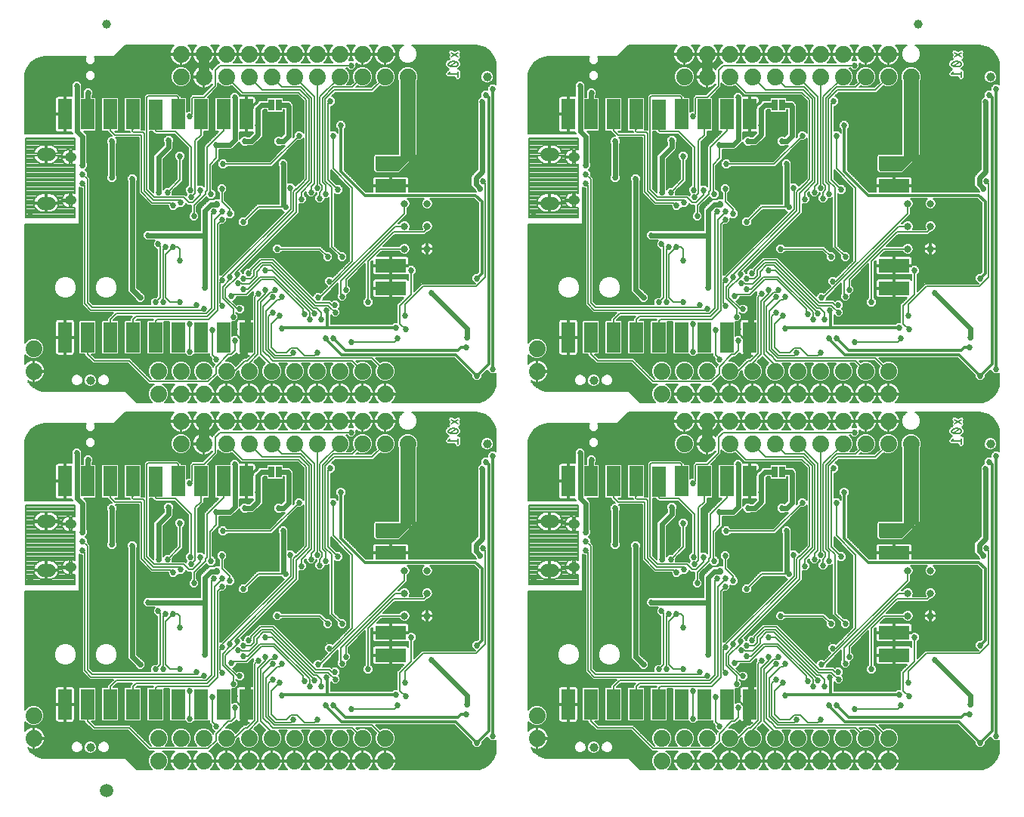
<source format=gbl>
G75*
%MOIN*%
%OFA0B0*%
%FSLAX25Y25*%
%IPPOS*%
%LPD*%
%AMOC8*
5,1,8,0,0,1.08239X$1,22.5*
%
%ADD10C,0.00800*%
%ADD11C,0.05512*%
%ADD12C,0.03937*%
%ADD13C,0.07400*%
%ADD14C,0.03200*%
%ADD15C,0.03937*%
%ADD16R,0.05906X0.13386*%
%ADD17R,0.13386X0.05906*%
%ADD18R,0.10040X0.05906*%
%ADD19R,0.02500X0.05000*%
%ADD20C,0.05906*%
%ADD21C,0.00600*%
%ADD22C,0.02700*%
%ADD23C,0.02000*%
%ADD24C,0.01600*%
%ADD25C,0.02400*%
%ADD26C,0.01200*%
%ADD27C,0.04800*%
%ADD28C,0.00200*%
D10*
X0040250Y0111500D02*
X0040250Y0146500D01*
X0061750Y0146500D01*
X0061750Y0141240D01*
X0061591Y0141306D01*
X0060940Y0141435D01*
X0060418Y0141435D01*
X0060418Y0138467D01*
X0059618Y0138467D01*
X0059618Y0141435D01*
X0059095Y0141435D01*
X0058445Y0141306D01*
X0057832Y0141052D01*
X0057280Y0140683D01*
X0056811Y0140214D01*
X0056442Y0139663D01*
X0056188Y0139049D01*
X0056072Y0138467D01*
X0059618Y0138467D01*
X0059618Y0137667D01*
X0060418Y0137667D01*
X0060418Y0134698D01*
X0060940Y0134698D01*
X0061591Y0134828D01*
X0061750Y0134894D01*
X0061750Y0122106D01*
X0061591Y0122172D01*
X0060940Y0122302D01*
X0060418Y0122302D01*
X0060418Y0119333D01*
X0059618Y0119333D01*
X0059618Y0122302D01*
X0059095Y0122302D01*
X0058445Y0122172D01*
X0057832Y0121918D01*
X0057280Y0121550D01*
X0056811Y0121080D01*
X0056442Y0120529D01*
X0056188Y0119916D01*
X0056072Y0119333D01*
X0059618Y0119333D01*
X0059618Y0118533D01*
X0060418Y0118533D01*
X0060418Y0115565D01*
X0060940Y0115565D01*
X0061591Y0115694D01*
X0061750Y0115760D01*
X0061750Y0111500D01*
X0040250Y0111500D01*
X0040250Y0111545D02*
X0061750Y0111545D01*
X0061750Y0112344D02*
X0040250Y0112344D01*
X0040250Y0113142D02*
X0061750Y0113142D01*
X0061750Y0113941D02*
X0052327Y0113941D01*
X0052259Y0113906D02*
X0052842Y0114203D01*
X0053371Y0114588D01*
X0053834Y0115050D01*
X0054218Y0115579D01*
X0054515Y0116162D01*
X0054717Y0116784D01*
X0054808Y0117358D01*
X0049686Y0117358D01*
X0049686Y0118158D01*
X0048886Y0118158D01*
X0048886Y0121913D01*
X0047581Y0121913D01*
X0046935Y0121811D01*
X0046312Y0121609D01*
X0045730Y0121312D01*
X0045200Y0120927D01*
X0044738Y0120465D01*
X0044353Y0119936D01*
X0044056Y0119353D01*
X0043854Y0118731D01*
X0043763Y0118158D01*
X0048886Y0118158D01*
X0048886Y0117358D01*
X0043763Y0117358D01*
X0043854Y0116784D01*
X0044056Y0116162D01*
X0044353Y0115579D01*
X0044738Y0115050D01*
X0045200Y0114588D01*
X0045730Y0114203D01*
X0046312Y0113906D01*
X0046935Y0113704D01*
X0047581Y0113602D01*
X0048886Y0113602D01*
X0048886Y0117358D01*
X0049686Y0117358D01*
X0049686Y0113602D01*
X0050991Y0113602D01*
X0051637Y0113704D01*
X0052259Y0113906D01*
X0053523Y0114739D02*
X0061750Y0114739D01*
X0061750Y0115538D02*
X0054188Y0115538D01*
X0054572Y0116336D02*
X0057260Y0116336D01*
X0057280Y0116317D02*
X0057832Y0115948D01*
X0058445Y0115694D01*
X0059095Y0115565D01*
X0059618Y0115565D01*
X0059618Y0118533D01*
X0056072Y0118533D01*
X0056188Y0117951D01*
X0056442Y0117337D01*
X0056811Y0116786D01*
X0057280Y0116317D01*
X0056577Y0117135D02*
X0054773Y0117135D01*
X0054808Y0118158D02*
X0049686Y0118158D01*
X0049686Y0121913D01*
X0050991Y0121913D01*
X0051637Y0121811D01*
X0052259Y0121609D01*
X0052842Y0121312D01*
X0053371Y0120927D01*
X0053834Y0120465D01*
X0054218Y0119936D01*
X0054515Y0119353D01*
X0054717Y0118731D01*
X0054808Y0118158D01*
X0054717Y0118732D02*
X0059618Y0118732D01*
X0059618Y0119530D02*
X0060418Y0119530D01*
X0060418Y0120329D02*
X0059618Y0120329D01*
X0059618Y0121127D02*
X0060418Y0121127D01*
X0060418Y0121926D02*
X0059618Y0121926D01*
X0057850Y0121926D02*
X0040250Y0121926D01*
X0040250Y0122724D02*
X0061750Y0122724D01*
X0061750Y0123523D02*
X0040250Y0123523D01*
X0040250Y0124321D02*
X0061750Y0124321D01*
X0061750Y0125120D02*
X0040250Y0125120D01*
X0040250Y0125918D02*
X0061750Y0125918D01*
X0061750Y0126717D02*
X0040250Y0126717D01*
X0040250Y0127515D02*
X0061750Y0127515D01*
X0061750Y0128314D02*
X0040250Y0128314D01*
X0040250Y0129112D02*
X0061750Y0129112D01*
X0061750Y0129911D02*
X0040250Y0129911D01*
X0040250Y0130709D02*
X0061750Y0130709D01*
X0061750Y0131508D02*
X0040250Y0131508D01*
X0040250Y0132306D02*
X0061750Y0132306D01*
X0061750Y0133105D02*
X0040250Y0133105D01*
X0040250Y0133903D02*
X0061750Y0133903D01*
X0061750Y0134702D02*
X0060958Y0134702D01*
X0060418Y0134702D02*
X0059618Y0134702D01*
X0059618Y0134698D02*
X0059618Y0137667D01*
X0056072Y0137667D01*
X0056188Y0137084D01*
X0056442Y0136471D01*
X0056811Y0135920D01*
X0057280Y0135450D01*
X0057832Y0135082D01*
X0058445Y0134828D01*
X0059095Y0134698D01*
X0059618Y0134698D01*
X0059077Y0134702D02*
X0040250Y0134702D01*
X0040250Y0135501D02*
X0046119Y0135501D01*
X0046312Y0135402D02*
X0046935Y0135200D01*
X0047581Y0135098D01*
X0048886Y0135098D01*
X0048886Y0138854D01*
X0043763Y0138854D01*
X0043854Y0138280D01*
X0044056Y0137658D01*
X0044353Y0137075D01*
X0044738Y0136546D01*
X0045200Y0136084D01*
X0045730Y0135699D01*
X0046312Y0135402D01*
X0044985Y0136299D02*
X0040250Y0136299D01*
X0040250Y0137098D02*
X0044342Y0137098D01*
X0043979Y0137896D02*
X0040250Y0137896D01*
X0040250Y0138695D02*
X0043789Y0138695D01*
X0043763Y0139654D02*
X0048886Y0139654D01*
X0048886Y0143409D01*
X0047581Y0143410D01*
X0046935Y0143307D01*
X0046312Y0143105D01*
X0045730Y0142808D01*
X0045200Y0142424D01*
X0044738Y0141961D01*
X0044353Y0141432D01*
X0044056Y0140849D01*
X0043854Y0140227D01*
X0043763Y0139654D01*
X0043875Y0140292D02*
X0040250Y0140292D01*
X0040250Y0141090D02*
X0044179Y0141090D01*
X0044685Y0141889D02*
X0040250Y0141889D01*
X0040250Y0142687D02*
X0045563Y0142687D01*
X0048886Y0142687D02*
X0049686Y0142687D01*
X0049686Y0143410D02*
X0050991Y0143410D01*
X0051637Y0143307D01*
X0052259Y0143105D01*
X0052842Y0142808D01*
X0053371Y0142424D01*
X0053834Y0141961D01*
X0054218Y0141432D01*
X0054515Y0140849D01*
X0054717Y0140227D01*
X0054808Y0139654D01*
X0049686Y0139654D01*
X0048886Y0139654D01*
X0048886Y0138854D01*
X0049686Y0138854D01*
X0049686Y0139654D01*
X0049686Y0143410D01*
X0049686Y0141889D02*
X0048886Y0141889D01*
X0048886Y0141090D02*
X0049686Y0141090D01*
X0049686Y0140292D02*
X0048886Y0140292D01*
X0048886Y0139493D02*
X0040250Y0139493D01*
X0040250Y0143486D02*
X0061750Y0143486D01*
X0061750Y0144284D02*
X0040250Y0144284D01*
X0040250Y0145083D02*
X0061750Y0145083D01*
X0061750Y0145881D02*
X0040250Y0145881D01*
X0048886Y0138695D02*
X0049686Y0138695D01*
X0049686Y0138854D02*
X0049686Y0135098D01*
X0050991Y0135098D01*
X0051637Y0135200D01*
X0052259Y0135402D01*
X0052842Y0135699D01*
X0053371Y0136084D01*
X0053834Y0136546D01*
X0054218Y0137075D01*
X0054515Y0137658D01*
X0054717Y0138280D01*
X0054808Y0138854D01*
X0049686Y0138854D01*
X0049686Y0139493D02*
X0056372Y0139493D01*
X0056118Y0138695D02*
X0054783Y0138695D01*
X0054592Y0137896D02*
X0059618Y0137896D01*
X0059618Y0137098D02*
X0060418Y0137098D01*
X0060418Y0136299D02*
X0059618Y0136299D01*
X0059618Y0135501D02*
X0060418Y0135501D01*
X0057230Y0135501D02*
X0052452Y0135501D01*
X0053586Y0136299D02*
X0056557Y0136299D01*
X0056185Y0137098D02*
X0054229Y0137098D01*
X0054696Y0140292D02*
X0056888Y0140292D01*
X0057923Y0141090D02*
X0054392Y0141090D01*
X0053886Y0141889D02*
X0061750Y0141889D01*
X0061750Y0142687D02*
X0053008Y0142687D01*
X0049686Y0137896D02*
X0048886Y0137896D01*
X0048886Y0137098D02*
X0049686Y0137098D01*
X0049686Y0136299D02*
X0048886Y0136299D01*
X0048886Y0135501D02*
X0049686Y0135501D01*
X0059618Y0138695D02*
X0060418Y0138695D01*
X0060418Y0139493D02*
X0059618Y0139493D01*
X0059618Y0140292D02*
X0060418Y0140292D01*
X0060418Y0141090D02*
X0059618Y0141090D01*
X0056858Y0121127D02*
X0053096Y0121127D01*
X0053933Y0120329D02*
X0056359Y0120329D01*
X0056111Y0119530D02*
X0054425Y0119530D01*
X0056195Y0117933D02*
X0049686Y0117933D01*
X0049686Y0117135D02*
X0048886Y0117135D01*
X0048886Y0117933D02*
X0040250Y0117933D01*
X0040250Y0117135D02*
X0043799Y0117135D01*
X0044000Y0116336D02*
X0040250Y0116336D01*
X0040250Y0115538D02*
X0044384Y0115538D01*
X0045049Y0114739D02*
X0040250Y0114739D01*
X0040250Y0113941D02*
X0046245Y0113941D01*
X0048886Y0113941D02*
X0049686Y0113941D01*
X0049686Y0114739D02*
X0048886Y0114739D01*
X0048886Y0115538D02*
X0049686Y0115538D01*
X0049686Y0116336D02*
X0048886Y0116336D01*
X0048886Y0118732D02*
X0049686Y0118732D01*
X0049686Y0119530D02*
X0048886Y0119530D01*
X0048886Y0120329D02*
X0049686Y0120329D01*
X0049686Y0121127D02*
X0048886Y0121127D01*
X0045475Y0121127D02*
X0040250Y0121127D01*
X0040250Y0120329D02*
X0044639Y0120329D01*
X0044147Y0119530D02*
X0040250Y0119530D01*
X0040250Y0118732D02*
X0043855Y0118732D01*
X0059618Y0117933D02*
X0060418Y0117933D01*
X0060418Y0117135D02*
X0059618Y0117135D01*
X0059618Y0116336D02*
X0060418Y0116336D01*
X0226650Y0174617D02*
X0230850Y0174617D01*
X0230850Y0175783D02*
X0230850Y0173450D01*
X0230267Y0179933D02*
X0230165Y0179981D01*
X0230062Y0180025D01*
X0229958Y0180066D01*
X0229852Y0180103D01*
X0229745Y0180137D01*
X0229637Y0180167D01*
X0229528Y0180194D01*
X0229419Y0180218D01*
X0229308Y0180238D01*
X0229197Y0180254D01*
X0229086Y0180267D01*
X0228974Y0180276D01*
X0228862Y0180281D01*
X0228750Y0180283D01*
X0228750Y0177950D02*
X0228638Y0177952D01*
X0228526Y0177957D01*
X0228414Y0177966D01*
X0228303Y0177979D01*
X0228192Y0177995D01*
X0228081Y0178015D01*
X0227972Y0178039D01*
X0227863Y0178066D01*
X0227755Y0178096D01*
X0227648Y0178130D01*
X0227542Y0178167D01*
X0227438Y0178208D01*
X0227335Y0178252D01*
X0227233Y0178300D01*
X0227583Y0178183D02*
X0229917Y0180050D01*
X0230850Y0179117D02*
X0230848Y0179061D01*
X0230843Y0179005D01*
X0230833Y0178949D01*
X0230821Y0178894D01*
X0230804Y0178840D01*
X0230785Y0178788D01*
X0230761Y0178736D01*
X0230735Y0178686D01*
X0230705Y0178639D01*
X0230673Y0178593D01*
X0230637Y0178549D01*
X0230598Y0178508D01*
X0230557Y0178469D01*
X0230514Y0178434D01*
X0230468Y0178401D01*
X0230420Y0178371D01*
X0230371Y0178344D01*
X0230320Y0178321D01*
X0230267Y0178301D01*
X0230850Y0179117D02*
X0230848Y0179173D01*
X0230843Y0179229D01*
X0230833Y0179285D01*
X0230821Y0179340D01*
X0230804Y0179394D01*
X0230785Y0179446D01*
X0230761Y0179498D01*
X0230735Y0179548D01*
X0230705Y0179595D01*
X0230673Y0179641D01*
X0230637Y0179685D01*
X0230598Y0179726D01*
X0230557Y0179765D01*
X0230514Y0179800D01*
X0230468Y0179833D01*
X0230420Y0179863D01*
X0230371Y0179890D01*
X0230320Y0179913D01*
X0230267Y0179933D01*
X0230267Y0178300D02*
X0230165Y0178252D01*
X0230062Y0178208D01*
X0229958Y0178167D01*
X0229852Y0178130D01*
X0229745Y0178096D01*
X0229637Y0178066D01*
X0229528Y0178039D01*
X0229419Y0178015D01*
X0229308Y0177995D01*
X0229197Y0177979D01*
X0229086Y0177966D01*
X0228974Y0177957D01*
X0228862Y0177952D01*
X0228750Y0177950D01*
X0228750Y0180283D02*
X0228638Y0180281D01*
X0228526Y0180276D01*
X0228414Y0180267D01*
X0228303Y0180254D01*
X0228192Y0180238D01*
X0228081Y0180218D01*
X0227972Y0180194D01*
X0227863Y0180167D01*
X0227755Y0180137D01*
X0227648Y0180103D01*
X0227542Y0180066D01*
X0227438Y0180025D01*
X0227335Y0179981D01*
X0227233Y0179933D01*
X0227180Y0179913D01*
X0227129Y0179890D01*
X0227080Y0179863D01*
X0227032Y0179833D01*
X0226986Y0179800D01*
X0226943Y0179765D01*
X0226902Y0179726D01*
X0226863Y0179685D01*
X0226828Y0179641D01*
X0226795Y0179595D01*
X0226765Y0179548D01*
X0226739Y0179498D01*
X0226715Y0179446D01*
X0226696Y0179394D01*
X0226679Y0179340D01*
X0226667Y0179285D01*
X0226657Y0179229D01*
X0226652Y0179173D01*
X0226650Y0179117D01*
X0226652Y0179061D01*
X0226657Y0179005D01*
X0226667Y0178949D01*
X0226679Y0178894D01*
X0226696Y0178840D01*
X0226715Y0178788D01*
X0226739Y0178736D01*
X0226765Y0178686D01*
X0226795Y0178639D01*
X0226827Y0178593D01*
X0226863Y0178549D01*
X0226902Y0178508D01*
X0226943Y0178469D01*
X0226986Y0178434D01*
X0227032Y0178401D01*
X0227080Y0178371D01*
X0227129Y0178344D01*
X0227180Y0178321D01*
X0227233Y0178301D01*
X0227583Y0175783D02*
X0226650Y0174617D01*
X0228050Y0182233D02*
X0230850Y0184100D01*
X0230850Y0182233D02*
X0228050Y0184100D01*
X0262250Y0146500D02*
X0283750Y0146500D01*
X0283750Y0141240D01*
X0283591Y0141306D01*
X0282940Y0141435D01*
X0282418Y0141435D01*
X0282418Y0138467D01*
X0281618Y0138467D01*
X0281618Y0141435D01*
X0281095Y0141435D01*
X0280445Y0141306D01*
X0279832Y0141052D01*
X0279280Y0140683D01*
X0278811Y0140214D01*
X0278442Y0139663D01*
X0278188Y0139049D01*
X0278072Y0138467D01*
X0281618Y0138467D01*
X0281618Y0137667D01*
X0282418Y0137667D01*
X0282418Y0134698D01*
X0282940Y0134698D01*
X0283591Y0134828D01*
X0283750Y0134894D01*
X0283750Y0122106D01*
X0283591Y0122172D01*
X0282940Y0122302D01*
X0282418Y0122302D01*
X0282418Y0119333D01*
X0281618Y0119333D01*
X0281618Y0122302D01*
X0281095Y0122302D01*
X0280445Y0122172D01*
X0279832Y0121918D01*
X0279280Y0121550D01*
X0278811Y0121080D01*
X0278442Y0120529D01*
X0278188Y0119916D01*
X0278072Y0119333D01*
X0281618Y0119333D01*
X0281618Y0118533D01*
X0282418Y0118533D01*
X0282418Y0115565D01*
X0282940Y0115565D01*
X0283591Y0115694D01*
X0283750Y0115760D01*
X0283750Y0111500D01*
X0262250Y0111500D01*
X0262250Y0146500D01*
X0262250Y0145881D02*
X0283750Y0145881D01*
X0283750Y0145083D02*
X0262250Y0145083D01*
X0262250Y0144284D02*
X0283750Y0144284D01*
X0283750Y0143486D02*
X0262250Y0143486D01*
X0262250Y0142687D02*
X0267563Y0142687D01*
X0267730Y0142808D02*
X0267200Y0142424D01*
X0266738Y0141961D01*
X0266353Y0141432D01*
X0266056Y0140849D01*
X0265854Y0140227D01*
X0265763Y0139654D01*
X0270886Y0139654D01*
X0270886Y0143409D01*
X0269581Y0143410D01*
X0268935Y0143307D01*
X0268312Y0143105D01*
X0267730Y0142808D01*
X0266685Y0141889D02*
X0262250Y0141889D01*
X0262250Y0141090D02*
X0266179Y0141090D01*
X0265875Y0140292D02*
X0262250Y0140292D01*
X0262250Y0139493D02*
X0270886Y0139493D01*
X0270886Y0139654D02*
X0270886Y0138854D01*
X0265763Y0138854D01*
X0265854Y0138280D01*
X0266056Y0137658D01*
X0266353Y0137075D01*
X0266738Y0136546D01*
X0267200Y0136084D01*
X0267730Y0135699D01*
X0268312Y0135402D01*
X0268935Y0135200D01*
X0269581Y0135098D01*
X0270886Y0135098D01*
X0270886Y0138854D01*
X0271686Y0138854D01*
X0271686Y0139654D01*
X0270886Y0139654D01*
X0270886Y0140292D02*
X0271686Y0140292D01*
X0271686Y0139654D02*
X0271686Y0143410D01*
X0272991Y0143410D01*
X0273637Y0143307D01*
X0274259Y0143105D01*
X0274842Y0142808D01*
X0275371Y0142424D01*
X0275834Y0141961D01*
X0276218Y0141432D01*
X0276515Y0140849D01*
X0276717Y0140227D01*
X0276808Y0139654D01*
X0271686Y0139654D01*
X0271686Y0139493D02*
X0278372Y0139493D01*
X0278118Y0138695D02*
X0276783Y0138695D01*
X0276808Y0138854D02*
X0271686Y0138854D01*
X0271686Y0135098D01*
X0272991Y0135098D01*
X0273637Y0135200D01*
X0274259Y0135402D01*
X0274842Y0135699D01*
X0275371Y0136084D01*
X0275834Y0136546D01*
X0276218Y0137075D01*
X0276515Y0137658D01*
X0276717Y0138280D01*
X0276808Y0138854D01*
X0276592Y0137896D02*
X0281618Y0137896D01*
X0281618Y0137667D02*
X0278072Y0137667D01*
X0278188Y0137084D01*
X0278442Y0136471D01*
X0278811Y0135920D01*
X0279280Y0135450D01*
X0279832Y0135082D01*
X0280445Y0134828D01*
X0281095Y0134698D01*
X0281618Y0134698D01*
X0281618Y0137667D01*
X0281618Y0137098D02*
X0282418Y0137098D01*
X0282418Y0136299D02*
X0281618Y0136299D01*
X0281618Y0135501D02*
X0282418Y0135501D01*
X0282418Y0134702D02*
X0281618Y0134702D01*
X0281077Y0134702D02*
X0262250Y0134702D01*
X0262250Y0135501D02*
X0268119Y0135501D01*
X0266985Y0136299D02*
X0262250Y0136299D01*
X0262250Y0137098D02*
X0266342Y0137098D01*
X0265979Y0137896D02*
X0262250Y0137896D01*
X0262250Y0138695D02*
X0265789Y0138695D01*
X0270886Y0138695D02*
X0271686Y0138695D01*
X0271686Y0137896D02*
X0270886Y0137896D01*
X0270886Y0137098D02*
X0271686Y0137098D01*
X0271686Y0136299D02*
X0270886Y0136299D01*
X0270886Y0135501D02*
X0271686Y0135501D01*
X0274452Y0135501D02*
X0279230Y0135501D01*
X0278557Y0136299D02*
X0275586Y0136299D01*
X0276229Y0137098D02*
X0278185Y0137098D01*
X0278888Y0140292D02*
X0276696Y0140292D01*
X0276392Y0141090D02*
X0279923Y0141090D01*
X0281618Y0141090D02*
X0282418Y0141090D01*
X0282418Y0140292D02*
X0281618Y0140292D01*
X0281618Y0139493D02*
X0282418Y0139493D01*
X0282418Y0138695D02*
X0281618Y0138695D01*
X0283750Y0141889D02*
X0275886Y0141889D01*
X0275008Y0142687D02*
X0283750Y0142687D01*
X0283750Y0134702D02*
X0282958Y0134702D01*
X0283750Y0133903D02*
X0262250Y0133903D01*
X0262250Y0133105D02*
X0283750Y0133105D01*
X0283750Y0132306D02*
X0262250Y0132306D01*
X0262250Y0131508D02*
X0283750Y0131508D01*
X0283750Y0130709D02*
X0262250Y0130709D01*
X0262250Y0129911D02*
X0283750Y0129911D01*
X0283750Y0129112D02*
X0262250Y0129112D01*
X0262250Y0128314D02*
X0283750Y0128314D01*
X0283750Y0127515D02*
X0262250Y0127515D01*
X0262250Y0126717D02*
X0283750Y0126717D01*
X0283750Y0125918D02*
X0262250Y0125918D01*
X0262250Y0125120D02*
X0283750Y0125120D01*
X0283750Y0124321D02*
X0262250Y0124321D01*
X0262250Y0123523D02*
X0283750Y0123523D01*
X0283750Y0122724D02*
X0262250Y0122724D01*
X0262250Y0121926D02*
X0279850Y0121926D01*
X0278858Y0121127D02*
X0275096Y0121127D01*
X0274842Y0121312D02*
X0275371Y0120927D01*
X0275834Y0120465D01*
X0276218Y0119936D01*
X0276515Y0119353D01*
X0276717Y0118731D01*
X0276808Y0118158D01*
X0271686Y0118158D01*
X0270886Y0118158D01*
X0270886Y0121913D01*
X0269581Y0121913D01*
X0268935Y0121811D01*
X0268312Y0121609D01*
X0267730Y0121312D01*
X0267200Y0120927D01*
X0266738Y0120465D01*
X0266353Y0119936D01*
X0266056Y0119353D01*
X0265854Y0118731D01*
X0265763Y0118158D01*
X0270886Y0118158D01*
X0270886Y0117358D01*
X0265763Y0117358D01*
X0265854Y0116784D01*
X0266056Y0116162D01*
X0266353Y0115579D01*
X0266738Y0115050D01*
X0267200Y0114588D01*
X0267730Y0114203D01*
X0268312Y0113906D01*
X0268935Y0113704D01*
X0269581Y0113602D01*
X0270886Y0113602D01*
X0270886Y0117358D01*
X0271686Y0117358D01*
X0271686Y0118158D01*
X0271686Y0121913D01*
X0272991Y0121913D01*
X0273637Y0121811D01*
X0274259Y0121609D01*
X0274842Y0121312D01*
X0275933Y0120329D02*
X0278359Y0120329D01*
X0278111Y0119530D02*
X0276425Y0119530D01*
X0276717Y0118732D02*
X0281618Y0118732D01*
X0281618Y0118533D02*
X0278072Y0118533D01*
X0278188Y0117951D01*
X0278442Y0117337D01*
X0278811Y0116786D01*
X0279280Y0116317D01*
X0279832Y0115948D01*
X0280445Y0115694D01*
X0281095Y0115565D01*
X0281618Y0115565D01*
X0281618Y0118533D01*
X0281618Y0117933D02*
X0282418Y0117933D01*
X0282418Y0117135D02*
X0281618Y0117135D01*
X0281618Y0116336D02*
X0282418Y0116336D01*
X0283750Y0115538D02*
X0276188Y0115538D01*
X0276218Y0115579D02*
X0276515Y0116162D01*
X0276717Y0116784D01*
X0276808Y0117358D01*
X0271686Y0117358D01*
X0271686Y0113602D01*
X0272991Y0113602D01*
X0273637Y0113704D01*
X0274259Y0113906D01*
X0274842Y0114203D01*
X0275371Y0114588D01*
X0275834Y0115050D01*
X0276218Y0115579D01*
X0276572Y0116336D02*
X0279260Y0116336D01*
X0278577Y0117135D02*
X0276773Y0117135D01*
X0278195Y0117933D02*
X0271686Y0117933D01*
X0271686Y0117135D02*
X0270886Y0117135D01*
X0270886Y0117933D02*
X0262250Y0117933D01*
X0262250Y0117135D02*
X0265799Y0117135D01*
X0266000Y0116336D02*
X0262250Y0116336D01*
X0262250Y0115538D02*
X0266384Y0115538D01*
X0267049Y0114739D02*
X0262250Y0114739D01*
X0262250Y0113941D02*
X0268245Y0113941D01*
X0270886Y0113941D02*
X0271686Y0113941D01*
X0271686Y0114739D02*
X0270886Y0114739D01*
X0270886Y0115538D02*
X0271686Y0115538D01*
X0271686Y0116336D02*
X0270886Y0116336D01*
X0270886Y0118732D02*
X0271686Y0118732D01*
X0271686Y0119530D02*
X0270886Y0119530D01*
X0270886Y0120329D02*
X0271686Y0120329D01*
X0271686Y0121127D02*
X0270886Y0121127D01*
X0267475Y0121127D02*
X0262250Y0121127D01*
X0262250Y0120329D02*
X0266639Y0120329D01*
X0266147Y0119530D02*
X0262250Y0119530D01*
X0262250Y0118732D02*
X0265855Y0118732D01*
X0274327Y0113941D02*
X0283750Y0113941D01*
X0283750Y0114739D02*
X0275523Y0114739D01*
X0281618Y0119530D02*
X0282418Y0119530D01*
X0282418Y0120329D02*
X0281618Y0120329D01*
X0281618Y0121127D02*
X0282418Y0121127D01*
X0282418Y0121926D02*
X0281618Y0121926D01*
X0283750Y0113142D02*
X0262250Y0113142D01*
X0262250Y0112344D02*
X0283750Y0112344D01*
X0283750Y0111545D02*
X0262250Y0111545D01*
X0270886Y0141090D02*
X0271686Y0141090D01*
X0271686Y0141889D02*
X0270886Y0141889D01*
X0270886Y0142687D02*
X0271686Y0142687D01*
X0448650Y0174617D02*
X0452850Y0174617D01*
X0452850Y0175783D02*
X0452850Y0173450D01*
X0452267Y0179933D02*
X0452165Y0179981D01*
X0452062Y0180025D01*
X0451958Y0180066D01*
X0451852Y0180103D01*
X0451745Y0180137D01*
X0451637Y0180167D01*
X0451528Y0180194D01*
X0451419Y0180218D01*
X0451308Y0180238D01*
X0451197Y0180254D01*
X0451086Y0180267D01*
X0450974Y0180276D01*
X0450862Y0180281D01*
X0450750Y0180283D01*
X0450750Y0177950D02*
X0450638Y0177952D01*
X0450526Y0177957D01*
X0450414Y0177966D01*
X0450303Y0177979D01*
X0450192Y0177995D01*
X0450081Y0178015D01*
X0449972Y0178039D01*
X0449863Y0178066D01*
X0449755Y0178096D01*
X0449648Y0178130D01*
X0449542Y0178167D01*
X0449438Y0178208D01*
X0449335Y0178252D01*
X0449233Y0178300D01*
X0449583Y0178183D02*
X0451917Y0180050D01*
X0452850Y0179117D02*
X0452848Y0179061D01*
X0452843Y0179005D01*
X0452833Y0178949D01*
X0452821Y0178894D01*
X0452804Y0178840D01*
X0452785Y0178788D01*
X0452761Y0178736D01*
X0452735Y0178686D01*
X0452705Y0178639D01*
X0452673Y0178593D01*
X0452637Y0178549D01*
X0452598Y0178508D01*
X0452557Y0178469D01*
X0452514Y0178434D01*
X0452468Y0178401D01*
X0452420Y0178371D01*
X0452371Y0178344D01*
X0452320Y0178321D01*
X0452267Y0178301D01*
X0452850Y0179117D02*
X0452848Y0179173D01*
X0452843Y0179229D01*
X0452833Y0179285D01*
X0452821Y0179340D01*
X0452804Y0179394D01*
X0452785Y0179446D01*
X0452761Y0179498D01*
X0452735Y0179548D01*
X0452705Y0179595D01*
X0452673Y0179641D01*
X0452637Y0179685D01*
X0452598Y0179726D01*
X0452557Y0179765D01*
X0452514Y0179800D01*
X0452468Y0179833D01*
X0452420Y0179863D01*
X0452371Y0179890D01*
X0452320Y0179913D01*
X0452267Y0179933D01*
X0452267Y0178300D02*
X0452165Y0178252D01*
X0452062Y0178208D01*
X0451958Y0178167D01*
X0451852Y0178130D01*
X0451745Y0178096D01*
X0451637Y0178066D01*
X0451528Y0178039D01*
X0451419Y0178015D01*
X0451308Y0177995D01*
X0451197Y0177979D01*
X0451086Y0177966D01*
X0450974Y0177957D01*
X0450862Y0177952D01*
X0450750Y0177950D01*
X0450750Y0180283D02*
X0450638Y0180281D01*
X0450526Y0180276D01*
X0450414Y0180267D01*
X0450303Y0180254D01*
X0450192Y0180238D01*
X0450081Y0180218D01*
X0449972Y0180194D01*
X0449863Y0180167D01*
X0449755Y0180137D01*
X0449648Y0180103D01*
X0449542Y0180066D01*
X0449438Y0180025D01*
X0449335Y0179981D01*
X0449233Y0179933D01*
X0449180Y0179913D01*
X0449129Y0179890D01*
X0449080Y0179863D01*
X0449032Y0179833D01*
X0448986Y0179800D01*
X0448943Y0179765D01*
X0448902Y0179726D01*
X0448863Y0179685D01*
X0448828Y0179641D01*
X0448795Y0179595D01*
X0448765Y0179548D01*
X0448739Y0179498D01*
X0448715Y0179446D01*
X0448696Y0179394D01*
X0448679Y0179340D01*
X0448667Y0179285D01*
X0448657Y0179229D01*
X0448652Y0179173D01*
X0448650Y0179117D01*
X0448652Y0179061D01*
X0448657Y0179005D01*
X0448667Y0178949D01*
X0448679Y0178894D01*
X0448696Y0178840D01*
X0448715Y0178788D01*
X0448739Y0178736D01*
X0448765Y0178686D01*
X0448795Y0178639D01*
X0448827Y0178593D01*
X0448863Y0178549D01*
X0448902Y0178508D01*
X0448943Y0178469D01*
X0448986Y0178434D01*
X0449032Y0178401D01*
X0449080Y0178371D01*
X0449129Y0178344D01*
X0449180Y0178321D01*
X0449233Y0178301D01*
X0449583Y0175783D02*
X0448650Y0174617D01*
X0450050Y0182233D02*
X0452850Y0184100D01*
X0452850Y0182233D02*
X0450050Y0184100D01*
X0283750Y0273500D02*
X0262250Y0273500D01*
X0262250Y0308500D01*
X0283750Y0308500D01*
X0283750Y0303240D01*
X0283591Y0303306D01*
X0282940Y0303435D01*
X0282418Y0303435D01*
X0282418Y0300467D01*
X0281618Y0300467D01*
X0281618Y0303435D01*
X0281095Y0303435D01*
X0280445Y0303306D01*
X0279832Y0303052D01*
X0279280Y0302683D01*
X0278811Y0302214D01*
X0278442Y0301663D01*
X0278188Y0301049D01*
X0278072Y0300467D01*
X0281618Y0300467D01*
X0281618Y0299667D01*
X0282418Y0299667D01*
X0282418Y0296698D01*
X0282940Y0296698D01*
X0283591Y0296828D01*
X0283750Y0296894D01*
X0283750Y0284106D01*
X0283591Y0284172D01*
X0282940Y0284302D01*
X0282418Y0284302D01*
X0282418Y0281333D01*
X0281618Y0281333D01*
X0281618Y0284302D01*
X0281095Y0284302D01*
X0280445Y0284172D01*
X0279832Y0283918D01*
X0279280Y0283550D01*
X0278811Y0283080D01*
X0278442Y0282529D01*
X0278188Y0281916D01*
X0278072Y0281333D01*
X0281618Y0281333D01*
X0281618Y0280533D01*
X0282418Y0280533D01*
X0282418Y0277565D01*
X0282940Y0277565D01*
X0283591Y0277694D01*
X0283750Y0277760D01*
X0283750Y0273500D01*
X0283750Y0273643D02*
X0262250Y0273643D01*
X0262250Y0274441D02*
X0283750Y0274441D01*
X0283750Y0275240D02*
X0262250Y0275240D01*
X0262250Y0276039D02*
X0268053Y0276039D01*
X0268312Y0275906D02*
X0268935Y0275704D01*
X0269581Y0275602D01*
X0270886Y0275602D01*
X0270886Y0279358D01*
X0265763Y0279358D01*
X0265854Y0278784D01*
X0266056Y0278162D01*
X0266353Y0277579D01*
X0266738Y0277050D01*
X0267200Y0276588D01*
X0267730Y0276203D01*
X0268312Y0275906D01*
X0266951Y0276837D02*
X0262250Y0276837D01*
X0262250Y0277636D02*
X0266325Y0277636D01*
X0265968Y0278434D02*
X0262250Y0278434D01*
X0262250Y0279233D02*
X0265783Y0279233D01*
X0265763Y0280158D02*
X0270886Y0280158D01*
X0270886Y0283913D01*
X0269581Y0283913D01*
X0268935Y0283811D01*
X0268312Y0283609D01*
X0267730Y0283312D01*
X0267200Y0282927D01*
X0266738Y0282465D01*
X0266353Y0281936D01*
X0266056Y0281353D01*
X0265854Y0280731D01*
X0265763Y0280158D01*
X0265886Y0280830D02*
X0262250Y0280830D01*
X0262250Y0281628D02*
X0266197Y0281628D01*
X0266710Y0282427D02*
X0262250Y0282427D01*
X0262250Y0283225D02*
X0267610Y0283225D01*
X0270886Y0283225D02*
X0271686Y0283225D01*
X0271686Y0283913D02*
X0272991Y0283913D01*
X0273637Y0283811D01*
X0274259Y0283609D01*
X0274842Y0283312D01*
X0275371Y0282927D01*
X0275834Y0282465D01*
X0276218Y0281936D01*
X0276515Y0281353D01*
X0276717Y0280731D01*
X0276808Y0280158D01*
X0271686Y0280158D01*
X0270886Y0280158D01*
X0270886Y0279358D01*
X0271686Y0279358D01*
X0271686Y0280158D01*
X0271686Y0283913D01*
X0271686Y0282427D02*
X0270886Y0282427D01*
X0270886Y0281628D02*
X0271686Y0281628D01*
X0271686Y0280830D02*
X0270886Y0280830D01*
X0270886Y0280031D02*
X0262250Y0280031D01*
X0262250Y0284024D02*
X0280086Y0284024D01*
X0278955Y0283225D02*
X0274961Y0283225D01*
X0275862Y0282427D02*
X0278400Y0282427D01*
X0278131Y0281628D02*
X0276375Y0281628D01*
X0276685Y0280830D02*
X0281618Y0280830D01*
X0281618Y0280533D02*
X0278072Y0280533D01*
X0278188Y0279951D01*
X0278442Y0279337D01*
X0278811Y0278786D01*
X0279280Y0278317D01*
X0279832Y0277948D01*
X0280445Y0277694D01*
X0281095Y0277565D01*
X0281618Y0277565D01*
X0281618Y0280533D01*
X0281618Y0280031D02*
X0282418Y0280031D01*
X0282418Y0279233D02*
X0281618Y0279233D01*
X0281618Y0278434D02*
X0282418Y0278434D01*
X0282418Y0277636D02*
X0281618Y0277636D01*
X0280739Y0277636D02*
X0276247Y0277636D01*
X0276218Y0277579D02*
X0276515Y0278162D01*
X0276717Y0278784D01*
X0276808Y0279358D01*
X0271686Y0279358D01*
X0271686Y0275602D01*
X0272991Y0275602D01*
X0273637Y0275704D01*
X0274259Y0275906D01*
X0274842Y0276203D01*
X0275371Y0276588D01*
X0275834Y0277050D01*
X0276218Y0277579D01*
X0276603Y0278434D02*
X0279162Y0278434D01*
X0278512Y0279233D02*
X0276788Y0279233D01*
X0278172Y0280031D02*
X0271686Y0280031D01*
X0271686Y0279233D02*
X0270886Y0279233D01*
X0270886Y0278434D02*
X0271686Y0278434D01*
X0271686Y0277636D02*
X0270886Y0277636D01*
X0270886Y0276837D02*
X0271686Y0276837D01*
X0271686Y0276039D02*
X0270886Y0276039D01*
X0274519Y0276039D02*
X0283750Y0276039D01*
X0283750Y0276837D02*
X0275621Y0276837D01*
X0281618Y0281628D02*
X0282418Y0281628D01*
X0282418Y0282427D02*
X0281618Y0282427D01*
X0281618Y0283225D02*
X0282418Y0283225D01*
X0282418Y0284024D02*
X0281618Y0284024D01*
X0283750Y0284822D02*
X0262250Y0284822D01*
X0262250Y0285621D02*
X0283750Y0285621D01*
X0283750Y0286419D02*
X0262250Y0286419D01*
X0262250Y0287218D02*
X0283750Y0287218D01*
X0283750Y0288016D02*
X0262250Y0288016D01*
X0262250Y0288815D02*
X0283750Y0288815D01*
X0283750Y0289613D02*
X0262250Y0289613D01*
X0262250Y0290412D02*
X0283750Y0290412D01*
X0283750Y0291210D02*
X0262250Y0291210D01*
X0262250Y0292009D02*
X0283750Y0292009D01*
X0283750Y0292807D02*
X0262250Y0292807D01*
X0262250Y0293606D02*
X0283750Y0293606D01*
X0283750Y0294404D02*
X0262250Y0294404D01*
X0262250Y0295203D02*
X0283750Y0295203D01*
X0283750Y0296001D02*
X0262250Y0296001D01*
X0262250Y0296800D02*
X0280586Y0296800D01*
X0280445Y0296828D02*
X0281095Y0296698D01*
X0281618Y0296698D01*
X0281618Y0299667D01*
X0278072Y0299667D01*
X0278188Y0299084D01*
X0278442Y0298471D01*
X0278811Y0297920D01*
X0279280Y0297450D01*
X0279832Y0297082D01*
X0280445Y0296828D01*
X0281618Y0296800D02*
X0282418Y0296800D01*
X0282418Y0297598D02*
X0281618Y0297598D01*
X0281618Y0298397D02*
X0282418Y0298397D01*
X0282418Y0299195D02*
X0281618Y0299195D01*
X0281618Y0299994D02*
X0276624Y0299994D01*
X0276717Y0300280D02*
X0276808Y0300854D01*
X0271686Y0300854D01*
X0271686Y0301654D01*
X0270886Y0301654D01*
X0270886Y0305409D01*
X0269581Y0305410D01*
X0268935Y0305307D01*
X0268312Y0305105D01*
X0267730Y0304808D01*
X0267200Y0304424D01*
X0266738Y0303961D01*
X0266353Y0303432D01*
X0266056Y0302849D01*
X0265854Y0302227D01*
X0265763Y0301654D01*
X0270886Y0301654D01*
X0270886Y0300854D01*
X0265763Y0300854D01*
X0265854Y0300280D01*
X0266056Y0299658D01*
X0266353Y0299075D01*
X0266738Y0298546D01*
X0267200Y0298084D01*
X0267730Y0297699D01*
X0268312Y0297402D01*
X0268935Y0297200D01*
X0269581Y0297098D01*
X0270886Y0297098D01*
X0270886Y0300854D01*
X0271686Y0300854D01*
X0271686Y0297098D01*
X0272991Y0297098D01*
X0273637Y0297200D01*
X0274259Y0297402D01*
X0274842Y0297699D01*
X0275371Y0298084D01*
X0275834Y0298546D01*
X0276218Y0299075D01*
X0276515Y0299658D01*
X0276717Y0300280D01*
X0276798Y0300792D02*
X0278137Y0300792D01*
X0278412Y0301591D02*
X0271686Y0301591D01*
X0271686Y0301654D02*
X0276808Y0301654D01*
X0276717Y0302227D01*
X0276515Y0302849D01*
X0276218Y0303432D01*
X0275834Y0303961D01*
X0275371Y0304424D01*
X0274842Y0304808D01*
X0274259Y0305105D01*
X0273637Y0305307D01*
X0272991Y0305410D01*
X0271686Y0305410D01*
X0271686Y0301654D01*
X0271686Y0302389D02*
X0270886Y0302389D01*
X0270886Y0301591D02*
X0262250Y0301591D01*
X0262250Y0302389D02*
X0265907Y0302389D01*
X0266229Y0303188D02*
X0262250Y0303188D01*
X0262250Y0303986D02*
X0266763Y0303986D01*
X0267698Y0304785D02*
X0262250Y0304785D01*
X0262250Y0305583D02*
X0283750Y0305583D01*
X0283750Y0304785D02*
X0274874Y0304785D01*
X0275808Y0303986D02*
X0283750Y0303986D01*
X0282418Y0303188D02*
X0281618Y0303188D01*
X0281618Y0302389D02*
X0282418Y0302389D01*
X0282418Y0301591D02*
X0281618Y0301591D01*
X0281618Y0300792D02*
X0282418Y0300792D01*
X0280160Y0303188D02*
X0276342Y0303188D01*
X0276664Y0302389D02*
X0278986Y0302389D01*
X0278166Y0299195D02*
X0276279Y0299195D01*
X0275684Y0298397D02*
X0278492Y0298397D01*
X0279132Y0297598D02*
X0274644Y0297598D01*
X0271686Y0297598D02*
X0270886Y0297598D01*
X0270886Y0298397D02*
X0271686Y0298397D01*
X0271686Y0299195D02*
X0270886Y0299195D01*
X0270886Y0299994D02*
X0271686Y0299994D01*
X0271686Y0300792D02*
X0270886Y0300792D01*
X0270886Y0303188D02*
X0271686Y0303188D01*
X0271686Y0303986D02*
X0270886Y0303986D01*
X0270886Y0304785D02*
X0271686Y0304785D01*
X0265773Y0300792D02*
X0262250Y0300792D01*
X0262250Y0299994D02*
X0265947Y0299994D01*
X0266292Y0299195D02*
X0262250Y0299195D01*
X0262250Y0298397D02*
X0266887Y0298397D01*
X0267928Y0297598D02*
X0262250Y0297598D01*
X0262250Y0306382D02*
X0283750Y0306382D01*
X0283750Y0307180D02*
X0262250Y0307180D01*
X0262250Y0307979D02*
X0283750Y0307979D01*
X0283750Y0296800D02*
X0283450Y0296800D01*
X0283297Y0277636D02*
X0283750Y0277636D01*
X0230850Y0335450D02*
X0230850Y0337783D01*
X0230850Y0336617D02*
X0226650Y0336617D01*
X0227583Y0337783D01*
X0228750Y0342283D02*
X0228862Y0342281D01*
X0228974Y0342276D01*
X0229086Y0342267D01*
X0229197Y0342254D01*
X0229308Y0342238D01*
X0229419Y0342218D01*
X0229528Y0342194D01*
X0229637Y0342167D01*
X0229745Y0342137D01*
X0229852Y0342103D01*
X0229958Y0342066D01*
X0230062Y0342025D01*
X0230165Y0341981D01*
X0230267Y0341933D01*
X0229917Y0342050D02*
X0227583Y0340183D01*
X0227233Y0340301D02*
X0227180Y0340321D01*
X0227129Y0340344D01*
X0227080Y0340371D01*
X0227032Y0340401D01*
X0226986Y0340434D01*
X0226943Y0340469D01*
X0226902Y0340508D01*
X0226863Y0340549D01*
X0226827Y0340593D01*
X0226795Y0340639D01*
X0226765Y0340686D01*
X0226739Y0340736D01*
X0226715Y0340788D01*
X0226696Y0340840D01*
X0226679Y0340894D01*
X0226667Y0340949D01*
X0226657Y0341005D01*
X0226652Y0341061D01*
X0226650Y0341117D01*
X0226652Y0341173D01*
X0226657Y0341229D01*
X0226667Y0341285D01*
X0226679Y0341340D01*
X0226696Y0341394D01*
X0226715Y0341446D01*
X0226739Y0341498D01*
X0226765Y0341548D01*
X0226795Y0341595D01*
X0226828Y0341641D01*
X0226863Y0341685D01*
X0226902Y0341726D01*
X0226943Y0341765D01*
X0226986Y0341800D01*
X0227032Y0341833D01*
X0227080Y0341863D01*
X0227129Y0341890D01*
X0227180Y0341913D01*
X0227233Y0341933D01*
X0227233Y0340300D02*
X0227335Y0340252D01*
X0227438Y0340208D01*
X0227542Y0340167D01*
X0227648Y0340130D01*
X0227755Y0340096D01*
X0227863Y0340066D01*
X0227972Y0340039D01*
X0228081Y0340015D01*
X0228192Y0339995D01*
X0228303Y0339979D01*
X0228414Y0339966D01*
X0228526Y0339957D01*
X0228638Y0339952D01*
X0228750Y0339950D01*
X0228750Y0342283D02*
X0228638Y0342281D01*
X0228526Y0342276D01*
X0228414Y0342267D01*
X0228303Y0342254D01*
X0228192Y0342238D01*
X0228081Y0342218D01*
X0227972Y0342194D01*
X0227863Y0342167D01*
X0227755Y0342137D01*
X0227648Y0342103D01*
X0227542Y0342066D01*
X0227438Y0342025D01*
X0227335Y0341981D01*
X0227233Y0341933D01*
X0228750Y0339950D02*
X0228862Y0339952D01*
X0228974Y0339957D01*
X0229086Y0339966D01*
X0229197Y0339979D01*
X0229308Y0339995D01*
X0229419Y0340015D01*
X0229528Y0340039D01*
X0229637Y0340066D01*
X0229745Y0340096D01*
X0229852Y0340130D01*
X0229958Y0340167D01*
X0230062Y0340208D01*
X0230165Y0340252D01*
X0230267Y0340300D01*
X0230850Y0341117D02*
X0230848Y0341173D01*
X0230843Y0341229D01*
X0230833Y0341285D01*
X0230821Y0341340D01*
X0230804Y0341394D01*
X0230785Y0341446D01*
X0230761Y0341498D01*
X0230735Y0341548D01*
X0230705Y0341595D01*
X0230673Y0341641D01*
X0230637Y0341685D01*
X0230598Y0341726D01*
X0230557Y0341765D01*
X0230514Y0341800D01*
X0230468Y0341833D01*
X0230420Y0341863D01*
X0230371Y0341890D01*
X0230320Y0341913D01*
X0230267Y0341933D01*
X0230850Y0341117D02*
X0230848Y0341061D01*
X0230843Y0341005D01*
X0230833Y0340949D01*
X0230821Y0340894D01*
X0230804Y0340840D01*
X0230785Y0340788D01*
X0230761Y0340736D01*
X0230735Y0340686D01*
X0230705Y0340639D01*
X0230673Y0340593D01*
X0230637Y0340549D01*
X0230598Y0340508D01*
X0230557Y0340469D01*
X0230514Y0340434D01*
X0230468Y0340401D01*
X0230420Y0340371D01*
X0230371Y0340344D01*
X0230320Y0340321D01*
X0230267Y0340301D01*
X0230850Y0344233D02*
X0228050Y0346100D01*
X0228050Y0344233D02*
X0230850Y0346100D01*
X0061750Y0308500D02*
X0061750Y0303240D01*
X0061591Y0303306D01*
X0060940Y0303435D01*
X0060418Y0303435D01*
X0060418Y0300467D01*
X0059618Y0300467D01*
X0059618Y0303435D01*
X0059095Y0303435D01*
X0058445Y0303306D01*
X0057832Y0303052D01*
X0057280Y0302683D01*
X0056811Y0302214D01*
X0056442Y0301663D01*
X0056188Y0301049D01*
X0056072Y0300467D01*
X0059618Y0300467D01*
X0059618Y0299667D01*
X0060418Y0299667D01*
X0060418Y0296698D01*
X0060940Y0296698D01*
X0061591Y0296828D01*
X0061750Y0296894D01*
X0061750Y0284106D01*
X0061591Y0284172D01*
X0060940Y0284302D01*
X0060418Y0284302D01*
X0060418Y0281333D01*
X0059618Y0281333D01*
X0059618Y0284302D01*
X0059095Y0284302D01*
X0058445Y0284172D01*
X0057832Y0283918D01*
X0057280Y0283550D01*
X0056811Y0283080D01*
X0056442Y0282529D01*
X0056188Y0281916D01*
X0056072Y0281333D01*
X0059618Y0281333D01*
X0059618Y0280533D01*
X0060418Y0280533D01*
X0060418Y0277565D01*
X0060940Y0277565D01*
X0061591Y0277694D01*
X0061750Y0277760D01*
X0061750Y0273500D01*
X0040250Y0273500D01*
X0040250Y0308500D01*
X0061750Y0308500D01*
X0061750Y0307979D02*
X0040250Y0307979D01*
X0040250Y0307180D02*
X0061750Y0307180D01*
X0061750Y0306382D02*
X0040250Y0306382D01*
X0040250Y0305583D02*
X0061750Y0305583D01*
X0061750Y0304785D02*
X0052874Y0304785D01*
X0052842Y0304808D02*
X0052259Y0305105D01*
X0051637Y0305307D01*
X0050991Y0305410D01*
X0049686Y0305410D01*
X0049686Y0301654D01*
X0048886Y0301654D01*
X0048886Y0305409D01*
X0047581Y0305410D01*
X0046935Y0305307D01*
X0046312Y0305105D01*
X0045730Y0304808D01*
X0045200Y0304424D01*
X0044738Y0303961D01*
X0044353Y0303432D01*
X0044056Y0302849D01*
X0043854Y0302227D01*
X0043763Y0301654D01*
X0048886Y0301654D01*
X0048886Y0300854D01*
X0043763Y0300854D01*
X0043854Y0300280D01*
X0044056Y0299658D01*
X0044353Y0299075D01*
X0044738Y0298546D01*
X0045200Y0298084D01*
X0045730Y0297699D01*
X0046312Y0297402D01*
X0046935Y0297200D01*
X0047581Y0297098D01*
X0048886Y0297098D01*
X0048886Y0300854D01*
X0049686Y0300854D01*
X0049686Y0301654D01*
X0054808Y0301654D01*
X0054717Y0302227D01*
X0054515Y0302849D01*
X0054218Y0303432D01*
X0053834Y0303961D01*
X0053371Y0304424D01*
X0052842Y0304808D01*
X0053808Y0303986D02*
X0061750Y0303986D01*
X0060418Y0303188D02*
X0059618Y0303188D01*
X0059618Y0302389D02*
X0060418Y0302389D01*
X0060418Y0301591D02*
X0059618Y0301591D01*
X0059618Y0300792D02*
X0060418Y0300792D01*
X0059618Y0299994D02*
X0054624Y0299994D01*
X0054717Y0300280D02*
X0054808Y0300854D01*
X0049686Y0300854D01*
X0049686Y0297098D01*
X0050991Y0297098D01*
X0051637Y0297200D01*
X0052259Y0297402D01*
X0052842Y0297699D01*
X0053371Y0298084D01*
X0053834Y0298546D01*
X0054218Y0299075D01*
X0054515Y0299658D01*
X0054717Y0300280D01*
X0054798Y0300792D02*
X0056137Y0300792D01*
X0056412Y0301591D02*
X0049686Y0301591D01*
X0049686Y0302389D02*
X0048886Y0302389D01*
X0048886Y0301591D02*
X0040250Y0301591D01*
X0040250Y0302389D02*
X0043907Y0302389D01*
X0044229Y0303188D02*
X0040250Y0303188D01*
X0040250Y0303986D02*
X0044763Y0303986D01*
X0045698Y0304785D02*
X0040250Y0304785D01*
X0040250Y0300792D02*
X0043773Y0300792D01*
X0043947Y0299994D02*
X0040250Y0299994D01*
X0040250Y0299195D02*
X0044292Y0299195D01*
X0044887Y0298397D02*
X0040250Y0298397D01*
X0040250Y0297598D02*
X0045928Y0297598D01*
X0048886Y0297598D02*
X0049686Y0297598D01*
X0049686Y0298397D02*
X0048886Y0298397D01*
X0048886Y0299195D02*
X0049686Y0299195D01*
X0049686Y0299994D02*
X0048886Y0299994D01*
X0048886Y0300792D02*
X0049686Y0300792D01*
X0049686Y0303188D02*
X0048886Y0303188D01*
X0048886Y0303986D02*
X0049686Y0303986D01*
X0049686Y0304785D02*
X0048886Y0304785D01*
X0054342Y0303188D02*
X0058160Y0303188D01*
X0056986Y0302389D02*
X0054664Y0302389D01*
X0056072Y0299667D02*
X0056188Y0299084D01*
X0056442Y0298471D01*
X0056811Y0297920D01*
X0057280Y0297450D01*
X0057832Y0297082D01*
X0058445Y0296828D01*
X0059095Y0296698D01*
X0059618Y0296698D01*
X0059618Y0299667D01*
X0056072Y0299667D01*
X0056166Y0299195D02*
X0054279Y0299195D01*
X0053684Y0298397D02*
X0056492Y0298397D01*
X0057132Y0297598D02*
X0052644Y0297598D01*
X0058586Y0296800D02*
X0040250Y0296800D01*
X0040250Y0296001D02*
X0061750Y0296001D01*
X0061750Y0295203D02*
X0040250Y0295203D01*
X0040250Y0294404D02*
X0061750Y0294404D01*
X0061750Y0293606D02*
X0040250Y0293606D01*
X0040250Y0292807D02*
X0061750Y0292807D01*
X0061750Y0292009D02*
X0040250Y0292009D01*
X0040250Y0291210D02*
X0061750Y0291210D01*
X0061750Y0290412D02*
X0040250Y0290412D01*
X0040250Y0289613D02*
X0061750Y0289613D01*
X0061750Y0288815D02*
X0040250Y0288815D01*
X0040250Y0288016D02*
X0061750Y0288016D01*
X0061750Y0287218D02*
X0040250Y0287218D01*
X0040250Y0286419D02*
X0061750Y0286419D01*
X0061750Y0285621D02*
X0040250Y0285621D01*
X0040250Y0284822D02*
X0061750Y0284822D01*
X0060418Y0284024D02*
X0059618Y0284024D01*
X0059618Y0283225D02*
X0060418Y0283225D01*
X0060418Y0282427D02*
X0059618Y0282427D01*
X0059618Y0281628D02*
X0060418Y0281628D01*
X0059618Y0280830D02*
X0054685Y0280830D01*
X0054717Y0280731D02*
X0054515Y0281353D01*
X0054218Y0281936D01*
X0053834Y0282465D01*
X0053371Y0282927D01*
X0052842Y0283312D01*
X0052259Y0283609D01*
X0051637Y0283811D01*
X0050991Y0283913D01*
X0049686Y0283913D01*
X0049686Y0280158D01*
X0048886Y0280158D01*
X0048886Y0283913D01*
X0047581Y0283913D01*
X0046935Y0283811D01*
X0046312Y0283609D01*
X0045730Y0283312D01*
X0045200Y0282927D01*
X0044738Y0282465D01*
X0044353Y0281936D01*
X0044056Y0281353D01*
X0043854Y0280731D01*
X0043763Y0280158D01*
X0048886Y0280158D01*
X0048886Y0279358D01*
X0043763Y0279358D01*
X0043854Y0278784D01*
X0044056Y0278162D01*
X0044353Y0277579D01*
X0044738Y0277050D01*
X0045200Y0276588D01*
X0045730Y0276203D01*
X0046312Y0275906D01*
X0046935Y0275704D01*
X0047581Y0275602D01*
X0048886Y0275602D01*
X0048886Y0279358D01*
X0049686Y0279358D01*
X0049686Y0280158D01*
X0054808Y0280158D01*
X0054717Y0280731D01*
X0054375Y0281628D02*
X0056131Y0281628D01*
X0056400Y0282427D02*
X0053862Y0282427D01*
X0052961Y0283225D02*
X0056955Y0283225D01*
X0058086Y0284024D02*
X0040250Y0284024D01*
X0040250Y0283225D02*
X0045610Y0283225D01*
X0044710Y0282427D02*
X0040250Y0282427D01*
X0040250Y0281628D02*
X0044197Y0281628D01*
X0043886Y0280830D02*
X0040250Y0280830D01*
X0040250Y0280031D02*
X0048886Y0280031D01*
X0048886Y0279233D02*
X0049686Y0279233D01*
X0049686Y0279358D02*
X0049686Y0275602D01*
X0050991Y0275602D01*
X0051637Y0275704D01*
X0052259Y0275906D01*
X0052842Y0276203D01*
X0053371Y0276588D01*
X0053834Y0277050D01*
X0054218Y0277579D01*
X0054515Y0278162D01*
X0054717Y0278784D01*
X0054808Y0279358D01*
X0049686Y0279358D01*
X0049686Y0280031D02*
X0056172Y0280031D01*
X0056188Y0279951D02*
X0056442Y0279337D01*
X0056811Y0278786D01*
X0057280Y0278317D01*
X0057832Y0277948D01*
X0058445Y0277694D01*
X0059095Y0277565D01*
X0059618Y0277565D01*
X0059618Y0280533D01*
X0056072Y0280533D01*
X0056188Y0279951D01*
X0056512Y0279233D02*
X0054788Y0279233D01*
X0054603Y0278434D02*
X0057162Y0278434D01*
X0058739Y0277636D02*
X0054247Y0277636D01*
X0053621Y0276837D02*
X0061750Y0276837D01*
X0061750Y0276039D02*
X0052519Y0276039D01*
X0049686Y0276039D02*
X0048886Y0276039D01*
X0048886Y0276837D02*
X0049686Y0276837D01*
X0049686Y0277636D02*
X0048886Y0277636D01*
X0048886Y0278434D02*
X0049686Y0278434D01*
X0049686Y0280830D02*
X0048886Y0280830D01*
X0048886Y0281628D02*
X0049686Y0281628D01*
X0049686Y0282427D02*
X0048886Y0282427D01*
X0048886Y0283225D02*
X0049686Y0283225D01*
X0043783Y0279233D02*
X0040250Y0279233D01*
X0040250Y0278434D02*
X0043968Y0278434D01*
X0044325Y0277636D02*
X0040250Y0277636D01*
X0040250Y0276837D02*
X0044951Y0276837D01*
X0046053Y0276039D02*
X0040250Y0276039D01*
X0040250Y0275240D02*
X0061750Y0275240D01*
X0061750Y0274441D02*
X0040250Y0274441D01*
X0040250Y0273643D02*
X0061750Y0273643D01*
X0061750Y0277636D02*
X0061297Y0277636D01*
X0060418Y0277636D02*
X0059618Y0277636D01*
X0059618Y0278434D02*
X0060418Y0278434D01*
X0060418Y0279233D02*
X0059618Y0279233D01*
X0059618Y0280031D02*
X0060418Y0280031D01*
X0060418Y0296800D02*
X0059618Y0296800D01*
X0059618Y0297598D02*
X0060418Y0297598D01*
X0060418Y0298397D02*
X0059618Y0298397D01*
X0059618Y0299195D02*
X0060418Y0299195D01*
X0061450Y0296800D02*
X0061750Y0296800D01*
X0448650Y0336617D02*
X0452850Y0336617D01*
X0452850Y0337783D02*
X0452850Y0335450D01*
X0452267Y0341933D02*
X0452165Y0341981D01*
X0452062Y0342025D01*
X0451958Y0342066D01*
X0451852Y0342103D01*
X0451745Y0342137D01*
X0451637Y0342167D01*
X0451528Y0342194D01*
X0451419Y0342218D01*
X0451308Y0342238D01*
X0451197Y0342254D01*
X0451086Y0342267D01*
X0450974Y0342276D01*
X0450862Y0342281D01*
X0450750Y0342283D01*
X0450750Y0339950D02*
X0450638Y0339952D01*
X0450526Y0339957D01*
X0450414Y0339966D01*
X0450303Y0339979D01*
X0450192Y0339995D01*
X0450081Y0340015D01*
X0449972Y0340039D01*
X0449863Y0340066D01*
X0449755Y0340096D01*
X0449648Y0340130D01*
X0449542Y0340167D01*
X0449438Y0340208D01*
X0449335Y0340252D01*
X0449233Y0340300D01*
X0449583Y0340183D02*
X0451917Y0342050D01*
X0452850Y0341117D02*
X0452848Y0341061D01*
X0452843Y0341005D01*
X0452833Y0340949D01*
X0452821Y0340894D01*
X0452804Y0340840D01*
X0452785Y0340788D01*
X0452761Y0340736D01*
X0452735Y0340686D01*
X0452705Y0340639D01*
X0452673Y0340593D01*
X0452637Y0340549D01*
X0452598Y0340508D01*
X0452557Y0340469D01*
X0452514Y0340434D01*
X0452468Y0340401D01*
X0452420Y0340371D01*
X0452371Y0340344D01*
X0452320Y0340321D01*
X0452267Y0340301D01*
X0452850Y0341117D02*
X0452848Y0341173D01*
X0452843Y0341229D01*
X0452833Y0341285D01*
X0452821Y0341340D01*
X0452804Y0341394D01*
X0452785Y0341446D01*
X0452761Y0341498D01*
X0452735Y0341548D01*
X0452705Y0341595D01*
X0452673Y0341641D01*
X0452637Y0341685D01*
X0452598Y0341726D01*
X0452557Y0341765D01*
X0452514Y0341800D01*
X0452468Y0341833D01*
X0452420Y0341863D01*
X0452371Y0341890D01*
X0452320Y0341913D01*
X0452267Y0341933D01*
X0452267Y0340300D02*
X0452165Y0340252D01*
X0452062Y0340208D01*
X0451958Y0340167D01*
X0451852Y0340130D01*
X0451745Y0340096D01*
X0451637Y0340066D01*
X0451528Y0340039D01*
X0451419Y0340015D01*
X0451308Y0339995D01*
X0451197Y0339979D01*
X0451086Y0339966D01*
X0450974Y0339957D01*
X0450862Y0339952D01*
X0450750Y0339950D01*
X0450750Y0342283D02*
X0450638Y0342281D01*
X0450526Y0342276D01*
X0450414Y0342267D01*
X0450303Y0342254D01*
X0450192Y0342238D01*
X0450081Y0342218D01*
X0449972Y0342194D01*
X0449863Y0342167D01*
X0449755Y0342137D01*
X0449648Y0342103D01*
X0449542Y0342066D01*
X0449438Y0342025D01*
X0449335Y0341981D01*
X0449233Y0341933D01*
X0449180Y0341913D01*
X0449129Y0341890D01*
X0449080Y0341863D01*
X0449032Y0341833D01*
X0448986Y0341800D01*
X0448943Y0341765D01*
X0448902Y0341726D01*
X0448863Y0341685D01*
X0448828Y0341641D01*
X0448795Y0341595D01*
X0448765Y0341548D01*
X0448739Y0341498D01*
X0448715Y0341446D01*
X0448696Y0341394D01*
X0448679Y0341340D01*
X0448667Y0341285D01*
X0448657Y0341229D01*
X0448652Y0341173D01*
X0448650Y0341117D01*
X0448652Y0341061D01*
X0448657Y0341005D01*
X0448667Y0340949D01*
X0448679Y0340894D01*
X0448696Y0340840D01*
X0448715Y0340788D01*
X0448739Y0340736D01*
X0448765Y0340686D01*
X0448795Y0340639D01*
X0448827Y0340593D01*
X0448863Y0340549D01*
X0448902Y0340508D01*
X0448943Y0340469D01*
X0448986Y0340434D01*
X0449032Y0340401D01*
X0449080Y0340371D01*
X0449129Y0340344D01*
X0449180Y0340321D01*
X0449233Y0340301D01*
X0449583Y0337783D02*
X0448650Y0336617D01*
X0450050Y0344233D02*
X0452850Y0346100D01*
X0452850Y0344233D02*
X0450050Y0346100D01*
D11*
X0272664Y0301254D02*
X0269908Y0301254D01*
X0269908Y0279758D02*
X0272664Y0279758D01*
X0272664Y0139254D02*
X0269908Y0139254D01*
X0269908Y0117758D02*
X0272664Y0117758D01*
X0050664Y0117758D02*
X0047908Y0117758D01*
X0047908Y0139254D02*
X0050664Y0139254D01*
X0050664Y0279758D02*
X0047908Y0279758D01*
X0047908Y0301254D02*
X0050664Y0301254D01*
D12*
X0059427Y0300067D02*
X0060609Y0300067D01*
X0059427Y0300067D02*
X0059427Y0300067D01*
X0060609Y0300067D01*
X0060609Y0300067D01*
X0060609Y0280933D02*
X0059427Y0280933D01*
X0059427Y0280933D01*
X0060609Y0280933D01*
X0060609Y0280933D01*
X0060609Y0138067D02*
X0059427Y0138067D01*
X0059427Y0138067D01*
X0060609Y0138067D01*
X0060609Y0138067D01*
X0060609Y0118933D02*
X0059427Y0118933D01*
X0059427Y0118933D01*
X0060609Y0118933D01*
X0060609Y0118933D01*
X0281427Y0118933D02*
X0282609Y0118933D01*
X0281427Y0118933D02*
X0281427Y0118933D01*
X0282609Y0118933D01*
X0282609Y0118933D01*
X0282609Y0138067D02*
X0281427Y0138067D01*
X0281427Y0138067D01*
X0282609Y0138067D01*
X0282609Y0138067D01*
X0282609Y0280933D02*
X0281427Y0280933D01*
X0281427Y0280933D01*
X0282609Y0280933D01*
X0282609Y0280933D01*
X0282609Y0300067D02*
X0281427Y0300067D01*
X0281427Y0300067D01*
X0282609Y0300067D01*
X0282609Y0300067D01*
D13*
X0330750Y0335500D03*
X0340750Y0335500D03*
X0350750Y0335500D03*
X0360750Y0335500D03*
X0370750Y0335500D03*
X0380750Y0335500D03*
X0390750Y0335500D03*
X0400750Y0335500D03*
X0410750Y0335500D03*
X0420750Y0335500D03*
X0430750Y0335500D03*
X0420750Y0345500D03*
X0410750Y0345500D03*
X0400750Y0345500D03*
X0390750Y0345500D03*
X0380750Y0345500D03*
X0370750Y0345500D03*
X0360750Y0345500D03*
X0350750Y0345500D03*
X0340750Y0345500D03*
X0330750Y0345500D03*
X0208750Y0335500D03*
X0198750Y0335500D03*
X0188750Y0335500D03*
X0178750Y0335500D03*
X0168750Y0335500D03*
X0158750Y0335500D03*
X0148750Y0335500D03*
X0138750Y0335500D03*
X0128750Y0335500D03*
X0118750Y0335500D03*
X0108750Y0335500D03*
X0108750Y0345500D03*
X0118750Y0345500D03*
X0128750Y0345500D03*
X0138750Y0345500D03*
X0148750Y0345500D03*
X0158750Y0345500D03*
X0168750Y0345500D03*
X0178750Y0345500D03*
X0188750Y0345500D03*
X0198750Y0345500D03*
X0265750Y0215500D03*
X0265750Y0205500D03*
X0320750Y0205500D03*
X0330750Y0205500D03*
X0340750Y0205500D03*
X0350750Y0205500D03*
X0360750Y0205500D03*
X0370750Y0205500D03*
X0380750Y0205500D03*
X0390750Y0205500D03*
X0400750Y0205500D03*
X0410750Y0205500D03*
X0420750Y0205500D03*
X0420750Y0195500D03*
X0410750Y0195500D03*
X0400750Y0195500D03*
X0390750Y0195500D03*
X0380750Y0195500D03*
X0370750Y0195500D03*
X0360750Y0195500D03*
X0350750Y0195500D03*
X0340750Y0195500D03*
X0330750Y0195500D03*
X0320750Y0195500D03*
X0330750Y0183500D03*
X0340750Y0183500D03*
X0350750Y0183500D03*
X0360750Y0183500D03*
X0370750Y0183500D03*
X0380750Y0183500D03*
X0390750Y0183500D03*
X0400750Y0183500D03*
X0410750Y0183500D03*
X0420750Y0183500D03*
X0420750Y0173500D03*
X0430750Y0173500D03*
X0410750Y0173500D03*
X0400750Y0173500D03*
X0390750Y0173500D03*
X0380750Y0173500D03*
X0370750Y0173500D03*
X0360750Y0173500D03*
X0350750Y0173500D03*
X0340750Y0173500D03*
X0330750Y0173500D03*
X0208750Y0173500D03*
X0198750Y0173500D03*
X0188750Y0173500D03*
X0178750Y0173500D03*
X0168750Y0173500D03*
X0158750Y0173500D03*
X0148750Y0173500D03*
X0138750Y0173500D03*
X0128750Y0173500D03*
X0118750Y0173500D03*
X0108750Y0173500D03*
X0108750Y0183500D03*
X0118750Y0183500D03*
X0128750Y0183500D03*
X0138750Y0183500D03*
X0148750Y0183500D03*
X0158750Y0183500D03*
X0168750Y0183500D03*
X0178750Y0183500D03*
X0188750Y0183500D03*
X0198750Y0183500D03*
X0198750Y0195500D03*
X0188750Y0195500D03*
X0178750Y0195500D03*
X0168750Y0195500D03*
X0158750Y0195500D03*
X0148750Y0195500D03*
X0138750Y0195500D03*
X0128750Y0195500D03*
X0118750Y0195500D03*
X0108750Y0195500D03*
X0098750Y0195500D03*
X0098750Y0205500D03*
X0108750Y0205500D03*
X0118750Y0205500D03*
X0128750Y0205500D03*
X0138750Y0205500D03*
X0148750Y0205500D03*
X0158750Y0205500D03*
X0168750Y0205500D03*
X0178750Y0205500D03*
X0188750Y0205500D03*
X0198750Y0205500D03*
X0043750Y0205500D03*
X0043750Y0215500D03*
X0043750Y0053500D03*
X0043750Y0043500D03*
X0098750Y0043500D03*
X0108750Y0043500D03*
X0118750Y0043500D03*
X0128750Y0043500D03*
X0138750Y0043500D03*
X0148750Y0043500D03*
X0158750Y0043500D03*
X0168750Y0043500D03*
X0178750Y0043500D03*
X0188750Y0043500D03*
X0198750Y0043500D03*
X0198750Y0033500D03*
X0188750Y0033500D03*
X0178750Y0033500D03*
X0168750Y0033500D03*
X0158750Y0033500D03*
X0148750Y0033500D03*
X0138750Y0033500D03*
X0128750Y0033500D03*
X0118750Y0033500D03*
X0108750Y0033500D03*
X0098750Y0033500D03*
X0265750Y0043500D03*
X0265750Y0053500D03*
X0320750Y0043500D03*
X0330750Y0043500D03*
X0340750Y0043500D03*
X0350750Y0043500D03*
X0360750Y0043500D03*
X0370750Y0043500D03*
X0380750Y0043500D03*
X0390750Y0043500D03*
X0400750Y0043500D03*
X0410750Y0043500D03*
X0420750Y0043500D03*
X0420750Y0033500D03*
X0410750Y0033500D03*
X0400750Y0033500D03*
X0390750Y0033500D03*
X0380750Y0033500D03*
X0370750Y0033500D03*
X0360750Y0033500D03*
X0350750Y0033500D03*
X0340750Y0033500D03*
X0330750Y0033500D03*
X0320750Y0033500D03*
D14*
X0217250Y0097500D03*
X0207250Y0097500D03*
X0207250Y0107500D03*
X0217250Y0107500D03*
X0217250Y0117500D03*
X0207250Y0117500D03*
X0207250Y0259500D03*
X0217250Y0259500D03*
X0217250Y0269500D03*
X0217250Y0279500D03*
X0207250Y0279500D03*
X0207250Y0269500D03*
X0429250Y0269500D03*
X0429250Y0279500D03*
X0439250Y0279500D03*
X0439250Y0269500D03*
X0439250Y0259500D03*
X0429250Y0259500D03*
X0429250Y0117500D03*
X0439250Y0117500D03*
X0439250Y0107500D03*
X0429250Y0107500D03*
X0429250Y0097500D03*
X0439250Y0097500D03*
D15*
X0465750Y0173500D03*
X0290750Y0201500D03*
X0243750Y0173500D03*
X0068750Y0201500D03*
X0243750Y0335500D03*
X0075750Y0358750D03*
X0433750Y0358750D03*
X0465750Y0335500D03*
X0290750Y0039500D03*
X0068750Y0039500D03*
D16*
X0067530Y0058500D03*
X0077530Y0058500D03*
X0087530Y0058500D03*
X0097530Y0058500D03*
X0107530Y0058500D03*
X0117530Y0058500D03*
X0127530Y0058500D03*
X0137530Y0058500D03*
X0057530Y0058500D03*
X0057530Y0156925D03*
X0067530Y0156925D03*
X0077530Y0156925D03*
X0087530Y0156925D03*
X0097530Y0156846D03*
X0107530Y0156925D03*
X0117530Y0156925D03*
X0127530Y0156925D03*
X0137530Y0156925D03*
X0137530Y0220500D03*
X0127530Y0220500D03*
X0117530Y0220500D03*
X0107530Y0220500D03*
X0097530Y0220500D03*
X0087530Y0220500D03*
X0077530Y0220500D03*
X0067530Y0220500D03*
X0057530Y0220500D03*
X0057530Y0318925D03*
X0067530Y0318925D03*
X0077530Y0318925D03*
X0087530Y0318925D03*
X0097530Y0318846D03*
X0107530Y0318925D03*
X0117530Y0318925D03*
X0127530Y0318925D03*
X0137530Y0318925D03*
X0279530Y0318925D03*
X0289530Y0318925D03*
X0299530Y0318925D03*
X0309530Y0318925D03*
X0319530Y0318846D03*
X0329530Y0318925D03*
X0339530Y0318925D03*
X0349530Y0318925D03*
X0359530Y0318925D03*
X0359530Y0220500D03*
X0349530Y0220500D03*
X0339530Y0220500D03*
X0329530Y0220500D03*
X0319530Y0220500D03*
X0309530Y0220500D03*
X0299530Y0220500D03*
X0289530Y0220500D03*
X0279530Y0220500D03*
X0279530Y0156925D03*
X0289530Y0156925D03*
X0299530Y0156925D03*
X0309530Y0156925D03*
X0319530Y0156846D03*
X0329530Y0156925D03*
X0339530Y0156925D03*
X0349530Y0156925D03*
X0359530Y0156925D03*
X0359530Y0058500D03*
X0349530Y0058500D03*
X0339530Y0058500D03*
X0329530Y0058500D03*
X0319530Y0058500D03*
X0309530Y0058500D03*
X0299530Y0058500D03*
X0289530Y0058500D03*
X0279530Y0058500D03*
D17*
X0201230Y0080154D03*
X0201230Y0090154D03*
X0201230Y0125272D03*
X0201230Y0242154D03*
X0201230Y0252154D03*
X0201230Y0287272D03*
X0423230Y0287272D03*
X0423230Y0252154D03*
X0423230Y0242154D03*
X0423230Y0125272D03*
X0423230Y0090154D03*
X0423230Y0080154D03*
D18*
X0421530Y0135272D03*
X0199530Y0135272D03*
X0199530Y0297272D03*
X0421530Y0297272D03*
D19*
X0373850Y0323000D03*
X0370650Y0323000D03*
X0151850Y0323000D03*
X0148650Y0323000D03*
X0148650Y0161000D03*
X0151850Y0161000D03*
X0370650Y0161000D03*
X0373850Y0161000D03*
D20*
X0075750Y0020250D03*
D21*
X0042527Y0037277D02*
X0041096Y0039248D01*
X0041129Y0039224D01*
X0041831Y0038866D01*
X0042579Y0038623D01*
X0043356Y0038500D01*
X0043450Y0038500D01*
X0043450Y0043200D01*
X0044050Y0043200D01*
X0044050Y0043800D01*
X0043450Y0043800D01*
X0043450Y0048500D01*
X0043356Y0048500D01*
X0042579Y0048377D01*
X0041831Y0048134D01*
X0041129Y0047776D01*
X0040493Y0047314D01*
X0039950Y0046771D01*
X0039950Y0050795D01*
X0041144Y0049600D01*
X0042835Y0048900D01*
X0044665Y0048900D01*
X0046356Y0049600D01*
X0047650Y0050894D01*
X0048350Y0052585D01*
X0048350Y0054415D01*
X0047650Y0056106D01*
X0046356Y0057400D01*
X0044665Y0058100D01*
X0042835Y0058100D01*
X0041144Y0057400D01*
X0039950Y0056205D01*
X0039950Y0108500D01*
X0063750Y0108500D01*
X0063750Y0124818D01*
X0064318Y0124250D01*
X0065100Y0124250D01*
X0065100Y0072756D01*
X0065803Y0072053D01*
X0067853Y0070003D01*
X0068556Y0069300D01*
X0078853Y0069300D01*
X0076330Y0066777D01*
X0076330Y0066093D01*
X0074204Y0066093D01*
X0073677Y0065566D01*
X0073677Y0051434D01*
X0074204Y0050907D01*
X0080855Y0050907D01*
X0081382Y0051434D01*
X0081382Y0065566D01*
X0080855Y0066093D01*
X0079040Y0066093D01*
X0080647Y0067700D01*
X0087253Y0067700D01*
X0086330Y0066777D01*
X0086330Y0066093D01*
X0084204Y0066093D01*
X0083677Y0065566D01*
X0083677Y0051434D01*
X0084204Y0050907D01*
X0090855Y0050907D01*
X0091382Y0051434D01*
X0091382Y0065566D01*
X0090855Y0066093D01*
X0089040Y0066093D01*
X0089447Y0066500D01*
X0096553Y0066500D01*
X0096330Y0066277D01*
X0096330Y0066093D01*
X0094204Y0066093D01*
X0093677Y0065566D01*
X0093677Y0051434D01*
X0094204Y0050907D01*
X0100855Y0050907D01*
X0101382Y0051434D01*
X0101382Y0065300D01*
X0103677Y0065300D01*
X0103677Y0051434D01*
X0104204Y0050907D01*
X0110688Y0050907D01*
X0111695Y0049900D01*
X0113559Y0049900D01*
X0114566Y0050907D01*
X0120855Y0050907D01*
X0121232Y0051284D01*
X0121232Y0050171D01*
X0122081Y0049322D01*
X0122081Y0047837D01*
X0123399Y0046519D01*
X0123566Y0046519D01*
X0122950Y0045902D01*
X0122950Y0045381D01*
X0122650Y0046106D01*
X0121356Y0047400D01*
X0119665Y0048100D01*
X0117835Y0048100D01*
X0116144Y0047400D01*
X0114850Y0046106D01*
X0114150Y0044415D01*
X0114150Y0042585D01*
X0114850Y0040894D01*
X0115645Y0040100D01*
X0111855Y0040100D01*
X0112650Y0040894D01*
X0113350Y0042585D01*
X0113350Y0044415D01*
X0112650Y0046106D01*
X0111356Y0047400D01*
X0109665Y0048100D01*
X0107835Y0048100D01*
X0106144Y0047400D01*
X0104850Y0046106D01*
X0104150Y0044415D01*
X0104150Y0042585D01*
X0104850Y0040894D01*
X0105645Y0040100D01*
X0101855Y0040100D01*
X0102650Y0040894D01*
X0103350Y0042585D01*
X0103350Y0044415D01*
X0102650Y0046106D01*
X0101356Y0047400D01*
X0099665Y0048100D01*
X0097835Y0048100D01*
X0096144Y0047400D01*
X0094850Y0046106D01*
X0094150Y0044415D01*
X0094150Y0042585D01*
X0094850Y0040894D01*
X0095645Y0040100D01*
X0095447Y0040100D01*
X0086247Y0049300D01*
X0070927Y0049300D01*
X0069319Y0050907D01*
X0070855Y0050907D01*
X0071382Y0051434D01*
X0071382Y0065566D01*
X0070855Y0066093D01*
X0064204Y0066093D01*
X0063677Y0065566D01*
X0063677Y0051434D01*
X0064204Y0050907D01*
X0066330Y0050907D01*
X0066330Y0050503D01*
X0069230Y0047603D01*
X0069932Y0046900D01*
X0085253Y0046900D01*
X0094453Y0037700D01*
X0096869Y0037700D01*
X0096144Y0037400D01*
X0094850Y0036106D01*
X0094150Y0034415D01*
X0094150Y0032585D01*
X0094850Y0030894D01*
X0096045Y0029700D01*
X0089247Y0029700D01*
X0084950Y0033997D01*
X0084950Y0033997D01*
X0084247Y0034700D01*
X0048750Y0034700D01*
X0047373Y0034808D01*
X0044755Y0035659D01*
X0042527Y0037277D01*
X0042382Y0037478D02*
X0061189Y0037478D01*
X0061331Y0037335D02*
X0062313Y0036928D01*
X0063376Y0036928D01*
X0064358Y0037335D01*
X0065109Y0038087D01*
X0065516Y0039069D01*
X0065516Y0040131D01*
X0065109Y0041113D01*
X0064358Y0041865D01*
X0063376Y0042272D01*
X0062313Y0042272D01*
X0061331Y0041865D01*
X0060580Y0041113D01*
X0060173Y0040131D01*
X0060173Y0039069D01*
X0060580Y0038087D01*
X0061331Y0037335D01*
X0060590Y0038076D02*
X0041947Y0038076D01*
X0041512Y0038675D02*
X0042420Y0038675D01*
X0043450Y0038675D02*
X0044050Y0038675D01*
X0044050Y0038500D02*
X0044144Y0038500D01*
X0044921Y0038623D01*
X0045669Y0038866D01*
X0046371Y0039224D01*
X0047007Y0039686D01*
X0047564Y0040243D01*
X0048026Y0040879D01*
X0048384Y0041581D01*
X0048627Y0042329D01*
X0048750Y0043106D01*
X0048750Y0043200D01*
X0044050Y0043200D01*
X0044050Y0038500D01*
X0044050Y0039273D02*
X0043450Y0039273D01*
X0043450Y0039872D02*
X0044050Y0039872D01*
X0044050Y0040470D02*
X0043450Y0040470D01*
X0043450Y0041069D02*
X0044050Y0041069D01*
X0044050Y0041667D02*
X0043450Y0041667D01*
X0043450Y0042266D02*
X0044050Y0042266D01*
X0044050Y0042864D02*
X0043450Y0042864D01*
X0044050Y0043463D02*
X0088690Y0043463D01*
X0088092Y0044061D02*
X0048723Y0044061D01*
X0048750Y0043894D02*
X0048627Y0044671D01*
X0048384Y0045419D01*
X0048026Y0046121D01*
X0047564Y0046757D01*
X0047007Y0047314D01*
X0046371Y0047776D01*
X0045669Y0048134D01*
X0044921Y0048377D01*
X0044144Y0048500D01*
X0044050Y0048500D01*
X0044050Y0043800D01*
X0048750Y0043800D01*
X0048750Y0043894D01*
X0048629Y0044660D02*
X0087493Y0044660D01*
X0086895Y0045258D02*
X0048436Y0045258D01*
X0048161Y0045857D02*
X0086296Y0045857D01*
X0085698Y0046455D02*
X0047783Y0046455D01*
X0047267Y0047054D02*
X0069779Y0047054D01*
X0069230Y0047603D02*
X0069230Y0047603D01*
X0069180Y0047652D02*
X0046541Y0047652D01*
X0045309Y0048251D02*
X0068582Y0048251D01*
X0067983Y0048849D02*
X0039950Y0048849D01*
X0039950Y0048251D02*
X0042191Y0048251D01*
X0043450Y0048251D02*
X0044050Y0048251D01*
X0044050Y0047652D02*
X0043450Y0047652D01*
X0043450Y0047054D02*
X0044050Y0047054D01*
X0044050Y0046455D02*
X0043450Y0046455D01*
X0043450Y0045857D02*
X0044050Y0045857D01*
X0044050Y0045258D02*
X0043450Y0045258D01*
X0043450Y0044660D02*
X0044050Y0044660D01*
X0044050Y0044061D02*
X0043450Y0044061D01*
X0040959Y0047652D02*
X0039950Y0047652D01*
X0039950Y0047054D02*
X0040233Y0047054D01*
X0039950Y0049448D02*
X0041512Y0049448D01*
X0040698Y0050046D02*
X0039950Y0050046D01*
X0039950Y0050645D02*
X0040100Y0050645D01*
X0039950Y0056630D02*
X0040375Y0056630D01*
X0039950Y0057229D02*
X0040973Y0057229D01*
X0039950Y0057827D02*
X0042176Y0057827D01*
X0039950Y0058426D02*
X0057229Y0058426D01*
X0057229Y0058200D02*
X0053277Y0058200D01*
X0053277Y0051636D01*
X0053365Y0051305D01*
X0053537Y0051009D01*
X0053779Y0050767D01*
X0054075Y0050596D01*
X0054406Y0050507D01*
X0057230Y0050507D01*
X0057230Y0058200D01*
X0057829Y0058200D01*
X0057829Y0050507D01*
X0060653Y0050507D01*
X0060984Y0050596D01*
X0061280Y0050767D01*
X0061523Y0051009D01*
X0061694Y0051305D01*
X0061782Y0051636D01*
X0061782Y0058200D01*
X0057830Y0058200D01*
X0057830Y0058800D01*
X0061782Y0058800D01*
X0061782Y0065364D01*
X0061694Y0065695D01*
X0061523Y0065991D01*
X0061280Y0066233D01*
X0060984Y0066404D01*
X0060653Y0066493D01*
X0057829Y0066493D01*
X0057829Y0058800D01*
X0057230Y0058800D01*
X0057230Y0066493D01*
X0054406Y0066493D01*
X0054075Y0066404D01*
X0053779Y0066233D01*
X0053537Y0065991D01*
X0053365Y0065695D01*
X0053277Y0065364D01*
X0053277Y0058800D01*
X0057229Y0058800D01*
X0057229Y0058200D01*
X0057230Y0057827D02*
X0057829Y0057827D01*
X0057829Y0057229D02*
X0057230Y0057229D01*
X0057230Y0056630D02*
X0057829Y0056630D01*
X0057829Y0056032D02*
X0057230Y0056032D01*
X0057230Y0055433D02*
X0057829Y0055433D01*
X0057829Y0054834D02*
X0057230Y0054834D01*
X0057230Y0054236D02*
X0057829Y0054236D01*
X0057829Y0053637D02*
X0057230Y0053637D01*
X0057230Y0053039D02*
X0057829Y0053039D01*
X0057829Y0052440D02*
X0057230Y0052440D01*
X0057230Y0051842D02*
X0057829Y0051842D01*
X0057829Y0051243D02*
X0057230Y0051243D01*
X0057230Y0050645D02*
X0057829Y0050645D01*
X0061069Y0050645D02*
X0066330Y0050645D01*
X0066786Y0050046D02*
X0046802Y0050046D01*
X0047400Y0050645D02*
X0053990Y0050645D01*
X0053401Y0051243D02*
X0047794Y0051243D01*
X0048042Y0051842D02*
X0053277Y0051842D01*
X0053277Y0052440D02*
X0048290Y0052440D01*
X0048350Y0053039D02*
X0053277Y0053039D01*
X0053277Y0053637D02*
X0048350Y0053637D01*
X0048350Y0054236D02*
X0053277Y0054236D01*
X0053277Y0054834D02*
X0048176Y0054834D01*
X0047928Y0055433D02*
X0053277Y0055433D01*
X0053277Y0056032D02*
X0047680Y0056032D01*
X0047125Y0056630D02*
X0053277Y0056630D01*
X0053277Y0057229D02*
X0046527Y0057229D01*
X0045324Y0057827D02*
X0053277Y0057827D01*
X0053277Y0059024D02*
X0039950Y0059024D01*
X0039950Y0059623D02*
X0053277Y0059623D01*
X0053277Y0060221D02*
X0039950Y0060221D01*
X0039950Y0060820D02*
X0053277Y0060820D01*
X0053277Y0061418D02*
X0039950Y0061418D01*
X0039950Y0062017D02*
X0053277Y0062017D01*
X0053277Y0062615D02*
X0039950Y0062615D01*
X0039950Y0063214D02*
X0053277Y0063214D01*
X0053277Y0063812D02*
X0039950Y0063812D01*
X0039950Y0064411D02*
X0053277Y0064411D01*
X0053277Y0065009D02*
X0039950Y0065009D01*
X0039950Y0065608D02*
X0053342Y0065608D01*
X0053752Y0066206D02*
X0039950Y0066206D01*
X0039950Y0066805D02*
X0076358Y0066805D01*
X0076330Y0066206D02*
X0061307Y0066206D01*
X0061717Y0065608D02*
X0063719Y0065608D01*
X0063677Y0065009D02*
X0061782Y0065009D01*
X0061782Y0064411D02*
X0063677Y0064411D01*
X0063677Y0063812D02*
X0061782Y0063812D01*
X0061782Y0063214D02*
X0063677Y0063214D01*
X0063677Y0062615D02*
X0061782Y0062615D01*
X0061782Y0062017D02*
X0063677Y0062017D01*
X0063677Y0061418D02*
X0061782Y0061418D01*
X0061782Y0060820D02*
X0063677Y0060820D01*
X0063677Y0060221D02*
X0061782Y0060221D01*
X0061782Y0059623D02*
X0063677Y0059623D01*
X0063677Y0059024D02*
X0061782Y0059024D01*
X0061782Y0057827D02*
X0063677Y0057827D01*
X0063677Y0057229D02*
X0061782Y0057229D01*
X0061782Y0056630D02*
X0063677Y0056630D01*
X0063677Y0056032D02*
X0061782Y0056032D01*
X0061782Y0055433D02*
X0063677Y0055433D01*
X0063677Y0054834D02*
X0061782Y0054834D01*
X0061782Y0054236D02*
X0063677Y0054236D01*
X0063677Y0053637D02*
X0061782Y0053637D01*
X0061782Y0053039D02*
X0063677Y0053039D01*
X0063677Y0052440D02*
X0061782Y0052440D01*
X0061782Y0051842D02*
X0063677Y0051842D01*
X0063868Y0051243D02*
X0061658Y0051243D01*
X0067530Y0051000D02*
X0070430Y0048100D01*
X0085750Y0048100D01*
X0094950Y0038900D01*
X0120655Y0038900D01*
X0124150Y0042395D01*
X0124150Y0045405D01*
X0129652Y0050907D01*
X0130855Y0050907D01*
X0132651Y0052703D01*
X0132651Y0056975D01*
X0132627Y0057000D01*
X0134383Y0058426D02*
X0137229Y0058426D01*
X0137229Y0058200D02*
X0134609Y0058200D01*
X0134009Y0058800D01*
X0137229Y0058800D01*
X0137229Y0058200D01*
X0137230Y0058200D02*
X0137829Y0058200D01*
X0137829Y0050507D01*
X0138758Y0050507D01*
X0137551Y0049300D01*
X0136348Y0049300D01*
X0132797Y0045750D01*
X0132650Y0046106D01*
X0131356Y0047400D01*
X0129665Y0048100D01*
X0128542Y0048100D01*
X0130149Y0049707D01*
X0131352Y0049707D01*
X0133149Y0051503D01*
X0133278Y0051633D01*
X0133365Y0051305D01*
X0133537Y0051009D01*
X0133779Y0050767D01*
X0134075Y0050596D01*
X0134406Y0050507D01*
X0137230Y0050507D01*
X0137230Y0058200D01*
X0137230Y0057827D02*
X0137829Y0057827D01*
X0137829Y0057229D02*
X0137230Y0057229D01*
X0137230Y0056630D02*
X0137829Y0056630D01*
X0137829Y0056032D02*
X0137230Y0056032D01*
X0137230Y0055433D02*
X0137829Y0055433D01*
X0137829Y0054834D02*
X0137230Y0054834D01*
X0137230Y0054236D02*
X0137829Y0054236D01*
X0137829Y0053637D02*
X0137230Y0053637D01*
X0137230Y0053039D02*
X0137829Y0053039D01*
X0137829Y0052440D02*
X0137230Y0052440D01*
X0137230Y0051842D02*
X0137829Y0051842D01*
X0137829Y0051243D02*
X0137230Y0051243D01*
X0137230Y0050645D02*
X0137829Y0050645D01*
X0138297Y0050046D02*
X0131691Y0050046D01*
X0132290Y0050645D02*
X0133990Y0050645D01*
X0133401Y0051243D02*
X0132888Y0051243D01*
X0129890Y0049448D02*
X0137699Y0049448D01*
X0138048Y0048100D02*
X0141382Y0051434D01*
X0141382Y0076443D01*
X0142761Y0077822D01*
X0140511Y0077578D02*
X0139398Y0077578D01*
X0138855Y0077035D02*
X0140511Y0078691D01*
X0140511Y0077269D01*
X0140182Y0076940D01*
X0140182Y0066493D01*
X0137829Y0066493D01*
X0137829Y0058800D01*
X0137230Y0058800D01*
X0137230Y0066493D01*
X0134406Y0066493D01*
X0134075Y0066404D01*
X0133779Y0066233D01*
X0133537Y0065991D01*
X0133365Y0065695D01*
X0133277Y0065364D01*
X0133277Y0059250D01*
X0131695Y0059250D01*
X0131382Y0058937D01*
X0131382Y0065250D01*
X0132682Y0065250D01*
X0134000Y0066568D01*
X0134000Y0068432D01*
X0132950Y0069482D01*
X0133732Y0068700D01*
X0135596Y0068700D01*
X0136914Y0070018D01*
X0136914Y0071882D01*
X0135596Y0073200D01*
X0133732Y0073200D01*
X0133320Y0072788D01*
X0131689Y0074419D01*
X0131855Y0074419D01*
X0133173Y0075737D01*
X0133173Y0076332D01*
X0138152Y0076332D01*
X0138855Y0077035D01*
X0138800Y0076979D02*
X0140222Y0076979D01*
X0140182Y0076381D02*
X0138201Y0076381D01*
X0137655Y0077532D02*
X0131787Y0077532D01*
X0130923Y0076669D01*
X0132621Y0075184D02*
X0140182Y0075184D01*
X0140182Y0075782D02*
X0133173Y0075782D01*
X0132022Y0074585D02*
X0140182Y0074585D01*
X0140182Y0073987D02*
X0132120Y0073987D01*
X0132719Y0073388D02*
X0140182Y0073388D01*
X0140182Y0072790D02*
X0136006Y0072790D01*
X0136605Y0072191D02*
X0140182Y0072191D01*
X0140182Y0071593D02*
X0136914Y0071593D01*
X0136914Y0070994D02*
X0140182Y0070994D01*
X0140182Y0070396D02*
X0136914Y0070396D01*
X0136693Y0069797D02*
X0140182Y0069797D01*
X0140182Y0069199D02*
X0136095Y0069199D01*
X0134664Y0070950D02*
X0133460Y0070950D01*
X0128350Y0076060D01*
X0128350Y0079918D01*
X0133600Y0085168D01*
X0133600Y0086250D01*
X0133600Y0087735D01*
X0159590Y0113724D01*
X0159590Y0122160D01*
X0165150Y0127721D01*
X0165150Y0163706D01*
X0161156Y0167700D01*
X0144550Y0167700D01*
X0138750Y0173500D01*
X0135750Y0166500D02*
X0128750Y0173500D01*
X0125397Y0170347D02*
X0124950Y0170347D01*
X0124950Y0170795D02*
X0126144Y0169600D01*
X0127835Y0168900D01*
X0129665Y0168900D01*
X0131071Y0169482D01*
X0134550Y0166003D01*
X0135253Y0165300D01*
X0160162Y0165300D01*
X0162750Y0162712D01*
X0162750Y0148682D01*
X0161682Y0149750D01*
X0159818Y0149750D01*
X0158500Y0148432D01*
X0158500Y0146947D01*
X0158350Y0146797D01*
X0158350Y0159630D01*
X0158350Y0161370D01*
X0156620Y0163100D01*
X0154000Y0163100D01*
X0154000Y0163873D01*
X0153473Y0164400D01*
X0147027Y0164400D01*
X0146500Y0163873D01*
X0146500Y0163100D01*
X0143380Y0163100D01*
X0142150Y0161870D01*
X0141782Y0161502D01*
X0141782Y0163789D01*
X0141694Y0164120D01*
X0141523Y0164416D01*
X0141280Y0164658D01*
X0140984Y0164830D01*
X0140653Y0164918D01*
X0137829Y0164918D01*
X0137829Y0157225D01*
X0137230Y0157225D01*
X0137230Y0164918D01*
X0134682Y0164918D01*
X0134682Y0165282D01*
X0133364Y0166600D01*
X0131500Y0166600D01*
X0130182Y0165282D01*
X0130182Y0164518D01*
X0124204Y0164518D01*
X0123677Y0163991D01*
X0123677Y0149859D01*
X0124204Y0149332D01*
X0125385Y0149332D01*
X0119714Y0143662D01*
X0119012Y0142959D01*
X0119012Y0124959D01*
X0118182Y0125788D01*
X0116318Y0125788D01*
X0116200Y0125670D01*
X0116200Y0144753D01*
X0118027Y0146580D01*
X0118730Y0147282D01*
X0118730Y0149332D01*
X0120855Y0149332D01*
X0121382Y0149859D01*
X0121382Y0163991D01*
X0120855Y0164518D01*
X0120447Y0164518D01*
X0124247Y0168318D01*
X0124950Y0169021D01*
X0124950Y0170795D01*
X0124950Y0169749D02*
X0125996Y0169749D01*
X0124950Y0169150D02*
X0127231Y0169150D01*
X0124481Y0168552D02*
X0132001Y0168552D01*
X0131403Y0169150D02*
X0130269Y0169150D01*
X0132600Y0167953D02*
X0123882Y0167953D01*
X0123284Y0167355D02*
X0133198Y0167355D01*
X0133797Y0166756D02*
X0122685Y0166756D01*
X0122087Y0166158D02*
X0131058Y0166158D01*
X0130459Y0165559D02*
X0121488Y0165559D01*
X0120890Y0164961D02*
X0130182Y0164961D01*
X0133807Y0166158D02*
X0134395Y0166158D01*
X0134405Y0165559D02*
X0134994Y0165559D01*
X0134682Y0164961D02*
X0160501Y0164961D01*
X0161100Y0164362D02*
X0153511Y0164362D01*
X0154000Y0163764D02*
X0161698Y0163764D01*
X0162297Y0163165D02*
X0154000Y0163165D01*
X0157153Y0162567D02*
X0162750Y0162567D01*
X0162750Y0161968D02*
X0157752Y0161968D01*
X0158350Y0161370D02*
X0162750Y0161370D01*
X0162750Y0160771D02*
X0158350Y0160771D01*
X0158350Y0160172D02*
X0162750Y0160172D01*
X0162750Y0159574D02*
X0158350Y0159574D01*
X0158350Y0158975D02*
X0162750Y0158975D01*
X0162750Y0158377D02*
X0158350Y0158377D01*
X0158350Y0157778D02*
X0162750Y0157778D01*
X0162750Y0157180D02*
X0158350Y0157180D01*
X0158350Y0156581D02*
X0162750Y0156581D01*
X0162750Y0155983D02*
X0158350Y0155983D01*
X0158350Y0155384D02*
X0162750Y0155384D01*
X0162750Y0154786D02*
X0158350Y0154786D01*
X0158350Y0154187D02*
X0162750Y0154187D01*
X0162750Y0153589D02*
X0158350Y0153589D01*
X0158350Y0152990D02*
X0162750Y0152990D01*
X0162750Y0152392D02*
X0158350Y0152392D01*
X0158350Y0151793D02*
X0162750Y0151793D01*
X0162750Y0151195D02*
X0158350Y0151195D01*
X0158350Y0150596D02*
X0162750Y0150596D01*
X0162750Y0149998D02*
X0158350Y0149998D01*
X0158350Y0149399D02*
X0159467Y0149399D01*
X0158869Y0148801D02*
X0158350Y0148801D01*
X0158350Y0148202D02*
X0158500Y0148202D01*
X0158500Y0147604D02*
X0158350Y0147604D01*
X0158350Y0147005D02*
X0158500Y0147005D01*
X0160750Y0147500D02*
X0148250Y0135000D01*
X0127250Y0135000D01*
X0125000Y0135035D02*
X0123510Y0135035D01*
X0124108Y0135634D02*
X0125000Y0135634D01*
X0125000Y0135932D02*
X0125000Y0134068D01*
X0126318Y0132750D01*
X0128182Y0132750D01*
X0129232Y0133800D01*
X0148747Y0133800D01*
X0149450Y0134503D01*
X0160197Y0145250D01*
X0161682Y0145250D01*
X0162750Y0146318D01*
X0162750Y0128715D01*
X0161744Y0127709D01*
X0161744Y0127709D01*
X0159300Y0125265D01*
X0159300Y0125432D01*
X0157982Y0126750D01*
X0156118Y0126750D01*
X0156000Y0126632D01*
X0156000Y0135932D01*
X0154682Y0137250D01*
X0152818Y0137250D01*
X0151500Y0135932D01*
X0151500Y0134068D01*
X0151800Y0133768D01*
X0151800Y0117253D01*
X0142371Y0117253D01*
X0141668Y0116551D01*
X0136835Y0111718D01*
X0135350Y0111718D01*
X0134032Y0110400D01*
X0134032Y0108536D01*
X0135350Y0107218D01*
X0137214Y0107218D01*
X0138532Y0108536D01*
X0138532Y0110020D01*
X0143365Y0114853D01*
X0152958Y0114853D01*
X0154008Y0113803D01*
X0154174Y0113803D01*
X0126471Y0086100D01*
X0126068Y0086100D01*
X0125950Y0085982D01*
X0125950Y0108003D01*
X0126197Y0108250D01*
X0127682Y0108250D01*
X0129000Y0109568D01*
X0129000Y0111068D01*
X0129318Y0110750D01*
X0131182Y0110750D01*
X0132500Y0112068D01*
X0132500Y0113932D01*
X0131450Y0114982D01*
X0131450Y0115497D01*
X0127950Y0118997D01*
X0127950Y0122018D01*
X0129000Y0123068D01*
X0129000Y0124932D01*
X0127682Y0126250D01*
X0125818Y0126250D01*
X0124500Y0124932D01*
X0124500Y0123068D01*
X0125550Y0122018D01*
X0125550Y0119659D01*
X0123727Y0119659D01*
X0123318Y0119250D01*
X0121075Y0119250D01*
X0118380Y0116555D01*
X0117150Y0115325D01*
X0117150Y0105600D01*
X0095332Y0105600D01*
X0095182Y0105750D01*
X0093318Y0105750D01*
X0092000Y0104432D01*
X0092000Y0102568D01*
X0093318Y0101250D01*
X0095182Y0101250D01*
X0095332Y0101400D01*
X0097286Y0101400D01*
X0096409Y0100523D01*
X0096409Y0098659D01*
X0097727Y0097341D01*
X0098350Y0097341D01*
X0098350Y0076547D01*
X0098003Y0076200D01*
X0096518Y0076200D01*
X0095200Y0074882D01*
X0095200Y0073018D01*
X0095318Y0072900D01*
X0070047Y0072900D01*
X0068700Y0074247D01*
X0068700Y0128747D01*
X0067997Y0129450D01*
X0067500Y0129947D01*
X0067500Y0131432D01*
X0066432Y0132500D01*
X0067500Y0133568D01*
X0067500Y0135432D01*
X0067350Y0135582D01*
X0067350Y0147883D01*
X0065901Y0149332D01*
X0070855Y0149332D01*
X0071382Y0149859D01*
X0071382Y0163991D01*
X0070855Y0164518D01*
X0069630Y0164518D01*
X0069630Y0165198D01*
X0070000Y0165568D01*
X0070000Y0167432D01*
X0068682Y0168750D01*
X0066818Y0168750D01*
X0065500Y0167432D01*
X0065500Y0167220D01*
X0065430Y0167149D01*
X0065430Y0164518D01*
X0064877Y0164518D01*
X0064877Y0168445D01*
X0065000Y0168568D01*
X0065000Y0170432D01*
X0063682Y0171750D01*
X0061818Y0171750D01*
X0060500Y0170432D01*
X0060500Y0168568D01*
X0060677Y0168391D01*
X0060677Y0164912D01*
X0060653Y0164918D01*
X0057829Y0164918D01*
X0057829Y0157225D01*
X0057230Y0157225D01*
X0057230Y0164918D01*
X0054406Y0164918D01*
X0054075Y0164830D01*
X0053779Y0164658D01*
X0053537Y0164416D01*
X0053365Y0164120D01*
X0053277Y0163789D01*
X0053277Y0157225D01*
X0057229Y0157225D01*
X0057229Y0156625D01*
X0053277Y0156625D01*
X0053277Y0150061D01*
X0053365Y0149730D01*
X0053537Y0149434D01*
X0053779Y0149192D01*
X0054075Y0149021D01*
X0054406Y0148932D01*
X0057230Y0148932D01*
X0057230Y0156625D01*
X0057829Y0156625D01*
X0057829Y0148932D01*
X0060653Y0148932D01*
X0060677Y0148939D01*
X0060677Y0148617D01*
X0060794Y0148500D01*
X0039950Y0148500D01*
X0039950Y0173500D01*
X0040058Y0174877D01*
X0040909Y0177495D01*
X0042527Y0179723D01*
X0044755Y0181341D01*
X0047373Y0182192D01*
X0048750Y0182300D01*
X0066785Y0182300D01*
X0066472Y0181987D01*
X0066472Y0180100D01*
X0067806Y0178765D01*
X0069694Y0178765D01*
X0071028Y0180100D01*
X0071028Y0181987D01*
X0070715Y0182300D01*
X0079247Y0182300D01*
X0079950Y0183003D01*
X0084247Y0187300D01*
X0105479Y0187300D01*
X0104936Y0186757D01*
X0104474Y0186121D01*
X0104116Y0185419D01*
X0103873Y0184671D01*
X0103750Y0183894D01*
X0103750Y0183800D01*
X0108450Y0183800D01*
X0108450Y0183200D01*
X0109050Y0183200D01*
X0109050Y0183800D01*
X0113750Y0183800D01*
X0118450Y0183800D01*
X0118450Y0183200D01*
X0119050Y0183200D01*
X0119050Y0183800D01*
X0123750Y0183800D01*
X0128450Y0183800D01*
X0128450Y0183200D01*
X0123750Y0183200D01*
X0123750Y0183106D01*
X0123873Y0182329D01*
X0124116Y0181581D01*
X0124474Y0180879D01*
X0124936Y0180243D01*
X0125479Y0179700D01*
X0125253Y0179700D01*
X0123253Y0177700D01*
X0122550Y0176997D01*
X0122550Y0176771D01*
X0122007Y0177314D01*
X0121371Y0177776D01*
X0120669Y0178134D01*
X0119921Y0178377D01*
X0119144Y0178500D01*
X0119050Y0178500D01*
X0119050Y0173800D01*
X0118450Y0173800D01*
X0118450Y0178500D01*
X0118450Y0183200D01*
X0113750Y0183200D01*
X0113750Y0183106D01*
X0113873Y0182329D01*
X0114116Y0181581D01*
X0114474Y0180879D01*
X0114936Y0180243D01*
X0115493Y0179686D01*
X0116129Y0179224D01*
X0116831Y0178866D01*
X0117579Y0178623D01*
X0118356Y0178500D01*
X0117579Y0178377D01*
X0116831Y0178134D01*
X0116129Y0177776D01*
X0115493Y0177314D01*
X0114936Y0176757D01*
X0114474Y0176121D01*
X0114116Y0175419D01*
X0113873Y0174671D01*
X0113750Y0173894D01*
X0113750Y0173800D01*
X0118450Y0173800D01*
X0118450Y0173200D01*
X0119050Y0173200D01*
X0119050Y0168500D01*
X0119144Y0168500D01*
X0119921Y0168623D01*
X0120669Y0168866D01*
X0121371Y0169224D01*
X0122007Y0169686D01*
X0122550Y0170229D01*
X0122550Y0170015D01*
X0118253Y0165718D01*
X0113707Y0165718D01*
X0113180Y0165191D01*
X0112477Y0164488D01*
X0112477Y0158250D01*
X0111695Y0158250D01*
X0111382Y0157937D01*
X0111382Y0163991D01*
X0110855Y0164518D01*
X0108730Y0164518D01*
X0108730Y0164718D01*
X0107950Y0165497D01*
X0107247Y0166200D01*
X0093753Y0166200D01*
X0093180Y0165627D01*
X0092477Y0164924D01*
X0092477Y0149970D01*
X0092247Y0150200D01*
X0091382Y0150200D01*
X0091382Y0163991D01*
X0090855Y0164518D01*
X0084204Y0164518D01*
X0083677Y0163991D01*
X0083677Y0149859D01*
X0084204Y0149332D01*
X0086149Y0149332D01*
X0086149Y0149003D01*
X0086152Y0149000D01*
X0079947Y0149000D01*
X0079615Y0149332D01*
X0080855Y0149332D01*
X0081382Y0149859D01*
X0081382Y0163991D01*
X0080855Y0164518D01*
X0074204Y0164518D01*
X0073677Y0163991D01*
X0073677Y0149859D01*
X0074204Y0149332D01*
X0076330Y0149332D01*
X0076330Y0149223D01*
X0078303Y0147250D01*
X0077318Y0147250D01*
X0076000Y0145932D01*
X0076000Y0144068D01*
X0076150Y0143918D01*
X0076150Y0130082D01*
X0076000Y0129932D01*
X0076000Y0128068D01*
X0077318Y0126750D01*
X0079182Y0126750D01*
X0080500Y0128068D01*
X0080500Y0129932D01*
X0080350Y0130082D01*
X0080350Y0143918D01*
X0080500Y0144068D01*
X0080500Y0145932D01*
X0079832Y0146600D01*
X0090077Y0146600D01*
X0090077Y0122082D01*
X0095509Y0116650D01*
X0103073Y0116650D01*
X0103073Y0115641D01*
X0104391Y0114323D01*
X0106255Y0114323D01*
X0107573Y0115641D01*
X0107573Y0115808D01*
X0107631Y0115750D01*
X0109495Y0115750D01*
X0110813Y0117068D01*
X0110813Y0117609D01*
X0110931Y0117491D01*
X0111634Y0116788D01*
X0113212Y0116788D01*
X0113212Y0113901D01*
X0112162Y0112851D01*
X0112162Y0110987D01*
X0113480Y0109669D01*
X0115344Y0109669D01*
X0116662Y0110987D01*
X0116662Y0112851D01*
X0115612Y0113901D01*
X0115612Y0116211D01*
X0119893Y0120493D01*
X0120886Y0119500D01*
X0122750Y0119500D01*
X0124068Y0120818D01*
X0124068Y0122682D01*
X0122750Y0124000D01*
X0122612Y0124000D01*
X0122612Y0134137D01*
X0125541Y0137066D01*
X0125541Y0141309D01*
X0131056Y0141309D01*
X0134500Y0144753D01*
X0134500Y0144068D01*
X0135818Y0142750D01*
X0137682Y0142750D01*
X0137832Y0142900D01*
X0140620Y0142900D01*
X0144750Y0147030D01*
X0144750Y0150918D01*
X0144900Y0151068D01*
X0144900Y0152932D01*
X0144750Y0153082D01*
X0144750Y0158530D01*
X0145120Y0158900D01*
X0146500Y0158900D01*
X0146500Y0158127D01*
X0147027Y0157600D01*
X0153473Y0157600D01*
X0154000Y0158127D01*
X0154000Y0158900D01*
X0154150Y0158900D01*
X0154150Y0148370D01*
X0152880Y0147100D01*
X0152832Y0147100D01*
X0152682Y0147250D01*
X0150818Y0147250D01*
X0149500Y0145932D01*
X0149500Y0144068D01*
X0150818Y0142750D01*
X0152682Y0142750D01*
X0152832Y0142900D01*
X0154453Y0142900D01*
X0147753Y0136200D01*
X0129232Y0136200D01*
X0128182Y0137250D01*
X0126318Y0137250D01*
X0125000Y0135932D01*
X0124707Y0136232D02*
X0125300Y0136232D01*
X0125305Y0136831D02*
X0125899Y0136831D01*
X0125541Y0137429D02*
X0148982Y0137429D01*
X0148384Y0136831D02*
X0128601Y0136831D01*
X0129200Y0136232D02*
X0147785Y0136232D01*
X0149450Y0134503D02*
X0149450Y0134503D01*
X0149384Y0134437D02*
X0151500Y0134437D01*
X0151500Y0135035D02*
X0149982Y0135035D01*
X0150581Y0135634D02*
X0151500Y0135634D01*
X0151800Y0136232D02*
X0151179Y0136232D01*
X0151778Y0136831D02*
X0152399Y0136831D01*
X0152376Y0137429D02*
X0162750Y0137429D01*
X0162750Y0136831D02*
X0155101Y0136831D01*
X0155700Y0136232D02*
X0162750Y0136232D01*
X0162750Y0135634D02*
X0156000Y0135634D01*
X0156000Y0135035D02*
X0162750Y0135035D01*
X0162750Y0134437D02*
X0156000Y0134437D01*
X0156000Y0133838D02*
X0162750Y0133838D01*
X0162750Y0133239D02*
X0156000Y0133239D01*
X0156000Y0132641D02*
X0162750Y0132641D01*
X0162750Y0132042D02*
X0156000Y0132042D01*
X0156000Y0131444D02*
X0162750Y0131444D01*
X0162750Y0130845D02*
X0156000Y0130845D01*
X0156000Y0130247D02*
X0162750Y0130247D01*
X0162750Y0129648D02*
X0156000Y0129648D01*
X0156000Y0129050D02*
X0162750Y0129050D01*
X0162486Y0128451D02*
X0156000Y0128451D01*
X0156000Y0127853D02*
X0161888Y0127853D01*
X0161289Y0127254D02*
X0156000Y0127254D01*
X0156000Y0126656D02*
X0156024Y0126656D01*
X0158076Y0126656D02*
X0160691Y0126656D01*
X0160092Y0126057D02*
X0158675Y0126057D01*
X0159273Y0125459D02*
X0159494Y0125459D01*
X0159491Y0123759D02*
X0162241Y0126509D01*
X0162241Y0126509D01*
X0163950Y0128218D01*
X0163950Y0163209D01*
X0160659Y0166500D01*
X0135750Y0166500D01*
X0137230Y0164362D02*
X0137829Y0164362D01*
X0137829Y0163764D02*
X0137230Y0163764D01*
X0137230Y0163165D02*
X0137829Y0163165D01*
X0137829Y0162567D02*
X0137230Y0162567D01*
X0137230Y0161968D02*
X0137829Y0161968D01*
X0137829Y0161370D02*
X0137230Y0161370D01*
X0137230Y0160771D02*
X0137829Y0160771D01*
X0137829Y0160172D02*
X0137230Y0160172D01*
X0137230Y0159574D02*
X0137829Y0159574D01*
X0137829Y0158975D02*
X0137230Y0158975D01*
X0137230Y0158377D02*
X0137829Y0158377D01*
X0137829Y0157778D02*
X0137230Y0157778D01*
X0137230Y0156625D02*
X0137829Y0156625D01*
X0137829Y0148932D01*
X0140550Y0148932D01*
X0140550Y0148770D01*
X0138880Y0147100D01*
X0137832Y0147100D01*
X0137682Y0147250D01*
X0135818Y0147250D01*
X0134532Y0145964D01*
X0134532Y0148932D01*
X0137230Y0148932D01*
X0137230Y0156625D01*
X0137230Y0156581D02*
X0137829Y0156581D01*
X0137829Y0155983D02*
X0137230Y0155983D01*
X0137230Y0155384D02*
X0137829Y0155384D01*
X0137829Y0154786D02*
X0137230Y0154786D01*
X0137230Y0154187D02*
X0137829Y0154187D01*
X0137829Y0153589D02*
X0137230Y0153589D01*
X0137230Y0152990D02*
X0137829Y0152990D01*
X0137829Y0152392D02*
X0137230Y0152392D01*
X0137230Y0151793D02*
X0137829Y0151793D01*
X0137829Y0151195D02*
X0137230Y0151195D01*
X0137230Y0150596D02*
X0137829Y0150596D01*
X0137829Y0149998D02*
X0137230Y0149998D01*
X0137230Y0149399D02*
X0137829Y0149399D01*
X0139384Y0147604D02*
X0134532Y0147604D01*
X0134532Y0148202D02*
X0139982Y0148202D01*
X0140550Y0148801D02*
X0134532Y0148801D01*
X0134532Y0147005D02*
X0135573Y0147005D01*
X0134975Y0146407D02*
X0134532Y0146407D01*
X0134500Y0144611D02*
X0134359Y0144611D01*
X0134555Y0144013D02*
X0133760Y0144013D01*
X0133162Y0143414D02*
X0135154Y0143414D01*
X0135752Y0142816D02*
X0132563Y0142816D01*
X0131965Y0142217D02*
X0153770Y0142217D01*
X0153172Y0141619D02*
X0131366Y0141619D01*
X0125541Y0141020D02*
X0152573Y0141020D01*
X0151975Y0140422D02*
X0125541Y0140422D01*
X0125541Y0139823D02*
X0151376Y0139823D01*
X0150778Y0139225D02*
X0125541Y0139225D01*
X0125541Y0138626D02*
X0150179Y0138626D01*
X0149581Y0138028D02*
X0125541Y0138028D01*
X0124341Y0137563D02*
X0124341Y0143409D01*
X0121861Y0145808D02*
X0117255Y0145808D01*
X0116657Y0145210D02*
X0121263Y0145210D01*
X0120664Y0144611D02*
X0116200Y0144611D01*
X0116200Y0144013D02*
X0120066Y0144013D01*
X0119467Y0143414D02*
X0116200Y0143414D01*
X0116200Y0142816D02*
X0119012Y0142816D01*
X0119012Y0142217D02*
X0116200Y0142217D01*
X0116200Y0141619D02*
X0119012Y0141619D01*
X0119012Y0141020D02*
X0116200Y0141020D01*
X0116200Y0140422D02*
X0119012Y0140422D01*
X0119012Y0139823D02*
X0116200Y0139823D01*
X0116200Y0139225D02*
X0119012Y0139225D01*
X0119012Y0138626D02*
X0116200Y0138626D01*
X0116200Y0138028D02*
X0119012Y0138028D01*
X0119012Y0137429D02*
X0116200Y0137429D01*
X0116200Y0136831D02*
X0119012Y0136831D01*
X0119012Y0136232D02*
X0116200Y0136232D01*
X0116200Y0135634D02*
X0119012Y0135634D01*
X0119012Y0135035D02*
X0116200Y0135035D01*
X0116200Y0134437D02*
X0119012Y0134437D01*
X0119012Y0133838D02*
X0116200Y0133838D01*
X0116200Y0133239D02*
X0119012Y0133239D01*
X0119012Y0132641D02*
X0116200Y0132641D01*
X0116200Y0132042D02*
X0119012Y0132042D01*
X0119012Y0131444D02*
X0116200Y0131444D01*
X0116200Y0130845D02*
X0119012Y0130845D01*
X0119012Y0130247D02*
X0116200Y0130247D01*
X0116200Y0129648D02*
X0119012Y0129648D01*
X0119012Y0129050D02*
X0116200Y0129050D01*
X0116200Y0128451D02*
X0119012Y0128451D01*
X0119012Y0127853D02*
X0116200Y0127853D01*
X0116200Y0127254D02*
X0119012Y0127254D01*
X0119012Y0126656D02*
X0116200Y0126656D01*
X0116200Y0126057D02*
X0119012Y0126057D01*
X0119012Y0125459D02*
X0118511Y0125459D01*
X0117250Y0123538D02*
X0117250Y0121243D01*
X0113995Y0117988D01*
X0112131Y0117988D01*
X0109869Y0120250D01*
X0097000Y0120250D01*
X0093677Y0123573D01*
X0093677Y0164427D01*
X0094250Y0165000D01*
X0106750Y0165000D01*
X0107530Y0164220D01*
X0107530Y0156925D01*
X0111382Y0158377D02*
X0112477Y0158377D01*
X0112477Y0158975D02*
X0111382Y0158975D01*
X0111382Y0159574D02*
X0112477Y0159574D01*
X0112477Y0160172D02*
X0111382Y0160172D01*
X0111382Y0160771D02*
X0112477Y0160771D01*
X0112477Y0161370D02*
X0111382Y0161370D01*
X0111382Y0161968D02*
X0112477Y0161968D01*
X0112477Y0162567D02*
X0111382Y0162567D01*
X0111382Y0163165D02*
X0112477Y0163165D01*
X0112477Y0163764D02*
X0111382Y0163764D01*
X0111011Y0164362D02*
X0112477Y0164362D01*
X0112949Y0164961D02*
X0108486Y0164961D01*
X0107888Y0165559D02*
X0113548Y0165559D01*
X0114204Y0164518D02*
X0118750Y0164518D01*
X0123750Y0169518D01*
X0123750Y0176500D01*
X0125750Y0178500D01*
X0183750Y0178500D01*
X0185363Y0176931D02*
X0185675Y0176931D01*
X0186144Y0177400D02*
X0184850Y0176106D01*
X0184150Y0174415D01*
X0184150Y0172585D01*
X0184732Y0171179D01*
X0183653Y0170100D01*
X0181855Y0170100D01*
X0182650Y0170894D01*
X0183350Y0172585D01*
X0183350Y0174415D01*
X0182650Y0176106D01*
X0181455Y0177300D01*
X0181768Y0177300D01*
X0182818Y0176250D01*
X0184682Y0176250D01*
X0186000Y0177568D01*
X0186000Y0179318D01*
X0186129Y0179224D01*
X0186831Y0178866D01*
X0187579Y0178623D01*
X0188356Y0178500D01*
X0188450Y0178500D01*
X0188450Y0183200D01*
X0189050Y0183200D01*
X0189050Y0183800D01*
X0193750Y0183800D01*
X0198450Y0183800D01*
X0198450Y0183200D01*
X0199050Y0183200D01*
X0199050Y0183800D01*
X0203750Y0183800D01*
X0203750Y0183894D01*
X0203627Y0184671D01*
X0203384Y0185419D01*
X0203026Y0186121D01*
X0202564Y0186757D01*
X0202021Y0187300D01*
X0206828Y0187300D01*
X0206345Y0187100D01*
X0205150Y0185905D01*
X0204504Y0184345D01*
X0204504Y0182655D01*
X0205150Y0181095D01*
X0206345Y0179900D01*
X0207905Y0179254D01*
X0209595Y0179254D01*
X0211155Y0179900D01*
X0212350Y0181095D01*
X0212996Y0182655D01*
X0212996Y0184345D01*
X0212350Y0185905D01*
X0211155Y0187100D01*
X0210672Y0187300D01*
X0238750Y0187300D01*
X0240127Y0187192D01*
X0242745Y0186341D01*
X0244973Y0184723D01*
X0246591Y0182495D01*
X0247442Y0179877D01*
X0247550Y0178500D01*
X0247550Y0169882D01*
X0247182Y0170250D01*
X0245318Y0170250D01*
X0244000Y0168932D01*
X0244000Y0167750D01*
X0242318Y0167750D01*
X0241000Y0166432D01*
X0241000Y0164667D01*
X0240735Y0164667D01*
X0239417Y0163349D01*
X0239417Y0161485D01*
X0239567Y0161335D01*
X0239567Y0132591D01*
X0236650Y0129675D01*
X0236650Y0125325D01*
X0238450Y0123525D01*
X0238450Y0123068D01*
X0238899Y0122619D01*
X0209223Y0122619D01*
X0209223Y0124972D01*
X0201530Y0124972D01*
X0201530Y0125572D01*
X0200930Y0125572D01*
X0200930Y0129524D01*
X0194366Y0129524D01*
X0194036Y0129436D01*
X0193739Y0129265D01*
X0193497Y0129023D01*
X0193326Y0128726D01*
X0193237Y0128396D01*
X0193237Y0125572D01*
X0200930Y0125572D01*
X0200930Y0124972D01*
X0193237Y0124972D01*
X0193237Y0122619D01*
X0190374Y0122619D01*
X0180750Y0132243D01*
X0180750Y0150318D01*
X0181500Y0151068D01*
X0181500Y0152932D01*
X0180182Y0154250D01*
X0178318Y0154250D01*
X0177000Y0152932D01*
X0177000Y0151068D01*
X0177750Y0150318D01*
X0177750Y0148732D01*
X0176732Y0149750D01*
X0174868Y0149750D01*
X0174750Y0149632D01*
X0174750Y0160524D01*
X0175532Y0160524D01*
X0176850Y0161842D01*
X0176850Y0163706D01*
X0175532Y0165024D01*
X0175365Y0165024D01*
X0176841Y0166500D01*
X0193447Y0166500D01*
X0194150Y0167203D01*
X0196429Y0169482D01*
X0197835Y0168900D01*
X0199665Y0168900D01*
X0201356Y0169600D01*
X0202650Y0170894D01*
X0203350Y0172585D01*
X0203350Y0174415D01*
X0202650Y0176106D01*
X0201356Y0177400D01*
X0199665Y0178100D01*
X0197835Y0178100D01*
X0196144Y0177400D01*
X0194850Y0176106D01*
X0194150Y0174415D01*
X0194150Y0172585D01*
X0194732Y0171179D01*
X0192453Y0168900D01*
X0185847Y0168900D01*
X0186429Y0169482D01*
X0187835Y0168900D01*
X0189665Y0168900D01*
X0191356Y0169600D01*
X0192650Y0170894D01*
X0193350Y0172585D01*
X0193350Y0174415D01*
X0192650Y0176106D01*
X0191356Y0177400D01*
X0189665Y0178100D01*
X0187835Y0178100D01*
X0186144Y0177400D01*
X0185961Y0177529D02*
X0186457Y0177529D01*
X0186000Y0178128D02*
X0225561Y0178128D01*
X0225350Y0178423D02*
X0226156Y0177295D01*
X0226736Y0177096D01*
X0226822Y0177054D01*
X0226879Y0176983D01*
X0225680Y0175485D01*
X0225350Y0175155D01*
X0225350Y0175073D01*
X0225298Y0175008D01*
X0225350Y0174545D01*
X0225350Y0174078D01*
X0225408Y0174020D01*
X0225417Y0173938D01*
X0225782Y0173647D01*
X0226112Y0173317D01*
X0226194Y0173317D01*
X0226258Y0173265D01*
X0226722Y0173317D01*
X0229550Y0173317D01*
X0229550Y0172912D01*
X0230312Y0172150D01*
X0231388Y0172150D01*
X0232150Y0172912D01*
X0232150Y0176322D01*
X0231388Y0177083D01*
X0230738Y0177083D01*
X0230764Y0177096D01*
X0231344Y0177295D01*
X0231344Y0177295D01*
X0232150Y0178423D01*
X0232150Y0179810D01*
X0231344Y0180938D01*
X0231344Y0180938D01*
X0231218Y0180981D01*
X0231633Y0181064D01*
X0232230Y0181960D01*
X0232019Y0183016D01*
X0231794Y0183167D01*
X0232019Y0183317D01*
X0232230Y0184373D01*
X0231633Y0185269D01*
X0230577Y0185480D01*
X0229450Y0184729D01*
X0228323Y0185480D01*
X0227267Y0185269D01*
X0226670Y0184373D01*
X0226881Y0183317D01*
X0227106Y0183167D01*
X0226881Y0183016D01*
X0226670Y0181960D01*
X0227100Y0181315D01*
X0226736Y0181137D01*
X0226156Y0180938D01*
X0225350Y0179810D01*
X0225350Y0178423D01*
X0225350Y0178726D02*
X0200239Y0178726D01*
X0199921Y0178623D02*
X0200669Y0178866D01*
X0201371Y0179224D01*
X0202007Y0179686D01*
X0202564Y0180243D01*
X0203026Y0180879D01*
X0203384Y0181581D01*
X0203627Y0182329D01*
X0203750Y0183106D01*
X0203750Y0183200D01*
X0199050Y0183200D01*
X0199050Y0178500D01*
X0199144Y0178500D01*
X0199921Y0178623D01*
X0199050Y0178726D02*
X0198450Y0178726D01*
X0198450Y0178500D02*
X0198450Y0183200D01*
X0193750Y0183200D01*
X0193750Y0183106D01*
X0193873Y0182329D01*
X0194116Y0181581D01*
X0194474Y0180879D01*
X0194936Y0180243D01*
X0195493Y0179686D01*
X0196129Y0179224D01*
X0196831Y0178866D01*
X0197579Y0178623D01*
X0198356Y0178500D01*
X0198450Y0178500D01*
X0198450Y0179325D02*
X0199050Y0179325D01*
X0199050Y0179923D02*
X0198450Y0179923D01*
X0198450Y0180522D02*
X0199050Y0180522D01*
X0199050Y0181120D02*
X0198450Y0181120D01*
X0198450Y0181719D02*
X0199050Y0181719D01*
X0199050Y0182317D02*
X0198450Y0182317D01*
X0198450Y0182916D02*
X0199050Y0182916D01*
X0199050Y0183514D02*
X0204504Y0183514D01*
X0204504Y0182916D02*
X0203720Y0182916D01*
X0203623Y0182317D02*
X0204644Y0182317D01*
X0204891Y0181719D02*
X0203429Y0181719D01*
X0203149Y0181120D02*
X0205139Y0181120D01*
X0205723Y0180522D02*
X0202767Y0180522D01*
X0202244Y0179923D02*
X0206321Y0179923D01*
X0207733Y0179325D02*
X0201510Y0179325D01*
X0201043Y0177529D02*
X0206457Y0177529D01*
X0206144Y0177400D02*
X0204850Y0176106D01*
X0204150Y0174415D01*
X0204150Y0172585D01*
X0204600Y0171499D01*
X0204600Y0152032D01*
X0204500Y0151932D01*
X0204500Y0150068D01*
X0204600Y0149968D01*
X0204600Y0139500D01*
X0194436Y0139500D01*
X0193850Y0138914D01*
X0193850Y0138837D01*
X0193610Y0138597D01*
X0193610Y0131946D01*
X0194138Y0131419D01*
X0194217Y0131419D01*
X0194436Y0131200D01*
X0204498Y0131200D01*
X0204911Y0131199D01*
X0204912Y0131200D01*
X0204914Y0131200D01*
X0205206Y0131492D01*
X0212312Y0138550D01*
X0212314Y0138550D01*
X0212607Y0138843D01*
X0212899Y0139132D01*
X0212899Y0139134D01*
X0212900Y0139136D01*
X0212900Y0139548D01*
X0212901Y0139961D01*
X0212900Y0139962D01*
X0212900Y0149968D01*
X0213000Y0150068D01*
X0213000Y0151932D01*
X0212900Y0152032D01*
X0212900Y0171499D01*
X0213350Y0172585D01*
X0213350Y0174415D01*
X0212650Y0176106D01*
X0211356Y0177400D01*
X0209665Y0178100D01*
X0207835Y0178100D01*
X0206144Y0177400D01*
X0205675Y0176931D02*
X0201825Y0176931D01*
X0202423Y0176332D02*
X0205077Y0176332D01*
X0204696Y0175734D02*
X0202804Y0175734D01*
X0203052Y0175135D02*
X0204448Y0175135D01*
X0204200Y0174537D02*
X0203300Y0174537D01*
X0203350Y0173938D02*
X0204150Y0173938D01*
X0204150Y0173340D02*
X0203350Y0173340D01*
X0203350Y0172741D02*
X0204150Y0172741D01*
X0204333Y0172143D02*
X0203167Y0172143D01*
X0202919Y0171544D02*
X0204581Y0171544D01*
X0204600Y0170946D02*
X0202671Y0170946D01*
X0202103Y0170347D02*
X0204600Y0170347D01*
X0204600Y0169749D02*
X0201504Y0169749D01*
X0200269Y0169150D02*
X0204600Y0169150D01*
X0204600Y0168552D02*
X0195499Y0168552D01*
X0196097Y0169150D02*
X0197231Y0169150D01*
X0194900Y0167953D02*
X0204600Y0167953D01*
X0204600Y0167355D02*
X0194302Y0167355D01*
X0193703Y0166756D02*
X0204600Y0166756D01*
X0204600Y0166158D02*
X0176499Y0166158D01*
X0175900Y0165559D02*
X0204600Y0165559D01*
X0204600Y0164961D02*
X0175595Y0164961D01*
X0176194Y0164362D02*
X0204600Y0164362D01*
X0204600Y0163764D02*
X0176792Y0163764D01*
X0176850Y0163165D02*
X0204600Y0163165D01*
X0204600Y0162567D02*
X0176850Y0162567D01*
X0176850Y0161968D02*
X0204600Y0161968D01*
X0204600Y0161370D02*
X0176378Y0161370D01*
X0175779Y0160771D02*
X0204600Y0160771D01*
X0204600Y0160172D02*
X0174750Y0160172D01*
X0174750Y0159574D02*
X0204600Y0159574D01*
X0204600Y0158975D02*
X0174750Y0158975D01*
X0174750Y0158377D02*
X0204600Y0158377D01*
X0204600Y0157778D02*
X0174750Y0157778D01*
X0174750Y0157180D02*
X0204600Y0157180D01*
X0204600Y0156581D02*
X0174750Y0156581D01*
X0174750Y0155983D02*
X0204600Y0155983D01*
X0204600Y0155384D02*
X0174750Y0155384D01*
X0174750Y0154786D02*
X0204600Y0154786D01*
X0204600Y0154187D02*
X0180245Y0154187D01*
X0180843Y0153589D02*
X0204600Y0153589D01*
X0204600Y0152990D02*
X0181442Y0152990D01*
X0181500Y0152392D02*
X0204600Y0152392D01*
X0204500Y0151793D02*
X0181500Y0151793D01*
X0181500Y0151195D02*
X0204500Y0151195D01*
X0204500Y0150596D02*
X0181028Y0150596D01*
X0180750Y0149998D02*
X0204570Y0149998D01*
X0204600Y0149399D02*
X0180750Y0149399D01*
X0180750Y0148801D02*
X0204600Y0148801D01*
X0204600Y0148202D02*
X0180750Y0148202D01*
X0180750Y0147604D02*
X0204600Y0147604D01*
X0204600Y0147005D02*
X0180750Y0147005D01*
X0180750Y0146407D02*
X0204600Y0146407D01*
X0204600Y0145808D02*
X0180750Y0145808D01*
X0180750Y0145210D02*
X0204600Y0145210D01*
X0204600Y0144611D02*
X0180750Y0144611D01*
X0180750Y0144013D02*
X0204600Y0144013D01*
X0204600Y0143414D02*
X0180750Y0143414D01*
X0180750Y0142816D02*
X0204600Y0142816D01*
X0204600Y0142217D02*
X0180750Y0142217D01*
X0180750Y0141619D02*
X0204600Y0141619D01*
X0204600Y0141020D02*
X0180750Y0141020D01*
X0180750Y0140422D02*
X0204600Y0140422D01*
X0204600Y0139823D02*
X0180750Y0139823D01*
X0180750Y0139225D02*
X0194160Y0139225D01*
X0193639Y0138626D02*
X0180750Y0138626D01*
X0180750Y0138028D02*
X0193610Y0138028D01*
X0193610Y0137429D02*
X0180750Y0137429D01*
X0180750Y0136831D02*
X0193610Y0136831D01*
X0193610Y0136232D02*
X0180750Y0136232D01*
X0180750Y0135634D02*
X0193610Y0135634D01*
X0193610Y0135035D02*
X0180750Y0135035D01*
X0180750Y0134437D02*
X0193610Y0134437D01*
X0193610Y0133838D02*
X0180750Y0133838D01*
X0180750Y0133239D02*
X0193610Y0133239D01*
X0193610Y0132641D02*
X0180750Y0132641D01*
X0180950Y0132042D02*
X0193610Y0132042D01*
X0194112Y0131444D02*
X0181549Y0131444D01*
X0182147Y0130845D02*
X0237821Y0130845D01*
X0237222Y0130247D02*
X0182746Y0130247D01*
X0183344Y0129648D02*
X0236650Y0129648D01*
X0236650Y0129050D02*
X0208936Y0129050D01*
X0208963Y0129023D02*
X0208721Y0129265D01*
X0208425Y0129436D01*
X0208094Y0129524D01*
X0201530Y0129524D01*
X0201530Y0125572D01*
X0209223Y0125572D01*
X0209223Y0128396D01*
X0209135Y0128726D01*
X0208963Y0129023D01*
X0209208Y0128451D02*
X0236650Y0128451D01*
X0236650Y0127853D02*
X0209223Y0127853D01*
X0209223Y0127254D02*
X0236650Y0127254D01*
X0236650Y0126656D02*
X0209223Y0126656D01*
X0209223Y0126057D02*
X0236650Y0126057D01*
X0236650Y0125459D02*
X0201530Y0125459D01*
X0201530Y0126057D02*
X0200930Y0126057D01*
X0200930Y0125459D02*
X0187534Y0125459D01*
X0188132Y0124860D02*
X0193237Y0124860D01*
X0193237Y0124262D02*
X0188731Y0124262D01*
X0189329Y0123663D02*
X0193237Y0123663D01*
X0193237Y0123065D02*
X0189928Y0123065D01*
X0186935Y0126057D02*
X0193237Y0126057D01*
X0193237Y0126656D02*
X0186337Y0126656D01*
X0185738Y0127254D02*
X0193237Y0127254D01*
X0193237Y0127853D02*
X0185140Y0127853D01*
X0184541Y0128451D02*
X0193252Y0128451D01*
X0193524Y0129050D02*
X0183943Y0129050D01*
X0180996Y0126057D02*
X0177190Y0126057D01*
X0177347Y0125900D02*
X0174750Y0128497D01*
X0174750Y0132303D01*
X0183050Y0124003D01*
X0183050Y0092391D01*
X0175545Y0084887D01*
X0174992Y0085440D01*
X0173128Y0085440D01*
X0171810Y0084122D01*
X0171810Y0082258D01*
X0173128Y0080940D01*
X0173295Y0080940D01*
X0170372Y0078016D01*
X0170149Y0078238D01*
X0168285Y0078238D01*
X0166967Y0076920D01*
X0166967Y0076753D01*
X0150573Y0093147D01*
X0149870Y0093850D01*
X0144253Y0093850D01*
X0144253Y0093850D01*
X0143327Y0093850D01*
X0142624Y0093147D01*
X0138510Y0089033D01*
X0137701Y0089033D01*
X0136383Y0087715D01*
X0136383Y0086617D01*
X0135850Y0086617D01*
X0135850Y0087182D01*
X0135297Y0087735D01*
X0160790Y0113227D01*
X0160790Y0117397D01*
X0160937Y0117250D01*
X0162800Y0117250D01*
X0164118Y0118568D01*
X0164118Y0120432D01*
X0163068Y0121482D01*
X0163068Y0122021D01*
X0163829Y0122782D01*
X0163829Y0121568D01*
X0165147Y0120250D01*
X0167011Y0120250D01*
X0168329Y0121568D01*
X0168329Y0122250D01*
X0168610Y0122250D01*
X0168610Y0121849D01*
X0167560Y0120799D01*
X0167560Y0118936D01*
X0168878Y0117618D01*
X0170742Y0117618D01*
X0172060Y0118936D01*
X0172060Y0119615D01*
X0173411Y0119615D01*
X0174050Y0120254D01*
X0174050Y0098003D01*
X0174753Y0097300D01*
X0177500Y0094553D01*
X0177500Y0093068D01*
X0178818Y0091750D01*
X0180682Y0091750D01*
X0182000Y0093068D01*
X0182000Y0094932D01*
X0180682Y0096250D01*
X0179197Y0096250D01*
X0176450Y0098997D01*
X0176450Y0121918D01*
X0176968Y0121400D01*
X0178832Y0121400D01*
X0180150Y0122718D01*
X0180150Y0124582D01*
X0178832Y0125900D01*
X0177347Y0125900D01*
X0176591Y0126656D02*
X0180397Y0126656D01*
X0179799Y0127254D02*
X0175993Y0127254D01*
X0175394Y0127853D02*
X0179200Y0127853D01*
X0178602Y0128451D02*
X0174796Y0128451D01*
X0174750Y0129050D02*
X0178003Y0129050D01*
X0177405Y0129648D02*
X0174750Y0129648D01*
X0174750Y0130247D02*
X0176806Y0130247D01*
X0176208Y0130845D02*
X0174750Y0130845D01*
X0174750Y0131444D02*
X0175609Y0131444D01*
X0175010Y0132042D02*
X0174750Y0132042D01*
X0175800Y0132950D02*
X0184250Y0124500D01*
X0184250Y0091894D01*
X0175545Y0083190D01*
X0174060Y0083190D01*
X0172449Y0084760D02*
X0158960Y0084760D01*
X0158362Y0085359D02*
X0173048Y0085359D01*
X0171851Y0084162D02*
X0159559Y0084162D01*
X0160157Y0083563D02*
X0171810Y0083563D01*
X0171810Y0082965D02*
X0160756Y0082965D01*
X0161354Y0082366D02*
X0171810Y0082366D01*
X0172301Y0081768D02*
X0161953Y0081768D01*
X0162551Y0081169D02*
X0172899Y0081169D01*
X0172926Y0080570D02*
X0163150Y0080570D01*
X0163748Y0079972D02*
X0172328Y0079972D01*
X0171729Y0079373D02*
X0164347Y0079373D01*
X0164945Y0078775D02*
X0171131Y0078775D01*
X0170532Y0078176D02*
X0170211Y0078176D01*
X0168224Y0078176D02*
X0165544Y0078176D01*
X0166142Y0077578D02*
X0167625Y0077578D01*
X0167027Y0076979D02*
X0166741Y0076979D01*
X0169217Y0075988D02*
X0170041Y0075988D01*
X0207250Y0113197D01*
X0207250Y0117500D01*
X0209534Y0116481D02*
X0214966Y0116481D01*
X0215131Y0116084D02*
X0215834Y0115381D01*
X0216753Y0115000D01*
X0217747Y0115000D01*
X0218666Y0115381D01*
X0219369Y0116084D01*
X0219750Y0117003D01*
X0219750Y0117997D01*
X0219369Y0118916D01*
X0218667Y0119619D01*
X0238010Y0119619D01*
X0239950Y0117679D01*
X0239950Y0087321D01*
X0239379Y0086750D01*
X0238318Y0086750D01*
X0237000Y0085432D01*
X0237000Y0083568D01*
X0238318Y0082250D01*
X0238485Y0082250D01*
X0238435Y0082200D01*
X0214950Y0082200D01*
X0214247Y0081497D01*
X0211450Y0078700D01*
X0211450Y0086018D01*
X0212500Y0087068D01*
X0212500Y0088932D01*
X0211182Y0090250D01*
X0209318Y0090250D01*
X0208922Y0089854D01*
X0201530Y0089854D01*
X0201530Y0090454D01*
X0200930Y0090454D01*
X0200930Y0094406D01*
X0195247Y0094406D01*
X0197141Y0096300D01*
X0205041Y0096300D01*
X0205131Y0096084D01*
X0205834Y0095381D01*
X0206753Y0095000D01*
X0207747Y0095000D01*
X0208666Y0095381D01*
X0209369Y0096084D01*
X0209750Y0097003D01*
X0209750Y0097997D01*
X0209369Y0098916D01*
X0208666Y0099619D01*
X0207747Y0100000D01*
X0206753Y0100000D01*
X0205834Y0099619D01*
X0205131Y0098916D01*
X0205041Y0098700D01*
X0197844Y0098700D01*
X0202944Y0103800D01*
X0216247Y0103800D01*
X0216950Y0104503D01*
X0217447Y0105000D01*
X0217747Y0105000D01*
X0218666Y0105381D01*
X0219369Y0106084D01*
X0219750Y0107003D01*
X0219750Y0107997D01*
X0219369Y0108916D01*
X0218666Y0109619D01*
X0217747Y0110000D01*
X0216753Y0110000D01*
X0215834Y0109619D01*
X0215131Y0108916D01*
X0214750Y0107997D01*
X0214750Y0107003D01*
X0215083Y0106200D01*
X0209417Y0106200D01*
X0209750Y0107003D01*
X0209750Y0107997D01*
X0209369Y0108916D01*
X0208666Y0109619D01*
X0207747Y0110000D01*
X0206753Y0110000D01*
X0205834Y0109619D01*
X0205131Y0108916D01*
X0205041Y0108700D01*
X0204450Y0108700D01*
X0208450Y0112700D01*
X0208450Y0115291D01*
X0208666Y0115381D01*
X0209369Y0116084D01*
X0209750Y0117003D01*
X0209750Y0117997D01*
X0209369Y0118916D01*
X0208667Y0119619D01*
X0215833Y0119619D01*
X0215131Y0118916D01*
X0214750Y0117997D01*
X0214750Y0117003D01*
X0215131Y0116084D01*
X0215332Y0115883D02*
X0209168Y0115883D01*
X0208450Y0115284D02*
X0216067Y0115284D01*
X0214750Y0117080D02*
X0209750Y0117080D01*
X0209750Y0117678D02*
X0214750Y0117678D01*
X0214866Y0118277D02*
X0209634Y0118277D01*
X0209386Y0118875D02*
X0215114Y0118875D01*
X0215688Y0119474D02*
X0208812Y0119474D01*
X0209223Y0123065D02*
X0238453Y0123065D01*
X0238312Y0123663D02*
X0209223Y0123663D01*
X0209223Y0124262D02*
X0237714Y0124262D01*
X0237115Y0124860D02*
X0209223Y0124860D01*
X0201530Y0126656D02*
X0200930Y0126656D01*
X0200930Y0127254D02*
X0201530Y0127254D01*
X0201530Y0127853D02*
X0200930Y0127853D01*
X0200930Y0128451D02*
X0201530Y0128451D01*
X0201530Y0129050D02*
X0200930Y0129050D01*
X0205158Y0131444D02*
X0238419Y0131444D01*
X0239018Y0132042D02*
X0205760Y0132042D01*
X0206363Y0132641D02*
X0239567Y0132641D01*
X0239567Y0133239D02*
X0206966Y0133239D01*
X0207568Y0133838D02*
X0239567Y0133838D01*
X0239567Y0134437D02*
X0208171Y0134437D01*
X0208773Y0135035D02*
X0239567Y0135035D01*
X0239567Y0135634D02*
X0209376Y0135634D01*
X0209978Y0136232D02*
X0239567Y0136232D01*
X0239567Y0136831D02*
X0210581Y0136831D01*
X0211184Y0137429D02*
X0239567Y0137429D01*
X0239567Y0138028D02*
X0211786Y0138028D01*
X0212390Y0138626D02*
X0239567Y0138626D01*
X0239567Y0139225D02*
X0212900Y0139225D01*
X0212901Y0139823D02*
X0239567Y0139823D01*
X0239567Y0140422D02*
X0212900Y0140422D01*
X0212900Y0141020D02*
X0239567Y0141020D01*
X0239567Y0141619D02*
X0212900Y0141619D01*
X0212900Y0142217D02*
X0239567Y0142217D01*
X0239567Y0142816D02*
X0212900Y0142816D01*
X0212900Y0143414D02*
X0239567Y0143414D01*
X0239567Y0144013D02*
X0212900Y0144013D01*
X0212900Y0144611D02*
X0239567Y0144611D01*
X0239567Y0145210D02*
X0212900Y0145210D01*
X0212900Y0145808D02*
X0239567Y0145808D01*
X0239567Y0146407D02*
X0212900Y0146407D01*
X0212900Y0147005D02*
X0239567Y0147005D01*
X0239567Y0147604D02*
X0212900Y0147604D01*
X0212900Y0148202D02*
X0239567Y0148202D01*
X0239567Y0148801D02*
X0212900Y0148801D01*
X0212900Y0149399D02*
X0239567Y0149399D01*
X0239567Y0149998D02*
X0212930Y0149998D01*
X0213000Y0150596D02*
X0239567Y0150596D01*
X0239567Y0151195D02*
X0213000Y0151195D01*
X0213000Y0151793D02*
X0239567Y0151793D01*
X0239567Y0152392D02*
X0212900Y0152392D01*
X0212900Y0152990D02*
X0239567Y0152990D01*
X0239567Y0153589D02*
X0212900Y0153589D01*
X0212900Y0154187D02*
X0239567Y0154187D01*
X0239567Y0154786D02*
X0212900Y0154786D01*
X0212900Y0155384D02*
X0239567Y0155384D01*
X0239567Y0155983D02*
X0212900Y0155983D01*
X0212900Y0156581D02*
X0239567Y0156581D01*
X0239567Y0157180D02*
X0212900Y0157180D01*
X0212900Y0157778D02*
X0239567Y0157778D01*
X0239567Y0158377D02*
X0212900Y0158377D01*
X0212900Y0158975D02*
X0239567Y0158975D01*
X0239567Y0159574D02*
X0212900Y0159574D01*
X0212900Y0160172D02*
X0239567Y0160172D01*
X0239567Y0160771D02*
X0212900Y0160771D01*
X0212900Y0161370D02*
X0239532Y0161370D01*
X0239417Y0161968D02*
X0212900Y0161968D01*
X0212900Y0162567D02*
X0239417Y0162567D01*
X0239417Y0163165D02*
X0212900Y0163165D01*
X0212900Y0163764D02*
X0239832Y0163764D01*
X0240430Y0164362D02*
X0212900Y0164362D01*
X0212900Y0164961D02*
X0241000Y0164961D01*
X0241000Y0165559D02*
X0212900Y0165559D01*
X0212900Y0166158D02*
X0241000Y0166158D01*
X0241324Y0166756D02*
X0212900Y0166756D01*
X0212900Y0167355D02*
X0241923Y0167355D01*
X0244000Y0167953D02*
X0212900Y0167953D01*
X0212900Y0168552D02*
X0244000Y0168552D01*
X0244218Y0169150D02*
X0212900Y0169150D01*
X0212900Y0169749D02*
X0244817Y0169749D01*
X0244321Y0170631D02*
X0245375Y0171068D01*
X0246182Y0171875D01*
X0246618Y0172929D01*
X0246618Y0174071D01*
X0246182Y0175125D01*
X0245375Y0175932D01*
X0244321Y0176368D01*
X0243179Y0176368D01*
X0242125Y0175932D01*
X0241318Y0175125D01*
X0240881Y0174071D01*
X0240881Y0172929D01*
X0241318Y0171875D01*
X0242125Y0171068D01*
X0243179Y0170631D01*
X0244321Y0170631D01*
X0245079Y0170946D02*
X0247550Y0170946D01*
X0247550Y0171544D02*
X0245851Y0171544D01*
X0246293Y0172143D02*
X0247550Y0172143D01*
X0247550Y0172741D02*
X0246541Y0172741D01*
X0246618Y0173340D02*
X0247550Y0173340D01*
X0247550Y0173938D02*
X0246618Y0173938D01*
X0246425Y0174537D02*
X0247550Y0174537D01*
X0247550Y0175135D02*
X0246171Y0175135D01*
X0245573Y0175734D02*
X0247550Y0175734D01*
X0247550Y0176332D02*
X0244408Y0176332D01*
X0243092Y0176332D02*
X0232140Y0176332D01*
X0232150Y0175734D02*
X0241927Y0175734D01*
X0241329Y0175135D02*
X0232150Y0175135D01*
X0232150Y0174537D02*
X0241075Y0174537D01*
X0240881Y0173938D02*
X0232150Y0173938D01*
X0232150Y0173340D02*
X0240881Y0173340D01*
X0240959Y0172741D02*
X0231980Y0172741D01*
X0229720Y0172741D02*
X0213350Y0172741D01*
X0213350Y0173340D02*
X0226088Y0173340D01*
X0225417Y0173938D02*
X0213350Y0173938D01*
X0213300Y0174537D02*
X0225350Y0174537D01*
X0225350Y0175135D02*
X0213052Y0175135D01*
X0212804Y0175734D02*
X0225879Y0175734D01*
X0226358Y0176332D02*
X0212423Y0176332D01*
X0211825Y0176931D02*
X0226837Y0176931D01*
X0226156Y0177295D02*
X0226156Y0177295D01*
X0226156Y0177295D01*
X0225989Y0177529D02*
X0211043Y0177529D01*
X0209767Y0179325D02*
X0225350Y0179325D01*
X0225431Y0179923D02*
X0211179Y0179923D01*
X0211777Y0180522D02*
X0225859Y0180522D01*
X0226156Y0180938D02*
X0226156Y0180938D01*
X0226687Y0181120D02*
X0212361Y0181120D01*
X0212609Y0181719D02*
X0226831Y0181719D01*
X0226741Y0182317D02*
X0212856Y0182317D01*
X0212996Y0182916D02*
X0226861Y0182916D01*
X0226841Y0183514D02*
X0212996Y0183514D01*
X0212996Y0184113D02*
X0226722Y0184113D01*
X0226895Y0184711D02*
X0212845Y0184711D01*
X0212597Y0185310D02*
X0227471Y0185310D01*
X0228579Y0185310D02*
X0230321Y0185310D01*
X0231429Y0185310D02*
X0244164Y0185310D01*
X0244981Y0184711D02*
X0232005Y0184711D01*
X0232178Y0184113D02*
X0245415Y0184113D01*
X0245850Y0183514D02*
X0232059Y0183514D01*
X0232039Y0182916D02*
X0246285Y0182916D01*
X0246649Y0182317D02*
X0232159Y0182317D01*
X0232069Y0181719D02*
X0246843Y0181719D01*
X0247038Y0181120D02*
X0231670Y0181120D01*
X0231344Y0180938D02*
X0231344Y0180938D01*
X0231641Y0180522D02*
X0247232Y0180522D01*
X0247426Y0179923D02*
X0232069Y0179923D01*
X0232150Y0179325D02*
X0247485Y0179325D01*
X0247532Y0178726D02*
X0232150Y0178726D01*
X0231939Y0178128D02*
X0247550Y0178128D01*
X0247550Y0177529D02*
X0231511Y0177529D01*
X0231541Y0176931D02*
X0247550Y0176931D01*
X0242421Y0170946D02*
X0212900Y0170946D01*
X0212919Y0171544D02*
X0241649Y0171544D01*
X0241207Y0172143D02*
X0213167Y0172143D01*
X0212900Y0170347D02*
X0247550Y0170347D01*
X0261950Y0170347D02*
X0282500Y0170347D01*
X0282500Y0170432D02*
X0282500Y0168568D01*
X0282677Y0168391D01*
X0282677Y0164912D01*
X0282653Y0164918D01*
X0279829Y0164918D01*
X0279829Y0157225D01*
X0279230Y0157225D01*
X0279230Y0164918D01*
X0276406Y0164918D01*
X0276075Y0164830D01*
X0275779Y0164658D01*
X0275537Y0164416D01*
X0275365Y0164120D01*
X0275277Y0163789D01*
X0275277Y0157225D01*
X0279229Y0157225D01*
X0279229Y0156625D01*
X0275277Y0156625D01*
X0275277Y0150061D01*
X0275365Y0149730D01*
X0275537Y0149434D01*
X0275779Y0149192D01*
X0276075Y0149021D01*
X0276406Y0148932D01*
X0279230Y0148932D01*
X0279230Y0156625D01*
X0279829Y0156625D01*
X0279829Y0148932D01*
X0282653Y0148932D01*
X0282677Y0148939D01*
X0282677Y0148617D01*
X0282794Y0148500D01*
X0261950Y0148500D01*
X0261950Y0173500D01*
X0262058Y0174877D01*
X0262909Y0177495D01*
X0264527Y0179723D01*
X0266755Y0181341D01*
X0269373Y0182192D01*
X0270750Y0182300D01*
X0288785Y0182300D01*
X0288472Y0181987D01*
X0288472Y0180100D01*
X0289806Y0178765D01*
X0291694Y0178765D01*
X0293028Y0180100D01*
X0293028Y0181987D01*
X0292715Y0182300D01*
X0301247Y0182300D01*
X0301950Y0183003D01*
X0306247Y0187300D01*
X0327479Y0187300D01*
X0326936Y0186757D01*
X0326474Y0186121D01*
X0326116Y0185419D01*
X0325873Y0184671D01*
X0325750Y0183894D01*
X0325750Y0183800D01*
X0330450Y0183800D01*
X0330450Y0183200D01*
X0331050Y0183200D01*
X0331050Y0183800D01*
X0335750Y0183800D01*
X0340450Y0183800D01*
X0340450Y0183200D01*
X0341050Y0183200D01*
X0341050Y0183800D01*
X0345750Y0183800D01*
X0350450Y0183800D01*
X0350450Y0183200D01*
X0345750Y0183200D01*
X0345750Y0183106D01*
X0345873Y0182329D01*
X0346116Y0181581D01*
X0346474Y0180879D01*
X0346936Y0180243D01*
X0347479Y0179700D01*
X0347253Y0179700D01*
X0345253Y0177700D01*
X0344550Y0176997D01*
X0344550Y0176771D01*
X0344007Y0177314D01*
X0343371Y0177776D01*
X0342669Y0178134D01*
X0341921Y0178377D01*
X0341144Y0178500D01*
X0341050Y0178500D01*
X0341050Y0173800D01*
X0340450Y0173800D01*
X0340450Y0178500D01*
X0340450Y0183200D01*
X0335750Y0183200D01*
X0335750Y0183106D01*
X0335873Y0182329D01*
X0336116Y0181581D01*
X0336474Y0180879D01*
X0336936Y0180243D01*
X0337493Y0179686D01*
X0338129Y0179224D01*
X0338831Y0178866D01*
X0339579Y0178623D01*
X0340356Y0178500D01*
X0339579Y0178377D01*
X0338831Y0178134D01*
X0338129Y0177776D01*
X0337493Y0177314D01*
X0336936Y0176757D01*
X0336474Y0176121D01*
X0336116Y0175419D01*
X0335873Y0174671D01*
X0335750Y0173894D01*
X0335750Y0173800D01*
X0340450Y0173800D01*
X0340450Y0173200D01*
X0341050Y0173200D01*
X0341050Y0168500D01*
X0341144Y0168500D01*
X0341921Y0168623D01*
X0342669Y0168866D01*
X0343371Y0169224D01*
X0344007Y0169686D01*
X0344550Y0170229D01*
X0344550Y0170015D01*
X0340253Y0165718D01*
X0335707Y0165718D01*
X0335180Y0165191D01*
X0334477Y0164488D01*
X0334477Y0158250D01*
X0333695Y0158250D01*
X0333382Y0157937D01*
X0333382Y0163991D01*
X0332855Y0164518D01*
X0330730Y0164518D01*
X0330730Y0164718D01*
X0329950Y0165497D01*
X0329247Y0166200D01*
X0315753Y0166200D01*
X0315180Y0165627D01*
X0314477Y0164924D01*
X0314477Y0149970D01*
X0314247Y0150200D01*
X0313382Y0150200D01*
X0313382Y0163991D01*
X0312855Y0164518D01*
X0306204Y0164518D01*
X0305677Y0163991D01*
X0305677Y0149859D01*
X0306204Y0149332D01*
X0308149Y0149332D01*
X0308149Y0149003D01*
X0308152Y0149000D01*
X0301947Y0149000D01*
X0301615Y0149332D01*
X0302855Y0149332D01*
X0303382Y0149859D01*
X0303382Y0163991D01*
X0302855Y0164518D01*
X0296204Y0164518D01*
X0295677Y0163991D01*
X0295677Y0149859D01*
X0296204Y0149332D01*
X0298330Y0149332D01*
X0298330Y0149223D01*
X0299032Y0148520D01*
X0299032Y0148520D01*
X0300250Y0147303D01*
X0300250Y0147303D01*
X0300303Y0147250D01*
X0299318Y0147250D01*
X0298000Y0145932D01*
X0298000Y0144068D01*
X0298150Y0143918D01*
X0298150Y0130082D01*
X0298000Y0129932D01*
X0298000Y0128068D01*
X0299318Y0126750D01*
X0301182Y0126750D01*
X0302500Y0128068D01*
X0302500Y0129932D01*
X0302350Y0130082D01*
X0302350Y0143918D01*
X0302500Y0144068D01*
X0302500Y0145932D01*
X0301832Y0146600D01*
X0312077Y0146600D01*
X0312077Y0122082D01*
X0317509Y0116650D01*
X0325073Y0116650D01*
X0325073Y0115641D01*
X0326391Y0114323D01*
X0328255Y0114323D01*
X0329573Y0115641D01*
X0329573Y0115808D01*
X0329631Y0115750D01*
X0331495Y0115750D01*
X0332813Y0117068D01*
X0332813Y0117609D01*
X0332931Y0117491D01*
X0333634Y0116788D01*
X0335212Y0116788D01*
X0335212Y0113901D01*
X0334162Y0112851D01*
X0334162Y0110987D01*
X0335480Y0109669D01*
X0337344Y0109669D01*
X0338662Y0110987D01*
X0338662Y0112851D01*
X0337612Y0113901D01*
X0337612Y0116211D01*
X0341893Y0120493D01*
X0342886Y0119500D01*
X0344750Y0119500D01*
X0346068Y0120818D01*
X0346068Y0122682D01*
X0344750Y0124000D01*
X0344612Y0124000D01*
X0344612Y0134137D01*
X0346838Y0136363D01*
X0347541Y0137066D01*
X0347541Y0141309D01*
X0353056Y0141309D01*
X0354287Y0142539D01*
X0354287Y0142539D01*
X0356500Y0144753D01*
X0356500Y0144068D01*
X0357818Y0142750D01*
X0359682Y0142750D01*
X0359832Y0142900D01*
X0362620Y0142900D01*
X0365520Y0145800D01*
X0366750Y0147030D01*
X0366750Y0150918D01*
X0366900Y0151068D01*
X0366900Y0152932D01*
X0366750Y0153082D01*
X0366750Y0158530D01*
X0367120Y0158900D01*
X0368500Y0158900D01*
X0368500Y0158127D01*
X0369027Y0157600D01*
X0375473Y0157600D01*
X0376000Y0158127D01*
X0376000Y0158900D01*
X0376150Y0158900D01*
X0376150Y0148370D01*
X0374880Y0147100D01*
X0374832Y0147100D01*
X0374682Y0147250D01*
X0372818Y0147250D01*
X0371500Y0145932D01*
X0371500Y0144068D01*
X0372818Y0142750D01*
X0374682Y0142750D01*
X0374832Y0142900D01*
X0376453Y0142900D01*
X0369753Y0136200D01*
X0351232Y0136200D01*
X0350182Y0137250D01*
X0348318Y0137250D01*
X0347000Y0135932D01*
X0347000Y0134068D01*
X0348318Y0132750D01*
X0350182Y0132750D01*
X0351232Y0133800D01*
X0370747Y0133800D01*
X0382197Y0145250D01*
X0383682Y0145250D01*
X0384750Y0146318D01*
X0384750Y0128715D01*
X0383744Y0127709D01*
X0383744Y0127709D01*
X0381300Y0125265D01*
X0381300Y0125432D01*
X0379982Y0126750D01*
X0378118Y0126750D01*
X0378000Y0126632D01*
X0378000Y0135932D01*
X0376682Y0137250D01*
X0374818Y0137250D01*
X0373500Y0135932D01*
X0373500Y0134068D01*
X0373800Y0133768D01*
X0373800Y0117253D01*
X0364371Y0117253D01*
X0363668Y0116551D01*
X0358835Y0111718D01*
X0357350Y0111718D01*
X0356032Y0110400D01*
X0356032Y0108536D01*
X0357350Y0107218D01*
X0359214Y0107218D01*
X0360532Y0108536D01*
X0360532Y0110020D01*
X0365365Y0114853D01*
X0374958Y0114853D01*
X0376008Y0113803D01*
X0376174Y0113803D01*
X0348471Y0086100D01*
X0348068Y0086100D01*
X0347950Y0085982D01*
X0347950Y0108003D01*
X0348197Y0108250D01*
X0349682Y0108250D01*
X0351000Y0109568D01*
X0351000Y0111068D01*
X0351318Y0110750D01*
X0353182Y0110750D01*
X0354500Y0112068D01*
X0354500Y0113932D01*
X0353450Y0114982D01*
X0353450Y0115497D01*
X0352747Y0116200D01*
X0349950Y0118997D01*
X0349950Y0122018D01*
X0351000Y0123068D01*
X0351000Y0124932D01*
X0349682Y0126250D01*
X0347818Y0126250D01*
X0346500Y0124932D01*
X0346500Y0123068D01*
X0347550Y0122018D01*
X0347550Y0119659D01*
X0345727Y0119659D01*
X0345318Y0119250D01*
X0343075Y0119250D01*
X0340380Y0116555D01*
X0339150Y0115325D01*
X0339150Y0105600D01*
X0317332Y0105600D01*
X0317182Y0105750D01*
X0315318Y0105750D01*
X0314000Y0104432D01*
X0314000Y0102568D01*
X0315318Y0101250D01*
X0317182Y0101250D01*
X0317332Y0101400D01*
X0319286Y0101400D01*
X0318409Y0100523D01*
X0318409Y0098659D01*
X0319727Y0097341D01*
X0320350Y0097341D01*
X0320350Y0076547D01*
X0320003Y0076200D01*
X0318518Y0076200D01*
X0317200Y0074882D01*
X0317200Y0073018D01*
X0317318Y0072900D01*
X0292047Y0072900D01*
X0290700Y0074247D01*
X0290700Y0128747D01*
X0289997Y0129450D01*
X0289500Y0129947D01*
X0289500Y0131432D01*
X0288432Y0132500D01*
X0289500Y0133568D01*
X0289500Y0135432D01*
X0289350Y0135582D01*
X0289350Y0147883D01*
X0287901Y0149332D01*
X0292855Y0149332D01*
X0293382Y0149859D01*
X0293382Y0163991D01*
X0292855Y0164518D01*
X0291630Y0164518D01*
X0291630Y0165198D01*
X0292000Y0165568D01*
X0292000Y0167432D01*
X0290682Y0168750D01*
X0288818Y0168750D01*
X0287500Y0167432D01*
X0287500Y0167220D01*
X0287430Y0167149D01*
X0287430Y0164518D01*
X0286877Y0164518D01*
X0286877Y0168445D01*
X0287000Y0168568D01*
X0287000Y0170432D01*
X0285682Y0171750D01*
X0283818Y0171750D01*
X0282500Y0170432D01*
X0282500Y0169749D02*
X0261950Y0169749D01*
X0261950Y0169150D02*
X0282500Y0169150D01*
X0282516Y0168552D02*
X0261950Y0168552D01*
X0261950Y0167953D02*
X0282677Y0167953D01*
X0282677Y0167355D02*
X0261950Y0167355D01*
X0261950Y0166756D02*
X0282677Y0166756D01*
X0282677Y0166158D02*
X0261950Y0166158D01*
X0261950Y0165559D02*
X0282677Y0165559D01*
X0282677Y0164961D02*
X0261950Y0164961D01*
X0261950Y0164362D02*
X0275505Y0164362D01*
X0275277Y0163764D02*
X0261950Y0163764D01*
X0261950Y0163165D02*
X0275277Y0163165D01*
X0275277Y0162567D02*
X0261950Y0162567D01*
X0261950Y0161968D02*
X0275277Y0161968D01*
X0275277Y0161370D02*
X0261950Y0161370D01*
X0261950Y0160771D02*
X0275277Y0160771D01*
X0275277Y0160172D02*
X0261950Y0160172D01*
X0261950Y0159574D02*
X0275277Y0159574D01*
X0275277Y0158975D02*
X0261950Y0158975D01*
X0261950Y0158377D02*
X0275277Y0158377D01*
X0275277Y0157778D02*
X0261950Y0157778D01*
X0261950Y0157180D02*
X0279229Y0157180D01*
X0279230Y0157778D02*
X0279829Y0157778D01*
X0279829Y0158377D02*
X0279230Y0158377D01*
X0279230Y0158975D02*
X0279829Y0158975D01*
X0279829Y0159574D02*
X0279230Y0159574D01*
X0279230Y0160172D02*
X0279829Y0160172D01*
X0279829Y0160771D02*
X0279230Y0160771D01*
X0279230Y0161370D02*
X0279829Y0161370D01*
X0279829Y0161968D02*
X0279230Y0161968D01*
X0279230Y0162567D02*
X0279829Y0162567D01*
X0279829Y0163165D02*
X0279230Y0163165D01*
X0279230Y0163764D02*
X0279829Y0163764D01*
X0279829Y0164362D02*
X0279230Y0164362D01*
X0283014Y0170946D02*
X0261950Y0170946D01*
X0261950Y0171544D02*
X0283612Y0171544D01*
X0285888Y0171544D02*
X0326581Y0171544D01*
X0326829Y0170946D02*
X0286486Y0170946D01*
X0287000Y0170347D02*
X0327397Y0170347D01*
X0326850Y0170894D02*
X0328144Y0169600D01*
X0329835Y0168900D01*
X0331665Y0168900D01*
X0333356Y0169600D01*
X0334650Y0170894D01*
X0335350Y0172585D01*
X0335350Y0174415D01*
X0334650Y0176106D01*
X0333356Y0177400D01*
X0331665Y0178100D01*
X0329835Y0178100D01*
X0328144Y0177400D01*
X0326850Y0176106D01*
X0326150Y0174415D01*
X0326150Y0172585D01*
X0326850Y0170894D01*
X0326333Y0172143D02*
X0292158Y0172143D01*
X0291694Y0171679D02*
X0293028Y0173013D01*
X0293028Y0174900D01*
X0291694Y0176235D01*
X0289806Y0176235D01*
X0288472Y0174900D01*
X0288472Y0173013D01*
X0289806Y0171679D01*
X0291694Y0171679D01*
X0292756Y0172741D02*
X0326150Y0172741D01*
X0326150Y0173340D02*
X0293028Y0173340D01*
X0293028Y0173938D02*
X0326150Y0173938D01*
X0326200Y0174537D02*
X0293028Y0174537D01*
X0292793Y0175135D02*
X0326448Y0175135D01*
X0326696Y0175734D02*
X0292194Y0175734D01*
X0289306Y0175734D02*
X0262337Y0175734D01*
X0262531Y0176332D02*
X0327077Y0176332D01*
X0327675Y0176931D02*
X0262726Y0176931D01*
X0262934Y0177529D02*
X0328457Y0177529D01*
X0328831Y0178866D02*
X0329579Y0178623D01*
X0330356Y0178500D01*
X0330450Y0178500D01*
X0330450Y0183200D01*
X0325750Y0183200D01*
X0325750Y0183106D01*
X0325873Y0182329D01*
X0326116Y0181581D01*
X0326474Y0180879D01*
X0326936Y0180243D01*
X0327493Y0179686D01*
X0328129Y0179224D01*
X0328831Y0178866D01*
X0329261Y0178726D02*
X0263804Y0178726D01*
X0263369Y0178128D02*
X0338819Y0178128D01*
X0339261Y0178726D02*
X0332239Y0178726D01*
X0331921Y0178623D02*
X0332669Y0178866D01*
X0333371Y0179224D01*
X0334007Y0179686D01*
X0334564Y0180243D01*
X0335026Y0180879D01*
X0335384Y0181581D01*
X0335627Y0182329D01*
X0335750Y0183106D01*
X0335750Y0183200D01*
X0331050Y0183200D01*
X0331050Y0178500D01*
X0331144Y0178500D01*
X0331921Y0178623D01*
X0331050Y0178726D02*
X0330450Y0178726D01*
X0330450Y0179325D02*
X0331050Y0179325D01*
X0331050Y0179923D02*
X0330450Y0179923D01*
X0330450Y0180522D02*
X0331050Y0180522D01*
X0331050Y0181120D02*
X0330450Y0181120D01*
X0330450Y0181719D02*
X0331050Y0181719D01*
X0331050Y0182317D02*
X0330450Y0182317D01*
X0330450Y0182916D02*
X0331050Y0182916D01*
X0331050Y0183514D02*
X0340450Y0183514D01*
X0340450Y0182916D02*
X0341050Y0182916D01*
X0341050Y0183200D02*
X0341050Y0178500D01*
X0341144Y0178500D01*
X0341921Y0178623D01*
X0342669Y0178866D01*
X0343371Y0179224D01*
X0344007Y0179686D01*
X0344564Y0180243D01*
X0345026Y0180879D01*
X0345384Y0181581D01*
X0345627Y0182329D01*
X0345750Y0183106D01*
X0345750Y0183200D01*
X0341050Y0183200D01*
X0341050Y0183514D02*
X0350450Y0183514D01*
X0351050Y0183514D02*
X0360450Y0183514D01*
X0360450Y0183800D02*
X0360450Y0183200D01*
X0355750Y0183200D01*
X0355750Y0183106D01*
X0355873Y0182329D01*
X0356116Y0181581D01*
X0356474Y0180879D01*
X0356936Y0180243D01*
X0357479Y0179700D01*
X0354021Y0179700D01*
X0354564Y0180243D01*
X0355026Y0180879D01*
X0355384Y0181581D01*
X0355627Y0182329D01*
X0355750Y0183106D01*
X0355750Y0183200D01*
X0351050Y0183200D01*
X0351050Y0183800D01*
X0355750Y0183800D01*
X0360450Y0183800D01*
X0361050Y0183800D02*
X0365750Y0183800D01*
X0370450Y0183800D01*
X0370450Y0183200D01*
X0365750Y0183200D01*
X0365750Y0183106D01*
X0365873Y0182329D01*
X0366116Y0181581D01*
X0366474Y0180879D01*
X0366936Y0180243D01*
X0367479Y0179700D01*
X0364021Y0179700D01*
X0364564Y0180243D01*
X0365026Y0180879D01*
X0365384Y0181581D01*
X0365627Y0182329D01*
X0365750Y0183106D01*
X0365750Y0183200D01*
X0361050Y0183200D01*
X0361050Y0183800D01*
X0361050Y0183514D02*
X0370450Y0183514D01*
X0371050Y0183514D02*
X0380450Y0183514D01*
X0380450Y0183800D02*
X0380450Y0183200D01*
X0375750Y0183200D01*
X0375750Y0183106D01*
X0375873Y0182329D01*
X0376116Y0181581D01*
X0376474Y0180879D01*
X0376936Y0180243D01*
X0377479Y0179700D01*
X0374021Y0179700D01*
X0374564Y0180243D01*
X0375026Y0180879D01*
X0375384Y0181581D01*
X0375627Y0182329D01*
X0375750Y0183106D01*
X0375750Y0183200D01*
X0371050Y0183200D01*
X0371050Y0183800D01*
X0375750Y0183800D01*
X0380450Y0183800D01*
X0381050Y0183800D02*
X0385750Y0183800D01*
X0390450Y0183800D01*
X0390450Y0183200D01*
X0385750Y0183200D01*
X0385750Y0183106D01*
X0385873Y0182329D01*
X0386116Y0181581D01*
X0386474Y0180879D01*
X0386936Y0180243D01*
X0387479Y0179700D01*
X0384021Y0179700D01*
X0384564Y0180243D01*
X0385026Y0180879D01*
X0385384Y0181581D01*
X0385627Y0182329D01*
X0385750Y0183106D01*
X0385750Y0183200D01*
X0381050Y0183200D01*
X0381050Y0183800D01*
X0381050Y0183514D02*
X0390450Y0183514D01*
X0391050Y0183514D02*
X0400450Y0183514D01*
X0400450Y0183800D02*
X0400450Y0183200D01*
X0395750Y0183200D01*
X0395750Y0183106D01*
X0395873Y0182329D01*
X0396116Y0181581D01*
X0396474Y0180879D01*
X0396936Y0180243D01*
X0397479Y0179700D01*
X0394021Y0179700D01*
X0394564Y0180243D01*
X0395026Y0180879D01*
X0395384Y0181581D01*
X0395627Y0182329D01*
X0395750Y0183106D01*
X0395750Y0183200D01*
X0391050Y0183200D01*
X0391050Y0183800D01*
X0395750Y0183800D01*
X0400450Y0183800D01*
X0401050Y0183800D02*
X0405750Y0183800D01*
X0410450Y0183800D01*
X0410450Y0183200D01*
X0411050Y0183200D01*
X0411050Y0183800D01*
X0415750Y0183800D01*
X0420450Y0183800D01*
X0420450Y0183200D01*
X0421050Y0183200D01*
X0421050Y0183800D01*
X0425750Y0183800D01*
X0425750Y0183894D01*
X0425627Y0184671D01*
X0425384Y0185419D01*
X0425026Y0186121D01*
X0424564Y0186757D01*
X0424021Y0187300D01*
X0428828Y0187300D01*
X0428345Y0187100D01*
X0427150Y0185905D01*
X0426504Y0184345D01*
X0426504Y0182655D01*
X0427150Y0181095D01*
X0428345Y0179900D01*
X0429905Y0179254D01*
X0431595Y0179254D01*
X0433155Y0179900D01*
X0434350Y0181095D01*
X0434996Y0182655D01*
X0434996Y0184345D01*
X0434350Y0185905D01*
X0433155Y0187100D01*
X0432672Y0187300D01*
X0460750Y0187300D01*
X0462127Y0187192D01*
X0464745Y0186341D01*
X0466973Y0184723D01*
X0468591Y0182495D01*
X0469442Y0179877D01*
X0469550Y0178500D01*
X0469550Y0169882D01*
X0469182Y0170250D01*
X0467318Y0170250D01*
X0466000Y0168932D01*
X0466000Y0167750D01*
X0464318Y0167750D01*
X0463000Y0166432D01*
X0463000Y0164667D01*
X0462735Y0164667D01*
X0461417Y0163349D01*
X0461417Y0161485D01*
X0461567Y0161335D01*
X0461567Y0132591D01*
X0458650Y0129675D01*
X0458650Y0125325D01*
X0460450Y0123525D01*
X0460450Y0123068D01*
X0460899Y0122619D01*
X0431223Y0122619D01*
X0431223Y0124972D01*
X0423530Y0124972D01*
X0423530Y0125572D01*
X0422930Y0125572D01*
X0422930Y0129524D01*
X0416366Y0129524D01*
X0416036Y0129436D01*
X0415739Y0129265D01*
X0415497Y0129023D01*
X0415326Y0128726D01*
X0415237Y0128396D01*
X0415237Y0125572D01*
X0422930Y0125572D01*
X0422930Y0124972D01*
X0415237Y0124972D01*
X0415237Y0122619D01*
X0412374Y0122619D01*
X0402750Y0132243D01*
X0402750Y0150318D01*
X0403500Y0151068D01*
X0403500Y0152932D01*
X0402182Y0154250D01*
X0400318Y0154250D01*
X0399000Y0152932D01*
X0399000Y0151068D01*
X0399750Y0150318D01*
X0399750Y0148732D01*
X0398732Y0149750D01*
X0396868Y0149750D01*
X0396750Y0149632D01*
X0396750Y0160524D01*
X0397532Y0160524D01*
X0398850Y0161842D01*
X0398850Y0163706D01*
X0397532Y0165024D01*
X0397365Y0165024D01*
X0398841Y0166500D01*
X0415447Y0166500D01*
X0416150Y0167203D01*
X0418429Y0169482D01*
X0419835Y0168900D01*
X0421665Y0168900D01*
X0423356Y0169600D01*
X0424650Y0170894D01*
X0425350Y0172585D01*
X0425350Y0174415D01*
X0424650Y0176106D01*
X0423356Y0177400D01*
X0421665Y0178100D01*
X0419835Y0178100D01*
X0418144Y0177400D01*
X0416850Y0176106D01*
X0416150Y0174415D01*
X0416150Y0172585D01*
X0416732Y0171179D01*
X0414453Y0168900D01*
X0407847Y0168900D01*
X0408429Y0169482D01*
X0409835Y0168900D01*
X0411665Y0168900D01*
X0413356Y0169600D01*
X0414650Y0170894D01*
X0415350Y0172585D01*
X0415350Y0174415D01*
X0414650Y0176106D01*
X0413356Y0177400D01*
X0411665Y0178100D01*
X0409835Y0178100D01*
X0408144Y0177400D01*
X0406850Y0176106D01*
X0406150Y0174415D01*
X0406150Y0172585D01*
X0406732Y0171179D01*
X0405653Y0170100D01*
X0403855Y0170100D01*
X0404650Y0170894D01*
X0405350Y0172585D01*
X0405350Y0174415D01*
X0404650Y0176106D01*
X0403455Y0177300D01*
X0403768Y0177300D01*
X0404818Y0176250D01*
X0406682Y0176250D01*
X0408000Y0177568D01*
X0408000Y0179318D01*
X0408129Y0179224D01*
X0408831Y0178866D01*
X0409579Y0178623D01*
X0410356Y0178500D01*
X0410450Y0178500D01*
X0410450Y0183200D01*
X0405750Y0183200D01*
X0405750Y0183106D01*
X0405873Y0182329D01*
X0406116Y0181581D01*
X0406474Y0180879D01*
X0406568Y0180750D01*
X0404932Y0180750D01*
X0405026Y0180879D01*
X0405384Y0181581D01*
X0405627Y0182329D01*
X0405750Y0183106D01*
X0405750Y0183200D01*
X0401050Y0183200D01*
X0401050Y0183800D01*
X0401050Y0183514D02*
X0410450Y0183514D01*
X0410450Y0182916D02*
X0411050Y0182916D01*
X0411050Y0183200D02*
X0411050Y0178500D01*
X0411144Y0178500D01*
X0411921Y0178623D01*
X0412669Y0178866D01*
X0413371Y0179224D01*
X0414007Y0179686D01*
X0414564Y0180243D01*
X0415026Y0180879D01*
X0415384Y0181581D01*
X0415627Y0182329D01*
X0415750Y0183106D01*
X0415873Y0182329D01*
X0416116Y0181581D01*
X0416474Y0180879D01*
X0416936Y0180243D01*
X0417493Y0179686D01*
X0418129Y0179224D01*
X0418831Y0178866D01*
X0419579Y0178623D01*
X0420356Y0178500D01*
X0420450Y0178500D01*
X0420450Y0183200D01*
X0415750Y0183200D01*
X0415750Y0183106D01*
X0415750Y0183200D01*
X0411050Y0183200D01*
X0411050Y0183514D02*
X0420450Y0183514D01*
X0420450Y0182916D02*
X0421050Y0182916D01*
X0421050Y0183200D02*
X0421050Y0178500D01*
X0421144Y0178500D01*
X0421921Y0178623D01*
X0422669Y0178866D01*
X0423371Y0179224D01*
X0424007Y0179686D01*
X0424564Y0180243D01*
X0425026Y0180879D01*
X0425384Y0181581D01*
X0425627Y0182329D01*
X0425750Y0183106D01*
X0425750Y0183200D01*
X0421050Y0183200D01*
X0421050Y0183514D02*
X0426504Y0183514D01*
X0426504Y0182916D02*
X0425720Y0182916D01*
X0425623Y0182317D02*
X0426644Y0182317D01*
X0426891Y0181719D02*
X0425429Y0181719D01*
X0425149Y0181120D02*
X0427139Y0181120D01*
X0427723Y0180522D02*
X0424767Y0180522D01*
X0424244Y0179923D02*
X0428321Y0179923D01*
X0429733Y0179325D02*
X0423510Y0179325D01*
X0422239Y0178726D02*
X0447350Y0178726D01*
X0447350Y0178423D02*
X0448156Y0177295D01*
X0448736Y0177096D01*
X0448822Y0177054D01*
X0448879Y0176983D01*
X0447680Y0175485D01*
X0447350Y0175155D01*
X0447350Y0175073D01*
X0447298Y0175008D01*
X0447350Y0174545D01*
X0447350Y0174078D01*
X0447408Y0174020D01*
X0447417Y0173938D01*
X0447782Y0173647D01*
X0448112Y0173317D01*
X0448194Y0173317D01*
X0448258Y0173265D01*
X0448722Y0173317D01*
X0451550Y0173317D01*
X0451550Y0172912D01*
X0452312Y0172150D01*
X0453388Y0172150D01*
X0454150Y0172912D01*
X0454150Y0176322D01*
X0453388Y0177083D01*
X0452738Y0177083D01*
X0452764Y0177096D01*
X0453344Y0177295D01*
X0453344Y0177295D01*
X0454150Y0178423D01*
X0454150Y0179810D01*
X0453344Y0180938D01*
X0453344Y0180938D01*
X0453218Y0180981D01*
X0453633Y0181064D01*
X0454230Y0181960D01*
X0454019Y0183016D01*
X0453794Y0183167D01*
X0454019Y0183317D01*
X0454230Y0184373D01*
X0453633Y0185269D01*
X0452577Y0185480D01*
X0451450Y0184729D01*
X0450323Y0185480D01*
X0449267Y0185269D01*
X0448670Y0184373D01*
X0448881Y0183317D01*
X0449106Y0183167D01*
X0448881Y0183016D01*
X0448670Y0181960D01*
X0449100Y0181315D01*
X0448736Y0181137D01*
X0448156Y0180938D01*
X0447350Y0179810D01*
X0447350Y0178423D01*
X0447561Y0178128D02*
X0408000Y0178128D01*
X0408000Y0178726D02*
X0409261Y0178726D01*
X0410450Y0178726D02*
X0411050Y0178726D01*
X0411050Y0179325D02*
X0410450Y0179325D01*
X0410450Y0179923D02*
X0411050Y0179923D01*
X0411050Y0180522D02*
X0410450Y0180522D01*
X0410450Y0181120D02*
X0411050Y0181120D01*
X0411050Y0181719D02*
X0410450Y0181719D01*
X0410450Y0182317D02*
X0411050Y0182317D01*
X0412239Y0178726D02*
X0419261Y0178726D01*
X0420450Y0178726D02*
X0421050Y0178726D01*
X0421050Y0179325D02*
X0420450Y0179325D01*
X0420450Y0179923D02*
X0421050Y0179923D01*
X0421050Y0180522D02*
X0420450Y0180522D01*
X0420450Y0181120D02*
X0421050Y0181120D01*
X0421050Y0181719D02*
X0420450Y0181719D01*
X0420450Y0182317D02*
X0421050Y0182317D01*
X0417990Y0179325D02*
X0413510Y0179325D01*
X0414244Y0179923D02*
X0417256Y0179923D01*
X0416733Y0180522D02*
X0414767Y0180522D01*
X0415149Y0181120D02*
X0416351Y0181120D01*
X0416071Y0181719D02*
X0415429Y0181719D01*
X0415623Y0182317D02*
X0415877Y0182317D01*
X0415780Y0182916D02*
X0415720Y0182916D01*
X0415750Y0183800D02*
X0415750Y0183894D01*
X0415873Y0184671D01*
X0416116Y0185419D01*
X0416474Y0186121D01*
X0416936Y0186757D01*
X0417479Y0187300D01*
X0414021Y0187300D01*
X0414564Y0186757D01*
X0415026Y0186121D01*
X0415384Y0185419D01*
X0415627Y0184671D01*
X0415750Y0183894D01*
X0415750Y0183800D01*
X0415715Y0184113D02*
X0415785Y0184113D01*
X0415886Y0184711D02*
X0415614Y0184711D01*
X0415419Y0185310D02*
X0416081Y0185310D01*
X0416366Y0185908D02*
X0415134Y0185908D01*
X0414746Y0186507D02*
X0416754Y0186507D01*
X0417284Y0187105D02*
X0414216Y0187105D01*
X0414021Y0191700D02*
X0414564Y0192243D01*
X0415026Y0192879D01*
X0415384Y0193581D01*
X0415627Y0194329D01*
X0415750Y0195106D01*
X0415750Y0195200D01*
X0415750Y0195106D01*
X0415873Y0194329D01*
X0416116Y0193581D01*
X0416474Y0192879D01*
X0416936Y0192243D01*
X0417479Y0191700D01*
X0414021Y0191700D01*
X0414215Y0191894D02*
X0417285Y0191894D01*
X0416755Y0192492D02*
X0414745Y0192492D01*
X0415134Y0193091D02*
X0416366Y0193091D01*
X0416081Y0193689D02*
X0415419Y0193689D01*
X0415613Y0194288D02*
X0415887Y0194288D01*
X0415785Y0194886D02*
X0415715Y0194886D01*
X0415750Y0195200D02*
X0411050Y0195200D01*
X0411050Y0195800D01*
X0410450Y0195800D01*
X0410450Y0200500D01*
X0410356Y0200500D01*
X0409579Y0200377D01*
X0408831Y0200134D01*
X0408129Y0199776D01*
X0407493Y0199314D01*
X0406936Y0198757D01*
X0406474Y0198121D01*
X0406116Y0197419D01*
X0405873Y0196671D01*
X0405750Y0195894D01*
X0405627Y0196671D01*
X0405384Y0197419D01*
X0405026Y0198121D01*
X0404564Y0198757D01*
X0404007Y0199314D01*
X0403371Y0199776D01*
X0402669Y0200134D01*
X0401921Y0200377D01*
X0401144Y0200500D01*
X0401050Y0200500D01*
X0401050Y0195800D01*
X0400450Y0195800D01*
X0400450Y0200500D01*
X0400356Y0200500D01*
X0399579Y0200377D01*
X0398831Y0200134D01*
X0398129Y0199776D01*
X0397493Y0199314D01*
X0396936Y0198757D01*
X0396474Y0198121D01*
X0396116Y0197419D01*
X0395873Y0196671D01*
X0395750Y0195894D01*
X0395627Y0196671D01*
X0395384Y0197419D01*
X0395026Y0198121D01*
X0394564Y0198757D01*
X0394007Y0199314D01*
X0393371Y0199776D01*
X0392669Y0200134D01*
X0391921Y0200377D01*
X0391144Y0200500D01*
X0391050Y0200500D01*
X0391050Y0195800D01*
X0390450Y0195800D01*
X0390450Y0200500D01*
X0390356Y0200500D01*
X0389579Y0200377D01*
X0388831Y0200134D01*
X0388129Y0199776D01*
X0387493Y0199314D01*
X0386936Y0198757D01*
X0386474Y0198121D01*
X0386116Y0197419D01*
X0385873Y0196671D01*
X0385750Y0195894D01*
X0385627Y0196671D01*
X0385384Y0197419D01*
X0385026Y0198121D01*
X0384564Y0198757D01*
X0384007Y0199314D01*
X0383371Y0199776D01*
X0382669Y0200134D01*
X0381921Y0200377D01*
X0381144Y0200500D01*
X0381050Y0200500D01*
X0381050Y0195800D01*
X0380450Y0195800D01*
X0380450Y0200500D01*
X0380356Y0200500D01*
X0379579Y0200377D01*
X0378831Y0200134D01*
X0378129Y0199776D01*
X0377493Y0199314D01*
X0376936Y0198757D01*
X0376474Y0198121D01*
X0376116Y0197419D01*
X0375873Y0196671D01*
X0375750Y0195894D01*
X0375627Y0196671D01*
X0375384Y0197419D01*
X0375026Y0198121D01*
X0374564Y0198757D01*
X0374007Y0199314D01*
X0373371Y0199776D01*
X0372669Y0200134D01*
X0371921Y0200377D01*
X0371144Y0200500D01*
X0371050Y0200500D01*
X0371050Y0195800D01*
X0370450Y0195800D01*
X0370450Y0200500D01*
X0370356Y0200500D01*
X0369579Y0200377D01*
X0368831Y0200134D01*
X0368129Y0199776D01*
X0367493Y0199314D01*
X0366936Y0198757D01*
X0366474Y0198121D01*
X0366116Y0197419D01*
X0365873Y0196671D01*
X0365750Y0195894D01*
X0365627Y0196671D01*
X0365384Y0197419D01*
X0365026Y0198121D01*
X0364564Y0198757D01*
X0364007Y0199314D01*
X0363371Y0199776D01*
X0362669Y0200134D01*
X0361921Y0200377D01*
X0361144Y0200500D01*
X0361050Y0200500D01*
X0361050Y0195800D01*
X0360450Y0195800D01*
X0360450Y0200500D01*
X0360356Y0200500D01*
X0359579Y0200377D01*
X0358831Y0200134D01*
X0358129Y0199776D01*
X0357493Y0199314D01*
X0356936Y0198757D01*
X0356474Y0198121D01*
X0356116Y0197419D01*
X0355873Y0196671D01*
X0355750Y0195894D01*
X0355627Y0196671D01*
X0355384Y0197419D01*
X0355026Y0198121D01*
X0354564Y0198757D01*
X0354007Y0199314D01*
X0353371Y0199776D01*
X0352669Y0200134D01*
X0351921Y0200377D01*
X0351144Y0200500D01*
X0351050Y0200500D01*
X0351050Y0195800D01*
X0350450Y0195800D01*
X0350450Y0200500D01*
X0350356Y0200500D01*
X0349579Y0200377D01*
X0348831Y0200134D01*
X0348129Y0199776D01*
X0347493Y0199314D01*
X0346936Y0198757D01*
X0346474Y0198121D01*
X0346116Y0197419D01*
X0345873Y0196671D01*
X0345750Y0195894D01*
X0345627Y0196671D01*
X0345384Y0197419D01*
X0345026Y0198121D01*
X0344564Y0198757D01*
X0344007Y0199314D01*
X0343371Y0199776D01*
X0343277Y0199824D01*
X0343855Y0200403D01*
X0346647Y0203195D01*
X0346703Y0203250D01*
X0346850Y0202894D01*
X0348144Y0201600D01*
X0349835Y0200900D01*
X0351665Y0200900D01*
X0353356Y0201600D01*
X0354650Y0202894D01*
X0355350Y0204585D01*
X0355350Y0204908D01*
X0356150Y0205708D01*
X0356150Y0204585D01*
X0356850Y0202894D01*
X0358144Y0201600D01*
X0359835Y0200900D01*
X0361665Y0200900D01*
X0363356Y0201600D01*
X0364650Y0202894D01*
X0365350Y0204585D01*
X0365350Y0206415D01*
X0364650Y0208106D01*
X0363356Y0209400D01*
X0362922Y0209579D01*
X0365079Y0211737D01*
X0365198Y0211855D01*
X0365285Y0211768D01*
X0367899Y0209154D01*
X0366850Y0208106D01*
X0366150Y0206415D01*
X0366150Y0204585D01*
X0366850Y0202894D01*
X0368144Y0201600D01*
X0369835Y0200900D01*
X0371665Y0200900D01*
X0373356Y0201600D01*
X0374650Y0202894D01*
X0375350Y0204585D01*
X0375350Y0206415D01*
X0374650Y0208106D01*
X0373855Y0208900D01*
X0377645Y0208900D01*
X0376850Y0208106D01*
X0376150Y0206415D01*
X0376150Y0204585D01*
X0376850Y0202894D01*
X0378144Y0201600D01*
X0379835Y0200900D01*
X0381665Y0200900D01*
X0383356Y0201600D01*
X0384650Y0202894D01*
X0385350Y0204585D01*
X0385350Y0206415D01*
X0384650Y0208106D01*
X0383855Y0208900D01*
X0387645Y0208900D01*
X0386850Y0208106D01*
X0386150Y0206415D01*
X0386150Y0204585D01*
X0386850Y0202894D01*
X0388144Y0201600D01*
X0389835Y0200900D01*
X0391665Y0200900D01*
X0393356Y0201600D01*
X0394650Y0202894D01*
X0395350Y0204585D01*
X0395350Y0206415D01*
X0394650Y0208106D01*
X0393855Y0208900D01*
X0397645Y0208900D01*
X0396850Y0208106D01*
X0396150Y0206415D01*
X0396150Y0204585D01*
X0396850Y0202894D01*
X0398144Y0201600D01*
X0399835Y0200900D01*
X0401665Y0200900D01*
X0403356Y0201600D01*
X0404650Y0202894D01*
X0405350Y0204585D01*
X0405350Y0206415D01*
X0404650Y0208106D01*
X0403855Y0208900D01*
X0405653Y0208900D01*
X0406732Y0207821D01*
X0406150Y0206415D01*
X0406150Y0204585D01*
X0406850Y0202894D01*
X0408144Y0201600D01*
X0409835Y0200900D01*
X0411665Y0200900D01*
X0413356Y0201600D01*
X0414650Y0202894D01*
X0415350Y0204585D01*
X0415350Y0206415D01*
X0414650Y0208106D01*
X0413356Y0209400D01*
X0411665Y0210100D01*
X0409835Y0210100D01*
X0408429Y0209518D01*
X0407847Y0210100D01*
X0414453Y0210100D01*
X0416732Y0207821D01*
X0416150Y0206415D01*
X0416150Y0204585D01*
X0416850Y0202894D01*
X0418144Y0201600D01*
X0419835Y0200900D01*
X0421665Y0200900D01*
X0423356Y0201600D01*
X0424650Y0202894D01*
X0425350Y0204585D01*
X0425350Y0206415D01*
X0424650Y0208106D01*
X0423356Y0209400D01*
X0421665Y0210100D01*
X0419835Y0210100D01*
X0418429Y0209518D01*
X0416647Y0211300D01*
X0451329Y0211300D01*
X0459000Y0203629D01*
X0459000Y0202568D01*
X0460318Y0201250D01*
X0462182Y0201250D01*
X0463500Y0202568D01*
X0463500Y0203629D01*
X0466000Y0206129D01*
X0466000Y0205568D01*
X0467318Y0204250D01*
X0469182Y0204250D01*
X0469550Y0204618D01*
X0469550Y0200500D01*
X0469442Y0199123D01*
X0468591Y0196505D01*
X0466973Y0194277D01*
X0464745Y0192659D01*
X0462127Y0191808D01*
X0460750Y0191700D01*
X0424021Y0191700D01*
X0424564Y0192243D01*
X0425026Y0192879D01*
X0425384Y0193581D01*
X0425627Y0194329D01*
X0425750Y0195106D01*
X0425750Y0195200D01*
X0421050Y0195200D01*
X0421050Y0195800D01*
X0420450Y0195800D01*
X0420450Y0200500D01*
X0420356Y0200500D01*
X0419579Y0200377D01*
X0418831Y0200134D01*
X0418129Y0199776D01*
X0417493Y0199314D01*
X0416936Y0198757D01*
X0416474Y0198121D01*
X0416116Y0197419D01*
X0415873Y0196671D01*
X0415750Y0195894D01*
X0415627Y0196671D01*
X0415384Y0197419D01*
X0415026Y0198121D01*
X0414564Y0198757D01*
X0414007Y0199314D01*
X0413371Y0199776D01*
X0412669Y0200134D01*
X0411921Y0200377D01*
X0411144Y0200500D01*
X0411050Y0200500D01*
X0411050Y0195800D01*
X0415750Y0195800D01*
X0415750Y0195894D01*
X0415750Y0195800D01*
X0420450Y0195800D01*
X0420450Y0195200D01*
X0415750Y0195200D01*
X0415720Y0196083D02*
X0415780Y0196083D01*
X0415877Y0196682D02*
X0415623Y0196682D01*
X0415429Y0197280D02*
X0416071Y0197280D01*
X0416350Y0197879D02*
X0415150Y0197879D01*
X0414767Y0198477D02*
X0416733Y0198477D01*
X0417255Y0199076D02*
X0414245Y0199076D01*
X0413511Y0199674D02*
X0417989Y0199674D01*
X0419259Y0200273D02*
X0412241Y0200273D01*
X0411050Y0200273D02*
X0410450Y0200273D01*
X0410450Y0199674D02*
X0411050Y0199674D01*
X0411050Y0199076D02*
X0410450Y0199076D01*
X0410450Y0198477D02*
X0411050Y0198477D01*
X0411050Y0197879D02*
X0410450Y0197879D01*
X0410450Y0197280D02*
X0411050Y0197280D01*
X0411050Y0196682D02*
X0410450Y0196682D01*
X0410450Y0196083D02*
X0411050Y0196083D01*
X0411050Y0195485D02*
X0420450Y0195485D01*
X0420450Y0196083D02*
X0421050Y0196083D01*
X0421050Y0195800D02*
X0421050Y0200500D01*
X0421144Y0200500D01*
X0421921Y0200377D01*
X0422669Y0200134D01*
X0423371Y0199776D01*
X0424007Y0199314D01*
X0424564Y0198757D01*
X0425026Y0198121D01*
X0425384Y0197419D01*
X0425627Y0196671D01*
X0425750Y0195894D01*
X0425750Y0195800D01*
X0421050Y0195800D01*
X0421050Y0195485D02*
X0467850Y0195485D01*
X0468284Y0196083D02*
X0425720Y0196083D01*
X0425623Y0196682D02*
X0468648Y0196682D01*
X0468843Y0197280D02*
X0425429Y0197280D01*
X0425150Y0197879D02*
X0469037Y0197879D01*
X0469232Y0198477D02*
X0424767Y0198477D01*
X0424245Y0199076D02*
X0469426Y0199076D01*
X0469485Y0199674D02*
X0423511Y0199674D01*
X0422241Y0200273D02*
X0469532Y0200273D01*
X0469550Y0200871D02*
X0344324Y0200871D01*
X0344922Y0201470D02*
X0348459Y0201470D01*
X0347676Y0202068D02*
X0345521Y0202068D01*
X0346119Y0202667D02*
X0347078Y0202667D01*
X0346150Y0204395D02*
X0346150Y0207405D01*
X0351652Y0212907D01*
X0352855Y0212907D01*
X0354651Y0214703D01*
X0354651Y0218975D01*
X0354627Y0219000D01*
X0356187Y0220622D02*
X0359229Y0220622D01*
X0359229Y0220800D02*
X0356009Y0220800D01*
X0356609Y0220200D01*
X0359229Y0220200D01*
X0359229Y0220800D01*
X0359230Y0220800D02*
X0359230Y0228493D01*
X0356406Y0228493D01*
X0356075Y0228404D01*
X0355779Y0228233D01*
X0355537Y0227991D01*
X0355365Y0227695D01*
X0355277Y0227364D01*
X0355277Y0221250D01*
X0353695Y0221250D01*
X0353382Y0220937D01*
X0353382Y0227250D01*
X0354682Y0227250D01*
X0356000Y0228568D01*
X0356000Y0230432D01*
X0354950Y0231482D01*
X0355732Y0230700D01*
X0357596Y0230700D01*
X0358914Y0232018D01*
X0358914Y0233882D01*
X0357596Y0235200D01*
X0355732Y0235200D01*
X0355320Y0234788D01*
X0353689Y0236419D01*
X0353855Y0236419D01*
X0355173Y0237737D01*
X0355173Y0238332D01*
X0360152Y0238332D01*
X0360855Y0239035D01*
X0362511Y0240691D01*
X0362511Y0239269D01*
X0362182Y0238940D01*
X0362182Y0228493D01*
X0359829Y0228493D01*
X0359829Y0220800D01*
X0359230Y0220800D01*
X0359230Y0221221D02*
X0359829Y0221221D01*
X0359829Y0221819D02*
X0359230Y0221819D01*
X0359230Y0222418D02*
X0359829Y0222418D01*
X0359829Y0223016D02*
X0359230Y0223016D01*
X0359230Y0223615D02*
X0359829Y0223615D01*
X0359829Y0224213D02*
X0359230Y0224213D01*
X0359230Y0224812D02*
X0359829Y0224812D01*
X0359829Y0225410D02*
X0359230Y0225410D01*
X0359230Y0226009D02*
X0359829Y0226009D01*
X0359829Y0226607D02*
X0359230Y0226607D01*
X0359230Y0227206D02*
X0359829Y0227206D01*
X0359829Y0227804D02*
X0359230Y0227804D01*
X0359230Y0228403D02*
X0359829Y0228403D01*
X0362182Y0229001D02*
X0356000Y0229001D01*
X0356000Y0229600D02*
X0362182Y0229600D01*
X0362182Y0230198D02*
X0356000Y0230198D01*
X0355635Y0230797D02*
X0355635Y0230797D01*
X0355037Y0231395D02*
X0355037Y0231395D01*
X0354950Y0231482D02*
X0354950Y0231482D01*
X0355460Y0232950D02*
X0350350Y0238060D01*
X0350350Y0241918D01*
X0355600Y0247168D01*
X0355600Y0248250D01*
X0355600Y0249735D01*
X0381590Y0275724D01*
X0381590Y0284160D01*
X0387150Y0289721D01*
X0387150Y0325706D01*
X0383156Y0329700D01*
X0366550Y0329700D01*
X0360750Y0335500D01*
X0357750Y0328500D02*
X0350750Y0335500D01*
X0352743Y0331347D02*
X0353206Y0331347D01*
X0353071Y0331482D02*
X0356550Y0328003D01*
X0357253Y0327300D01*
X0382162Y0327300D01*
X0384750Y0324712D01*
X0384750Y0310682D01*
X0383682Y0311750D01*
X0381818Y0311750D01*
X0380500Y0310432D01*
X0380500Y0308947D01*
X0380350Y0308797D01*
X0380350Y0323370D01*
X0379120Y0324600D01*
X0378620Y0325100D01*
X0376000Y0325100D01*
X0376000Y0325873D01*
X0375473Y0326400D01*
X0369027Y0326400D01*
X0368500Y0325873D01*
X0368500Y0325100D01*
X0365380Y0325100D01*
X0364150Y0323870D01*
X0363782Y0323502D01*
X0363782Y0325789D01*
X0363694Y0326120D01*
X0363523Y0326416D01*
X0363280Y0326658D01*
X0362984Y0326830D01*
X0362653Y0326918D01*
X0359829Y0326918D01*
X0359829Y0319225D01*
X0359230Y0319225D01*
X0359230Y0326918D01*
X0356682Y0326918D01*
X0356682Y0327282D01*
X0355364Y0328600D01*
X0353500Y0328600D01*
X0352182Y0327282D01*
X0352182Y0326518D01*
X0346204Y0326518D01*
X0345677Y0325991D01*
X0345677Y0311859D01*
X0346204Y0311332D01*
X0347385Y0311332D01*
X0341714Y0305662D01*
X0341012Y0304959D01*
X0341012Y0286959D01*
X0340182Y0287788D01*
X0338318Y0287788D01*
X0338200Y0287670D01*
X0338200Y0306753D01*
X0340730Y0309282D01*
X0340730Y0311332D01*
X0342855Y0311332D01*
X0343382Y0311859D01*
X0343382Y0325991D01*
X0342855Y0326518D01*
X0342447Y0326518D01*
X0346247Y0330318D01*
X0346950Y0331021D01*
X0346950Y0332795D01*
X0348144Y0331600D01*
X0349835Y0330900D01*
X0351665Y0330900D01*
X0353071Y0331482D01*
X0353805Y0330748D02*
X0346677Y0330748D01*
X0346950Y0331347D02*
X0348756Y0331347D01*
X0347799Y0331945D02*
X0346950Y0331945D01*
X0346950Y0332544D02*
X0347201Y0332544D01*
X0345750Y0331518D02*
X0345750Y0338500D01*
X0347750Y0340500D01*
X0405750Y0340500D01*
X0408000Y0340324D02*
X0447421Y0340324D01*
X0447350Y0340423D02*
X0448156Y0339295D01*
X0448736Y0339096D01*
X0448822Y0339054D01*
X0448879Y0338983D01*
X0447680Y0337485D01*
X0447350Y0337155D01*
X0447350Y0337073D01*
X0447298Y0337008D01*
X0447350Y0336545D01*
X0447350Y0336078D01*
X0447408Y0336020D01*
X0447417Y0335938D01*
X0447782Y0335647D01*
X0448112Y0335317D01*
X0448194Y0335317D01*
X0448258Y0335265D01*
X0448722Y0335317D01*
X0451550Y0335317D01*
X0451550Y0334912D01*
X0452312Y0334150D01*
X0453388Y0334150D01*
X0454150Y0334912D01*
X0454150Y0338322D01*
X0453388Y0339083D01*
X0452738Y0339083D01*
X0452764Y0339096D01*
X0453344Y0339295D01*
X0453344Y0339295D01*
X0454150Y0340423D01*
X0454150Y0341810D01*
X0453344Y0342938D01*
X0453344Y0342938D01*
X0453218Y0342981D01*
X0453633Y0343064D01*
X0454230Y0343960D01*
X0454019Y0345016D01*
X0453794Y0345167D01*
X0454019Y0345317D01*
X0454230Y0346373D01*
X0453633Y0347269D01*
X0452577Y0347480D01*
X0451450Y0346729D01*
X0450323Y0347480D01*
X0449267Y0347269D01*
X0448670Y0346373D01*
X0448881Y0345317D01*
X0449106Y0345167D01*
X0448881Y0345016D01*
X0448670Y0343960D01*
X0449100Y0343315D01*
X0448736Y0343137D01*
X0448156Y0342938D01*
X0447350Y0341810D01*
X0447350Y0340423D01*
X0447350Y0340923D02*
X0422780Y0340923D01*
X0422669Y0340866D02*
X0423371Y0341224D01*
X0424007Y0341686D01*
X0424564Y0342243D01*
X0425026Y0342879D01*
X0425384Y0343581D01*
X0425627Y0344329D01*
X0425750Y0345106D01*
X0425750Y0345200D01*
X0421050Y0345200D01*
X0421050Y0345800D01*
X0425750Y0345800D01*
X0425750Y0345894D01*
X0425627Y0346671D01*
X0425384Y0347419D01*
X0425026Y0348121D01*
X0424564Y0348757D01*
X0424021Y0349300D01*
X0428828Y0349300D01*
X0428345Y0349100D01*
X0427150Y0347905D01*
X0426504Y0346345D01*
X0426504Y0344655D01*
X0427150Y0343095D01*
X0428345Y0341900D01*
X0429905Y0341254D01*
X0431595Y0341254D01*
X0433155Y0341900D01*
X0434350Y0343095D01*
X0434996Y0344655D01*
X0434996Y0346345D01*
X0434350Y0347905D01*
X0433155Y0349100D01*
X0432672Y0349300D01*
X0460750Y0349300D01*
X0462127Y0349192D01*
X0464745Y0348341D01*
X0466973Y0346723D01*
X0468591Y0344495D01*
X0469442Y0341877D01*
X0469550Y0340500D01*
X0469550Y0331882D01*
X0469182Y0332250D01*
X0467318Y0332250D01*
X0466000Y0330932D01*
X0466000Y0329750D01*
X0464318Y0329750D01*
X0463000Y0328432D01*
X0463000Y0326667D01*
X0462735Y0326667D01*
X0461417Y0325349D01*
X0461417Y0323485D01*
X0461567Y0323335D01*
X0461567Y0294591D01*
X0458650Y0291675D01*
X0458650Y0287325D01*
X0460450Y0285525D01*
X0460450Y0285068D01*
X0460899Y0284619D01*
X0431223Y0284619D01*
X0431223Y0286972D01*
X0423530Y0286972D01*
X0423530Y0287572D01*
X0422930Y0287572D01*
X0422930Y0291524D01*
X0416366Y0291524D01*
X0416036Y0291436D01*
X0415739Y0291265D01*
X0415497Y0291023D01*
X0415326Y0290726D01*
X0415237Y0290396D01*
X0415237Y0287572D01*
X0422930Y0287572D01*
X0422930Y0286972D01*
X0415237Y0286972D01*
X0415237Y0284619D01*
X0412374Y0284619D01*
X0402750Y0294243D01*
X0402750Y0312318D01*
X0403500Y0313068D01*
X0403500Y0314932D01*
X0402182Y0316250D01*
X0400318Y0316250D01*
X0399000Y0314932D01*
X0399000Y0313068D01*
X0399750Y0312318D01*
X0399750Y0310732D01*
X0398732Y0311750D01*
X0396868Y0311750D01*
X0396750Y0311632D01*
X0396750Y0322524D01*
X0397532Y0322524D01*
X0398850Y0323842D01*
X0398850Y0325706D01*
X0397532Y0327024D01*
X0397365Y0327024D01*
X0398841Y0328500D01*
X0415447Y0328500D01*
X0418429Y0331482D01*
X0419835Y0330900D01*
X0421665Y0330900D01*
X0423356Y0331600D01*
X0424650Y0332894D01*
X0425350Y0334585D01*
X0425350Y0336415D01*
X0424650Y0338106D01*
X0423356Y0339400D01*
X0421665Y0340100D01*
X0419835Y0340100D01*
X0418144Y0339400D01*
X0416850Y0338106D01*
X0416150Y0336415D01*
X0416150Y0334585D01*
X0416732Y0333179D01*
X0414453Y0330900D01*
X0407847Y0330900D01*
X0408429Y0331482D01*
X0409835Y0330900D01*
X0411665Y0330900D01*
X0413356Y0331600D01*
X0414650Y0332894D01*
X0415350Y0334585D01*
X0415350Y0336415D01*
X0414650Y0338106D01*
X0413356Y0339400D01*
X0411665Y0340100D01*
X0409835Y0340100D01*
X0408144Y0339400D01*
X0406850Y0338106D01*
X0406150Y0336415D01*
X0406150Y0334585D01*
X0406732Y0333179D01*
X0405653Y0332100D01*
X0403855Y0332100D01*
X0404650Y0332894D01*
X0405350Y0334585D01*
X0405350Y0336415D01*
X0404650Y0338106D01*
X0403455Y0339300D01*
X0403768Y0339300D01*
X0404818Y0338250D01*
X0406682Y0338250D01*
X0408000Y0339568D01*
X0408000Y0341318D01*
X0408129Y0341224D01*
X0408831Y0340866D01*
X0409579Y0340623D01*
X0410356Y0340500D01*
X0410450Y0340500D01*
X0410450Y0345200D01*
X0411050Y0345200D01*
X0411050Y0345800D01*
X0415750Y0345800D01*
X0420450Y0345800D01*
X0420450Y0345200D01*
X0421050Y0345200D01*
X0421050Y0340500D01*
X0421144Y0340500D01*
X0421921Y0340623D01*
X0422669Y0340866D01*
X0422568Y0339726D02*
X0428932Y0339726D01*
X0428144Y0339400D02*
X0426850Y0338106D01*
X0426150Y0336415D01*
X0426150Y0334585D01*
X0426600Y0333499D01*
X0426600Y0314032D01*
X0426500Y0313932D01*
X0426500Y0312068D01*
X0426600Y0311968D01*
X0426600Y0301500D01*
X0416436Y0301500D01*
X0415850Y0300914D01*
X0415850Y0300837D01*
X0415610Y0300597D01*
X0415610Y0293946D01*
X0416138Y0293419D01*
X0416217Y0293419D01*
X0416436Y0293200D01*
X0426498Y0293200D01*
X0426911Y0293199D01*
X0426912Y0293200D01*
X0426914Y0293200D01*
X0427206Y0293492D01*
X0434312Y0300550D01*
X0434314Y0300550D01*
X0434607Y0300843D01*
X0434899Y0301132D01*
X0434899Y0301134D01*
X0434900Y0301136D01*
X0434900Y0301548D01*
X0434901Y0301961D01*
X0434900Y0301962D01*
X0434900Y0311968D01*
X0435000Y0312068D01*
X0435000Y0313932D01*
X0434900Y0314032D01*
X0434900Y0333499D01*
X0435350Y0334585D01*
X0435350Y0336415D01*
X0434650Y0338106D01*
X0433356Y0339400D01*
X0431665Y0340100D01*
X0429835Y0340100D01*
X0428144Y0339400D01*
X0427872Y0339127D02*
X0423628Y0339127D01*
X0424227Y0338529D02*
X0427273Y0338529D01*
X0426778Y0337930D02*
X0424722Y0337930D01*
X0424970Y0337332D02*
X0426530Y0337332D01*
X0426282Y0336733D02*
X0425218Y0336733D01*
X0425350Y0336135D02*
X0426150Y0336135D01*
X0426150Y0335536D02*
X0425350Y0335536D01*
X0425350Y0334938D02*
X0426150Y0334938D01*
X0426252Y0334339D02*
X0425248Y0334339D01*
X0425000Y0333741D02*
X0426500Y0333741D01*
X0426600Y0333142D02*
X0424752Y0333142D01*
X0424299Y0332544D02*
X0426600Y0332544D01*
X0426600Y0331945D02*
X0423701Y0331945D01*
X0422743Y0331347D02*
X0426600Y0331347D01*
X0426600Y0330748D02*
X0417695Y0330748D01*
X0417097Y0330150D02*
X0426600Y0330150D01*
X0426600Y0329551D02*
X0416498Y0329551D01*
X0415900Y0328953D02*
X0426600Y0328953D01*
X0426600Y0328354D02*
X0398695Y0328354D01*
X0398097Y0327756D02*
X0426600Y0327756D01*
X0426600Y0327157D02*
X0397498Y0327157D01*
X0397997Y0326559D02*
X0426600Y0326559D01*
X0426600Y0325960D02*
X0398596Y0325960D01*
X0398850Y0325362D02*
X0426600Y0325362D01*
X0426600Y0324763D02*
X0398850Y0324763D01*
X0398850Y0324165D02*
X0426600Y0324165D01*
X0426600Y0323566D02*
X0398574Y0323566D01*
X0397976Y0322968D02*
X0426600Y0322968D01*
X0426600Y0322369D02*
X0396750Y0322369D01*
X0396750Y0321771D02*
X0426600Y0321771D01*
X0426600Y0321172D02*
X0396750Y0321172D01*
X0396750Y0320574D02*
X0426600Y0320574D01*
X0426600Y0319975D02*
X0396750Y0319975D01*
X0396750Y0319377D02*
X0426600Y0319377D01*
X0426600Y0318778D02*
X0396750Y0318778D01*
X0396750Y0318179D02*
X0426600Y0318179D01*
X0426600Y0317581D02*
X0396750Y0317581D01*
X0396750Y0316982D02*
X0426600Y0316982D01*
X0426600Y0316384D02*
X0396750Y0316384D01*
X0396750Y0315785D02*
X0399853Y0315785D01*
X0399255Y0315187D02*
X0396750Y0315187D01*
X0396750Y0314588D02*
X0399000Y0314588D01*
X0399000Y0313990D02*
X0396750Y0313990D01*
X0396750Y0313391D02*
X0399000Y0313391D01*
X0399275Y0312793D02*
X0396750Y0312793D01*
X0396750Y0312194D02*
X0399750Y0312194D01*
X0399750Y0311596D02*
X0398886Y0311596D01*
X0399485Y0310997D02*
X0399750Y0310997D01*
X0397800Y0309500D02*
X0397800Y0294950D01*
X0406250Y0286500D01*
X0406250Y0253894D01*
X0397545Y0245190D01*
X0396060Y0245190D01*
X0393810Y0245161D02*
X0382559Y0245161D01*
X0381961Y0245760D02*
X0393810Y0245760D01*
X0393810Y0246122D02*
X0393810Y0244258D01*
X0395128Y0242940D01*
X0395295Y0242940D01*
X0392372Y0240016D01*
X0392149Y0240238D01*
X0390285Y0240238D01*
X0388967Y0238920D01*
X0388967Y0238753D01*
X0372573Y0255147D01*
X0371870Y0255850D01*
X0366253Y0255850D01*
X0366253Y0255850D01*
X0365327Y0255850D01*
X0364624Y0255147D01*
X0360510Y0251033D01*
X0359701Y0251033D01*
X0358383Y0249715D01*
X0358383Y0248617D01*
X0357850Y0248617D01*
X0357850Y0249182D01*
X0357297Y0249735D01*
X0382790Y0275227D01*
X0382790Y0279397D01*
X0382937Y0279250D01*
X0384800Y0279250D01*
X0386118Y0280568D01*
X0386118Y0282432D01*
X0385068Y0283482D01*
X0385068Y0284021D01*
X0385829Y0284782D01*
X0385829Y0283568D01*
X0387147Y0282250D01*
X0389011Y0282250D01*
X0390329Y0283568D01*
X0390329Y0284250D01*
X0390610Y0284250D01*
X0390610Y0283849D01*
X0389560Y0282799D01*
X0389560Y0280936D01*
X0390878Y0279618D01*
X0392742Y0279618D01*
X0394060Y0280936D01*
X0394060Y0281615D01*
X0395411Y0281615D01*
X0396050Y0282254D01*
X0396050Y0260003D01*
X0396753Y0259300D01*
X0399500Y0256553D01*
X0399500Y0255068D01*
X0400818Y0253750D01*
X0402682Y0253750D01*
X0404000Y0255068D01*
X0404000Y0256932D01*
X0402682Y0258250D01*
X0401197Y0258250D01*
X0398450Y0260997D01*
X0398450Y0283918D01*
X0398968Y0283400D01*
X0400832Y0283400D01*
X0402150Y0284718D01*
X0402150Y0286582D01*
X0400832Y0287900D01*
X0399347Y0287900D01*
X0396750Y0290497D01*
X0396750Y0294303D01*
X0405050Y0286003D01*
X0405050Y0254391D01*
X0397545Y0246887D01*
X0396992Y0247440D01*
X0395128Y0247440D01*
X0393810Y0246122D01*
X0394047Y0246358D02*
X0381362Y0246358D01*
X0380764Y0246957D02*
X0394646Y0246957D01*
X0393810Y0244563D02*
X0383158Y0244563D01*
X0383756Y0243964D02*
X0394104Y0243964D01*
X0394702Y0243366D02*
X0384355Y0243366D01*
X0384953Y0242767D02*
X0395123Y0242767D01*
X0394524Y0242169D02*
X0385552Y0242169D01*
X0386150Y0241570D02*
X0393926Y0241570D01*
X0393327Y0240972D02*
X0386749Y0240972D01*
X0387347Y0240373D02*
X0392729Y0240373D01*
X0394327Y0238577D02*
X0399500Y0238577D01*
X0399500Y0237979D02*
X0393729Y0237979D01*
X0393467Y0237717D02*
X0399982Y0244232D01*
X0399982Y0239914D01*
X0399500Y0239432D01*
X0399500Y0237568D01*
X0400818Y0236250D01*
X0402682Y0236250D01*
X0404000Y0237568D01*
X0404000Y0239235D01*
X0404364Y0239235D01*
X0405682Y0240553D01*
X0405682Y0242417D01*
X0404632Y0243467D01*
X0404632Y0245488D01*
X0412050Y0252906D01*
X0412050Y0237982D01*
X0411000Y0236932D01*
X0411000Y0235068D01*
X0412318Y0233750D01*
X0414182Y0233750D01*
X0415500Y0235068D01*
X0415500Y0236932D01*
X0414450Y0237982D01*
X0414450Y0253609D01*
X0415237Y0254396D01*
X0415237Y0252454D01*
X0422930Y0252454D01*
X0422930Y0256406D01*
X0417247Y0256406D01*
X0419141Y0258300D01*
X0427041Y0258300D01*
X0427131Y0258084D01*
X0427834Y0257381D01*
X0428753Y0257000D01*
X0429747Y0257000D01*
X0430666Y0257381D01*
X0431369Y0258084D01*
X0431750Y0259003D01*
X0431750Y0259997D01*
X0431369Y0260916D01*
X0430666Y0261619D01*
X0429747Y0262000D01*
X0428753Y0262000D01*
X0427834Y0261619D01*
X0427131Y0260916D01*
X0427041Y0260700D01*
X0419844Y0260700D01*
X0424944Y0265800D01*
X0438247Y0265800D01*
X0438950Y0266503D01*
X0439447Y0267000D01*
X0439747Y0267000D01*
X0440666Y0267381D01*
X0441369Y0268084D01*
X0441750Y0269003D01*
X0441750Y0269997D01*
X0441369Y0270916D01*
X0440666Y0271619D01*
X0439747Y0272000D01*
X0438753Y0272000D01*
X0437834Y0271619D01*
X0437131Y0270916D01*
X0436750Y0269997D01*
X0436750Y0269003D01*
X0437083Y0268200D01*
X0431417Y0268200D01*
X0431750Y0269003D01*
X0431750Y0269997D01*
X0431369Y0270916D01*
X0430666Y0271619D01*
X0429747Y0272000D01*
X0428753Y0272000D01*
X0427834Y0271619D01*
X0427131Y0270916D01*
X0427041Y0270700D01*
X0426450Y0270700D01*
X0430450Y0274700D01*
X0430450Y0277291D01*
X0430666Y0277381D01*
X0431369Y0278084D01*
X0431750Y0279003D01*
X0431750Y0279997D01*
X0431369Y0280916D01*
X0430667Y0281619D01*
X0437833Y0281619D01*
X0437131Y0280916D01*
X0436750Y0279997D01*
X0436750Y0279003D01*
X0437131Y0278084D01*
X0437834Y0277381D01*
X0438753Y0277000D01*
X0439747Y0277000D01*
X0440666Y0277381D01*
X0441369Y0278084D01*
X0441750Y0279003D01*
X0441750Y0279997D01*
X0441369Y0280916D01*
X0440667Y0281619D01*
X0460010Y0281619D01*
X0461950Y0279679D01*
X0461950Y0249321D01*
X0461379Y0248750D01*
X0460318Y0248750D01*
X0459000Y0247432D01*
X0459000Y0245568D01*
X0460318Y0244250D01*
X0460485Y0244250D01*
X0460435Y0244200D01*
X0436950Y0244200D01*
X0436247Y0243497D01*
X0433450Y0240700D01*
X0433450Y0248018D01*
X0434500Y0249068D01*
X0434500Y0250932D01*
X0433182Y0252250D01*
X0431318Y0252250D01*
X0430922Y0251854D01*
X0423530Y0251854D01*
X0423530Y0252454D01*
X0422930Y0252454D01*
X0422930Y0251854D01*
X0415237Y0251854D01*
X0415237Y0249030D01*
X0415326Y0248699D01*
X0415497Y0248403D01*
X0415739Y0248161D01*
X0416036Y0247989D01*
X0416366Y0247901D01*
X0422930Y0247901D01*
X0422930Y0251853D01*
X0423530Y0251853D01*
X0423530Y0247901D01*
X0430094Y0247901D01*
X0430425Y0247989D01*
X0430721Y0248161D01*
X0430814Y0248254D01*
X0431050Y0248018D01*
X0431050Y0245755D01*
X0430963Y0245905D01*
X0430721Y0246147D01*
X0430425Y0246318D01*
X0430094Y0246406D01*
X0423530Y0246406D01*
X0423530Y0242454D01*
X0422930Y0242454D01*
X0422930Y0246406D01*
X0416366Y0246406D01*
X0416036Y0246318D01*
X0415739Y0246147D01*
X0415497Y0245905D01*
X0415326Y0245608D01*
X0415237Y0245277D01*
X0415237Y0242454D01*
X0422930Y0242454D01*
X0422930Y0241854D01*
X0415237Y0241854D01*
X0415237Y0239030D01*
X0415326Y0238699D01*
X0415497Y0238403D01*
X0415739Y0238161D01*
X0416036Y0237989D01*
X0416366Y0237901D01*
X0422930Y0237901D01*
X0422930Y0241853D01*
X0423530Y0241853D01*
X0423530Y0237901D01*
X0428954Y0237901D01*
X0426050Y0234997D01*
X0426050Y0227000D01*
X0424568Y0227000D01*
X0423818Y0226250D01*
X0396750Y0226250D01*
X0396750Y0230318D01*
X0397818Y0229250D01*
X0399682Y0229250D01*
X0401000Y0230568D01*
X0401000Y0232432D01*
X0400223Y0233209D01*
X0400882Y0233868D01*
X0400882Y0235732D01*
X0399564Y0237050D01*
X0397700Y0237050D01*
X0397147Y0236497D01*
X0396706Y0236938D01*
X0393349Y0236938D01*
X0393467Y0237056D01*
X0393467Y0237717D01*
X0393467Y0237380D02*
X0399688Y0237380D01*
X0399832Y0236782D02*
X0400286Y0236782D01*
X0400431Y0236183D02*
X0411000Y0236183D01*
X0411000Y0235585D02*
X0400882Y0235585D01*
X0400882Y0234986D02*
X0411082Y0234986D01*
X0411680Y0234388D02*
X0400882Y0234388D01*
X0400803Y0233789D02*
X0412279Y0233789D01*
X0414221Y0233789D02*
X0426050Y0233789D01*
X0426050Y0233191D02*
X0400241Y0233191D01*
X0400840Y0232592D02*
X0426050Y0232592D01*
X0426050Y0231994D02*
X0401000Y0231994D01*
X0401000Y0231395D02*
X0426050Y0231395D01*
X0426050Y0230797D02*
X0401000Y0230797D01*
X0400630Y0230198D02*
X0426050Y0230198D01*
X0426050Y0229600D02*
X0400032Y0229600D01*
X0398750Y0231500D02*
X0395712Y0234538D01*
X0389788Y0234538D01*
X0370876Y0253450D01*
X0366321Y0253450D01*
X0362883Y0250013D01*
X0362883Y0247851D01*
X0361399Y0246367D01*
X0358383Y0246367D01*
X0357333Y0244235D02*
X0355849Y0244235D01*
X0357333Y0244235D02*
X0357451Y0244117D01*
X0360846Y0244117D01*
X0364083Y0247354D01*
X0364083Y0249515D01*
X0366818Y0252250D01*
X0370379Y0252250D01*
X0389379Y0233250D01*
X0390624Y0233250D01*
X0392579Y0231295D01*
X0392579Y0228500D01*
X0389692Y0231000D02*
X0389692Y0231240D01*
X0370932Y0250000D01*
X0367750Y0250000D01*
X0365626Y0247200D02*
X0372035Y0247200D01*
X0387442Y0231793D01*
X0387442Y0229929D01*
X0387440Y0229927D01*
X0387440Y0228442D01*
X0385192Y0230861D02*
X0384644Y0231409D01*
X0384644Y0232894D01*
X0371538Y0246000D01*
X0366123Y0246000D01*
X0359655Y0239532D01*
X0353787Y0239532D01*
X0352923Y0238669D01*
X0354219Y0236782D02*
X0362182Y0236782D01*
X0362182Y0237380D02*
X0354817Y0237380D01*
X0355173Y0237979D02*
X0362182Y0237979D01*
X0362182Y0238577D02*
X0360398Y0238577D01*
X0360996Y0239176D02*
X0362418Y0239176D01*
X0362511Y0239774D02*
X0361595Y0239774D01*
X0362193Y0240373D02*
X0362511Y0240373D01*
X0363382Y0238443D02*
X0364761Y0239822D01*
X0363382Y0238443D02*
X0363382Y0213434D01*
X0360048Y0210100D01*
X0358845Y0210100D01*
X0354245Y0205500D01*
X0350750Y0205500D01*
X0355051Y0203864D02*
X0356449Y0203864D01*
X0356201Y0204462D02*
X0355299Y0204462D01*
X0355502Y0205061D02*
X0356150Y0205061D01*
X0356150Y0205659D02*
X0356101Y0205659D01*
X0354797Y0207750D02*
X0354650Y0208106D01*
X0353356Y0209400D01*
X0351665Y0210100D01*
X0350542Y0210100D01*
X0352149Y0211707D01*
X0353352Y0211707D01*
X0355278Y0213633D01*
X0355365Y0213305D01*
X0355537Y0213009D01*
X0355779Y0212767D01*
X0356075Y0212596D01*
X0356406Y0212507D01*
X0359230Y0212507D01*
X0359230Y0220200D01*
X0359829Y0220200D01*
X0359829Y0212507D01*
X0360758Y0212507D01*
X0359551Y0211300D01*
X0358348Y0211300D01*
X0354797Y0207750D01*
X0354671Y0208053D02*
X0355101Y0208053D01*
X0355699Y0208652D02*
X0354103Y0208652D01*
X0353505Y0209250D02*
X0356298Y0209250D01*
X0356897Y0209849D02*
X0352271Y0209849D01*
X0351488Y0211046D02*
X0358094Y0211046D01*
X0357495Y0210447D02*
X0350889Y0210447D01*
X0352086Y0211644D02*
X0359895Y0211644D01*
X0360494Y0212243D02*
X0353888Y0212243D01*
X0354487Y0212841D02*
X0355704Y0212841D01*
X0355329Y0213440D02*
X0355085Y0213440D01*
X0359230Y0213440D02*
X0359829Y0213440D01*
X0359829Y0214039D02*
X0359230Y0214039D01*
X0359230Y0214637D02*
X0359829Y0214637D01*
X0359829Y0215236D02*
X0359230Y0215236D01*
X0359230Y0215834D02*
X0359829Y0215834D01*
X0359829Y0216433D02*
X0359230Y0216433D01*
X0359230Y0217031D02*
X0359829Y0217031D01*
X0359829Y0217630D02*
X0359230Y0217630D01*
X0359230Y0218228D02*
X0359829Y0218228D01*
X0359829Y0218827D02*
X0359230Y0218827D01*
X0359230Y0219425D02*
X0359829Y0219425D01*
X0359829Y0220024D02*
X0359230Y0220024D01*
X0359530Y0220500D02*
X0356432Y0220500D01*
X0354432Y0222500D01*
X0354432Y0224000D01*
X0355277Y0224213D02*
X0353382Y0224213D01*
X0353382Y0223615D02*
X0355277Y0223615D01*
X0355277Y0223016D02*
X0353382Y0223016D01*
X0353382Y0222418D02*
X0355277Y0222418D01*
X0355277Y0221819D02*
X0353382Y0221819D01*
X0353382Y0221221D02*
X0353665Y0221221D01*
X0353382Y0224812D02*
X0355277Y0224812D01*
X0355277Y0225410D02*
X0353382Y0225410D01*
X0353382Y0226009D02*
X0355277Y0226009D01*
X0355277Y0226607D02*
X0353382Y0226607D01*
X0353382Y0227206D02*
X0355277Y0227206D01*
X0355236Y0227804D02*
X0355429Y0227804D01*
X0355835Y0228403D02*
X0356072Y0228403D01*
X0353750Y0229500D02*
X0353750Y0232963D01*
X0349150Y0237563D01*
X0349150Y0242818D01*
X0352300Y0245968D01*
X0352300Y0247050D01*
X0352300Y0248132D01*
X0380390Y0276222D01*
X0380390Y0284658D01*
X0384241Y0288509D01*
X0384241Y0288509D01*
X0385950Y0290218D01*
X0385950Y0325209D01*
X0382659Y0328500D01*
X0357750Y0328500D01*
X0356797Y0327756D02*
X0356209Y0327756D01*
X0356199Y0328354D02*
X0355610Y0328354D01*
X0355600Y0328953D02*
X0344882Y0328953D01*
X0345480Y0329551D02*
X0355002Y0329551D01*
X0354403Y0330150D02*
X0346079Y0330150D01*
X0345750Y0331518D02*
X0340750Y0326518D01*
X0336204Y0326518D01*
X0335677Y0325991D01*
X0335677Y0319050D01*
X0334627Y0318000D01*
X0334477Y0320250D02*
X0333695Y0320250D01*
X0333382Y0319937D01*
X0333382Y0325991D01*
X0332855Y0326518D01*
X0330730Y0326518D01*
X0330730Y0326718D01*
X0329950Y0327497D01*
X0329247Y0328200D01*
X0315753Y0328200D01*
X0315180Y0327627D01*
X0314477Y0326924D01*
X0314477Y0311970D01*
X0314247Y0312200D01*
X0313382Y0312200D01*
X0313382Y0325991D01*
X0312855Y0326518D01*
X0306204Y0326518D01*
X0305677Y0325991D01*
X0305677Y0311859D01*
X0306204Y0311332D01*
X0308149Y0311332D01*
X0308149Y0311003D01*
X0308152Y0311000D01*
X0301947Y0311000D01*
X0301615Y0311332D01*
X0302855Y0311332D01*
X0303382Y0311859D01*
X0303382Y0325991D01*
X0302855Y0326518D01*
X0296204Y0326518D01*
X0295677Y0325991D01*
X0295677Y0311859D01*
X0296204Y0311332D01*
X0298330Y0311332D01*
X0298330Y0311223D01*
X0300303Y0309250D01*
X0299318Y0309250D01*
X0298000Y0307932D01*
X0298000Y0306068D01*
X0298150Y0305918D01*
X0298150Y0292082D01*
X0298000Y0291932D01*
X0298000Y0290068D01*
X0299318Y0288750D01*
X0301182Y0288750D01*
X0302500Y0290068D01*
X0302500Y0291932D01*
X0302350Y0292082D01*
X0302350Y0305918D01*
X0302500Y0306068D01*
X0302500Y0307932D01*
X0301832Y0308600D01*
X0312077Y0308600D01*
X0312077Y0284082D01*
X0317509Y0278650D01*
X0325073Y0278650D01*
X0325073Y0277641D01*
X0326391Y0276323D01*
X0328255Y0276323D01*
X0329573Y0277641D01*
X0329573Y0277808D01*
X0329631Y0277750D01*
X0331495Y0277750D01*
X0332813Y0279068D01*
X0332813Y0279609D01*
X0332931Y0279491D01*
X0333634Y0278788D01*
X0335212Y0278788D01*
X0335212Y0275901D01*
X0334162Y0274851D01*
X0334162Y0272987D01*
X0335480Y0271669D01*
X0337344Y0271669D01*
X0338662Y0272987D01*
X0338662Y0274851D01*
X0337612Y0275901D01*
X0337612Y0278211D01*
X0341893Y0282493D01*
X0342886Y0281500D01*
X0344750Y0281500D01*
X0346068Y0282818D01*
X0346068Y0284682D01*
X0344750Y0286000D01*
X0344612Y0286000D01*
X0344612Y0296137D01*
X0346838Y0298363D01*
X0347541Y0299066D01*
X0347541Y0303309D01*
X0353056Y0303309D01*
X0354287Y0304539D01*
X0356500Y0306753D01*
X0356500Y0306068D01*
X0357818Y0304750D01*
X0359682Y0304750D01*
X0359832Y0304900D01*
X0362620Y0304900D01*
X0366750Y0309030D01*
X0366750Y0312918D01*
X0366900Y0313068D01*
X0366900Y0314932D01*
X0366750Y0315082D01*
X0366750Y0320530D01*
X0367120Y0320900D01*
X0368500Y0320900D01*
X0368500Y0320127D01*
X0369027Y0319600D01*
X0375473Y0319600D01*
X0376000Y0320127D01*
X0376000Y0320900D01*
X0376150Y0320900D01*
X0376150Y0310370D01*
X0374880Y0309100D01*
X0374832Y0309100D01*
X0374682Y0309250D01*
X0372818Y0309250D01*
X0371500Y0307932D01*
X0371500Y0306068D01*
X0372818Y0304750D01*
X0374682Y0304750D01*
X0374832Y0304900D01*
X0376453Y0304900D01*
X0369753Y0298200D01*
X0351232Y0298200D01*
X0350182Y0299250D01*
X0348318Y0299250D01*
X0347000Y0297932D01*
X0347000Y0296068D01*
X0348318Y0294750D01*
X0350182Y0294750D01*
X0351232Y0295800D01*
X0370747Y0295800D01*
X0382197Y0307250D01*
X0383682Y0307250D01*
X0384750Y0308318D01*
X0384750Y0290715D01*
X0383744Y0289709D01*
X0383744Y0289709D01*
X0381300Y0287265D01*
X0381300Y0287432D01*
X0379982Y0288750D01*
X0378118Y0288750D01*
X0378000Y0288632D01*
X0378000Y0297932D01*
X0376682Y0299250D01*
X0374818Y0299250D01*
X0373500Y0297932D01*
X0373500Y0296068D01*
X0373800Y0295768D01*
X0373800Y0279253D01*
X0364371Y0279253D01*
X0363668Y0278551D01*
X0358835Y0273718D01*
X0357350Y0273718D01*
X0356032Y0272400D01*
X0356032Y0270536D01*
X0357350Y0269218D01*
X0359214Y0269218D01*
X0360532Y0270536D01*
X0360532Y0272020D01*
X0365365Y0276853D01*
X0374958Y0276853D01*
X0376008Y0275803D01*
X0376174Y0275803D01*
X0348471Y0248100D01*
X0348068Y0248100D01*
X0347950Y0247982D01*
X0347950Y0270003D01*
X0348197Y0270250D01*
X0349682Y0270250D01*
X0351000Y0271568D01*
X0351000Y0273068D01*
X0351318Y0272750D01*
X0353182Y0272750D01*
X0354500Y0274068D01*
X0354500Y0275932D01*
X0353450Y0276982D01*
X0353450Y0277497D01*
X0349950Y0280997D01*
X0349950Y0284018D01*
X0351000Y0285068D01*
X0351000Y0286932D01*
X0349682Y0288250D01*
X0347818Y0288250D01*
X0346500Y0286932D01*
X0346500Y0285068D01*
X0347550Y0284018D01*
X0347550Y0281659D01*
X0345727Y0281659D01*
X0345318Y0281250D01*
X0343075Y0281250D01*
X0340380Y0278555D01*
X0339150Y0277325D01*
X0339150Y0267600D01*
X0317332Y0267600D01*
X0317182Y0267750D01*
X0315318Y0267750D01*
X0314000Y0266432D01*
X0314000Y0264568D01*
X0315318Y0263250D01*
X0317182Y0263250D01*
X0317332Y0263400D01*
X0319286Y0263400D01*
X0318409Y0262523D01*
X0318409Y0260659D01*
X0319727Y0259341D01*
X0320350Y0259341D01*
X0320350Y0238547D01*
X0320003Y0238200D01*
X0318518Y0238200D01*
X0317200Y0236882D01*
X0317200Y0235018D01*
X0317318Y0234900D01*
X0292047Y0234900D01*
X0290700Y0236247D01*
X0290700Y0290747D01*
X0289997Y0291450D01*
X0289500Y0291947D01*
X0289500Y0293432D01*
X0288432Y0294500D01*
X0289500Y0295568D01*
X0289500Y0297432D01*
X0289350Y0297582D01*
X0289350Y0309883D01*
X0288120Y0311113D01*
X0287901Y0311332D01*
X0292855Y0311332D01*
X0293382Y0311859D01*
X0293382Y0325991D01*
X0292855Y0326518D01*
X0291630Y0326518D01*
X0291630Y0327198D01*
X0292000Y0327568D01*
X0292000Y0329432D01*
X0290682Y0330750D01*
X0288818Y0330750D01*
X0287500Y0329432D01*
X0287500Y0329220D01*
X0287430Y0329149D01*
X0287430Y0326518D01*
X0286877Y0326518D01*
X0286877Y0330445D01*
X0287000Y0330568D01*
X0287000Y0332432D01*
X0285682Y0333750D01*
X0283818Y0333750D01*
X0282500Y0332432D01*
X0282500Y0330568D01*
X0282677Y0330391D01*
X0282677Y0326912D01*
X0282653Y0326918D01*
X0279829Y0326918D01*
X0279829Y0319225D01*
X0279230Y0319225D01*
X0279230Y0326918D01*
X0276406Y0326918D01*
X0276075Y0326830D01*
X0275779Y0326658D01*
X0275537Y0326416D01*
X0275365Y0326120D01*
X0275277Y0325789D01*
X0275277Y0319225D01*
X0279229Y0319225D01*
X0279229Y0318625D01*
X0275277Y0318625D01*
X0275277Y0312061D01*
X0275365Y0311730D01*
X0275537Y0311434D01*
X0275779Y0311192D01*
X0276075Y0311021D01*
X0276406Y0310932D01*
X0279230Y0310932D01*
X0279230Y0318625D01*
X0279829Y0318625D01*
X0279829Y0310932D01*
X0282653Y0310932D01*
X0282677Y0310939D01*
X0282677Y0310617D01*
X0282794Y0310500D01*
X0261950Y0310500D01*
X0261950Y0335500D01*
X0262058Y0336877D01*
X0262909Y0339495D01*
X0264527Y0341723D01*
X0266755Y0343341D01*
X0269373Y0344192D01*
X0270750Y0344300D01*
X0288785Y0344300D01*
X0288472Y0343987D01*
X0288472Y0342100D01*
X0289806Y0340765D01*
X0291694Y0340765D01*
X0293028Y0342100D01*
X0293028Y0343987D01*
X0292715Y0344300D01*
X0301247Y0344300D01*
X0301950Y0345003D01*
X0306247Y0349300D01*
X0327479Y0349300D01*
X0326936Y0348757D01*
X0326474Y0348121D01*
X0326116Y0347419D01*
X0325873Y0346671D01*
X0325750Y0345894D01*
X0325750Y0345800D01*
X0330450Y0345800D01*
X0330450Y0345200D01*
X0331050Y0345200D01*
X0331050Y0345800D01*
X0335750Y0345800D01*
X0340450Y0345800D01*
X0340450Y0345200D01*
X0341050Y0345200D01*
X0341050Y0345800D01*
X0345750Y0345800D01*
X0350450Y0345800D01*
X0350450Y0345200D01*
X0345750Y0345200D01*
X0345750Y0345106D01*
X0345873Y0344329D01*
X0346116Y0343581D01*
X0346474Y0342879D01*
X0346936Y0342243D01*
X0347479Y0341700D01*
X0347253Y0341700D01*
X0345253Y0339700D01*
X0344550Y0338997D01*
X0344550Y0338771D01*
X0344007Y0339314D01*
X0343371Y0339776D01*
X0342669Y0340134D01*
X0341921Y0340377D01*
X0341144Y0340500D01*
X0341050Y0340500D01*
X0341050Y0335800D01*
X0340450Y0335800D01*
X0340450Y0340500D01*
X0340450Y0345200D01*
X0335750Y0345200D01*
X0335750Y0345106D01*
X0335873Y0344329D01*
X0336116Y0343581D01*
X0336474Y0342879D01*
X0336936Y0342243D01*
X0337493Y0341686D01*
X0338129Y0341224D01*
X0338831Y0340866D01*
X0339579Y0340623D01*
X0340356Y0340500D01*
X0339579Y0340377D01*
X0338831Y0340134D01*
X0338129Y0339776D01*
X0337493Y0339314D01*
X0336936Y0338757D01*
X0336474Y0338121D01*
X0336116Y0337419D01*
X0335873Y0336671D01*
X0335750Y0335894D01*
X0335750Y0335800D01*
X0340450Y0335800D01*
X0340450Y0335200D01*
X0341050Y0335200D01*
X0341050Y0330500D01*
X0341144Y0330500D01*
X0341921Y0330623D01*
X0342669Y0330866D01*
X0343371Y0331224D01*
X0344007Y0331686D01*
X0344550Y0332229D01*
X0344550Y0332015D01*
X0340253Y0327718D01*
X0335707Y0327718D01*
X0335180Y0327191D01*
X0334477Y0326488D01*
X0334477Y0320250D01*
X0334477Y0320574D02*
X0333382Y0320574D01*
X0333382Y0321172D02*
X0334477Y0321172D01*
X0334477Y0321771D02*
X0333382Y0321771D01*
X0333382Y0322369D02*
X0334477Y0322369D01*
X0334477Y0322968D02*
X0333382Y0322968D01*
X0333382Y0323566D02*
X0334477Y0323566D01*
X0334477Y0324165D02*
X0333382Y0324165D01*
X0333382Y0324763D02*
X0334477Y0324763D01*
X0334477Y0325362D02*
X0333382Y0325362D01*
X0333382Y0325960D02*
X0334477Y0325960D01*
X0334547Y0326559D02*
X0330730Y0326559D01*
X0330290Y0327157D02*
X0335146Y0327157D01*
X0333356Y0331600D02*
X0331665Y0330900D01*
X0329835Y0330900D01*
X0328144Y0331600D01*
X0326850Y0332894D01*
X0326150Y0334585D01*
X0326150Y0336415D01*
X0326850Y0338106D01*
X0328144Y0339400D01*
X0329835Y0340100D01*
X0331665Y0340100D01*
X0333356Y0339400D01*
X0334650Y0338106D01*
X0335350Y0336415D01*
X0335350Y0334585D01*
X0334650Y0332894D01*
X0333356Y0331600D01*
X0333701Y0331945D02*
X0337234Y0331945D01*
X0337493Y0331686D02*
X0338129Y0331224D01*
X0338831Y0330866D01*
X0339579Y0330623D01*
X0340356Y0330500D01*
X0340450Y0330500D01*
X0340450Y0335200D01*
X0335750Y0335200D01*
X0335750Y0335106D01*
X0335873Y0334329D01*
X0336116Y0333581D01*
X0336474Y0332879D01*
X0336936Y0332243D01*
X0337493Y0331686D01*
X0337960Y0331347D02*
X0332743Y0331347D01*
X0334299Y0332544D02*
X0336717Y0332544D01*
X0336340Y0333142D02*
X0334752Y0333142D01*
X0335000Y0333741D02*
X0336064Y0333741D01*
X0335872Y0334339D02*
X0335248Y0334339D01*
X0335350Y0334938D02*
X0335777Y0334938D01*
X0335350Y0335536D02*
X0340450Y0335536D01*
X0340450Y0334938D02*
X0341050Y0334938D01*
X0341050Y0334339D02*
X0340450Y0334339D01*
X0340450Y0333741D02*
X0341050Y0333741D01*
X0341050Y0333142D02*
X0340450Y0333142D01*
X0340450Y0332544D02*
X0341050Y0332544D01*
X0341050Y0331945D02*
X0340450Y0331945D01*
X0340450Y0331347D02*
X0341050Y0331347D01*
X0341050Y0330748D02*
X0340450Y0330748D01*
X0339194Y0330748D02*
X0290684Y0330748D01*
X0291282Y0330150D02*
X0342685Y0330150D01*
X0342306Y0330748D02*
X0343283Y0330748D01*
X0343540Y0331347D02*
X0343882Y0331347D01*
X0344266Y0331945D02*
X0344480Y0331945D01*
X0342086Y0329551D02*
X0291881Y0329551D01*
X0292000Y0328953D02*
X0341488Y0328953D01*
X0340889Y0328354D02*
X0292000Y0328354D01*
X0292000Y0327756D02*
X0315309Y0327756D01*
X0314710Y0327157D02*
X0291630Y0327157D01*
X0291630Y0326559D02*
X0314477Y0326559D01*
X0314477Y0325960D02*
X0313382Y0325960D01*
X0313382Y0325362D02*
X0314477Y0325362D01*
X0314477Y0324763D02*
X0313382Y0324763D01*
X0313382Y0324165D02*
X0314477Y0324165D01*
X0314477Y0323566D02*
X0313382Y0323566D01*
X0313382Y0322968D02*
X0314477Y0322968D01*
X0314477Y0322369D02*
X0313382Y0322369D01*
X0313382Y0321771D02*
X0314477Y0321771D01*
X0314477Y0321172D02*
X0313382Y0321172D01*
X0313382Y0320574D02*
X0314477Y0320574D01*
X0314477Y0319975D02*
X0313382Y0319975D01*
X0313382Y0319377D02*
X0314477Y0319377D01*
X0314477Y0318778D02*
X0313382Y0318778D01*
X0313382Y0318179D02*
X0314477Y0318179D01*
X0314477Y0317581D02*
X0313382Y0317581D01*
X0313382Y0316982D02*
X0314477Y0316982D01*
X0314477Y0316384D02*
X0313382Y0316384D01*
X0313382Y0315785D02*
X0314477Y0315785D01*
X0314477Y0315187D02*
X0313382Y0315187D01*
X0313382Y0314588D02*
X0314477Y0314588D01*
X0314477Y0313990D02*
X0313382Y0313990D01*
X0313382Y0313391D02*
X0314477Y0313391D01*
X0314477Y0312793D02*
X0313382Y0312793D01*
X0314253Y0312194D02*
X0314477Y0312194D01*
X0313750Y0311000D02*
X0309849Y0311000D01*
X0309349Y0311500D01*
X0309349Y0312319D01*
X0309530Y0312500D01*
X0309530Y0318925D01*
X0305677Y0318778D02*
X0303382Y0318778D01*
X0303382Y0319377D02*
X0305677Y0319377D01*
X0305677Y0319975D02*
X0303382Y0319975D01*
X0303382Y0320574D02*
X0305677Y0320574D01*
X0305677Y0321172D02*
X0303382Y0321172D01*
X0303382Y0321771D02*
X0305677Y0321771D01*
X0305677Y0322369D02*
X0303382Y0322369D01*
X0303382Y0322968D02*
X0305677Y0322968D01*
X0305677Y0323566D02*
X0303382Y0323566D01*
X0303382Y0324165D02*
X0305677Y0324165D01*
X0305677Y0324763D02*
X0303382Y0324763D01*
X0303382Y0325362D02*
X0305677Y0325362D01*
X0305677Y0325960D02*
X0303382Y0325960D01*
X0295677Y0325960D02*
X0293382Y0325960D01*
X0293382Y0325362D02*
X0295677Y0325362D01*
X0295677Y0324763D02*
X0293382Y0324763D01*
X0293382Y0324165D02*
X0295677Y0324165D01*
X0295677Y0323566D02*
X0293382Y0323566D01*
X0293382Y0322968D02*
X0295677Y0322968D01*
X0295677Y0322369D02*
X0293382Y0322369D01*
X0293382Y0321771D02*
X0295677Y0321771D01*
X0295677Y0321172D02*
X0293382Y0321172D01*
X0293382Y0320574D02*
X0295677Y0320574D01*
X0295677Y0319975D02*
X0293382Y0319975D01*
X0293382Y0319377D02*
X0295677Y0319377D01*
X0295677Y0318778D02*
X0293382Y0318778D01*
X0293382Y0318179D02*
X0295677Y0318179D01*
X0295677Y0317581D02*
X0293382Y0317581D01*
X0293382Y0316982D02*
X0295677Y0316982D01*
X0295677Y0316384D02*
X0293382Y0316384D01*
X0293382Y0315785D02*
X0295677Y0315785D01*
X0295677Y0315187D02*
X0293382Y0315187D01*
X0293382Y0314588D02*
X0295677Y0314588D01*
X0295677Y0313990D02*
X0293382Y0313990D01*
X0293382Y0313391D02*
X0295677Y0313391D01*
X0295677Y0312793D02*
X0293382Y0312793D01*
X0293382Y0312194D02*
X0295677Y0312194D01*
X0295940Y0311596D02*
X0293119Y0311596D01*
X0289350Y0309800D02*
X0299753Y0309800D01*
X0299270Y0309202D02*
X0289350Y0309202D01*
X0289350Y0308603D02*
X0298671Y0308603D01*
X0298073Y0308005D02*
X0289350Y0308005D01*
X0289350Y0307406D02*
X0298000Y0307406D01*
X0298000Y0306808D02*
X0289350Y0306808D01*
X0289350Y0306209D02*
X0298000Y0306209D01*
X0298150Y0305611D02*
X0289350Y0305611D01*
X0289350Y0305012D02*
X0298150Y0305012D01*
X0298150Y0304414D02*
X0289350Y0304414D01*
X0289350Y0303815D02*
X0298150Y0303815D01*
X0298150Y0303217D02*
X0289350Y0303217D01*
X0289350Y0302618D02*
X0298150Y0302618D01*
X0298150Y0302020D02*
X0289350Y0302020D01*
X0289350Y0301421D02*
X0298150Y0301421D01*
X0298150Y0300823D02*
X0289350Y0300823D01*
X0289350Y0300224D02*
X0298150Y0300224D01*
X0298150Y0299626D02*
X0289350Y0299626D01*
X0289350Y0299027D02*
X0298150Y0299027D01*
X0298150Y0298429D02*
X0289350Y0298429D01*
X0289350Y0297830D02*
X0298150Y0297830D01*
X0298150Y0297232D02*
X0289500Y0297232D01*
X0289500Y0296633D02*
X0298150Y0296633D01*
X0298150Y0296035D02*
X0289500Y0296035D01*
X0289368Y0295436D02*
X0298150Y0295436D01*
X0298150Y0294838D02*
X0288770Y0294838D01*
X0288693Y0294239D02*
X0298150Y0294239D01*
X0298150Y0293641D02*
X0289291Y0293641D01*
X0289500Y0293042D02*
X0298150Y0293042D01*
X0298150Y0292443D02*
X0289500Y0292443D01*
X0289602Y0291845D02*
X0298000Y0291845D01*
X0298000Y0291246D02*
X0290201Y0291246D01*
X0290700Y0290648D02*
X0298000Y0290648D01*
X0298019Y0290049D02*
X0290700Y0290049D01*
X0290700Y0289451D02*
X0298617Y0289451D01*
X0299216Y0288852D02*
X0290700Y0288852D01*
X0290700Y0288254D02*
X0307150Y0288254D01*
X0307150Y0288852D02*
X0301284Y0288852D01*
X0301883Y0289451D02*
X0307117Y0289451D01*
X0307150Y0289418D02*
X0307150Y0240630D01*
X0310500Y0237280D01*
X0310500Y0237068D01*
X0311818Y0235750D01*
X0313682Y0235750D01*
X0315000Y0237068D01*
X0315000Y0238932D01*
X0313682Y0240250D01*
X0313470Y0240250D01*
X0311350Y0242370D01*
X0311350Y0289418D01*
X0311500Y0289568D01*
X0311500Y0291432D01*
X0310182Y0292750D01*
X0308318Y0292750D01*
X0307000Y0291432D01*
X0307000Y0289568D01*
X0307150Y0289418D01*
X0307000Y0290049D02*
X0302481Y0290049D01*
X0302500Y0290648D02*
X0307000Y0290648D01*
X0307000Y0291246D02*
X0302500Y0291246D01*
X0302500Y0291845D02*
X0307413Y0291845D01*
X0308012Y0292443D02*
X0302350Y0292443D01*
X0302350Y0293042D02*
X0312077Y0293042D01*
X0312077Y0293641D02*
X0302350Y0293641D01*
X0302350Y0294239D02*
X0312077Y0294239D01*
X0312077Y0294838D02*
X0302350Y0294838D01*
X0302350Y0295436D02*
X0312077Y0295436D01*
X0312077Y0296035D02*
X0302350Y0296035D01*
X0302350Y0296633D02*
X0312077Y0296633D01*
X0312077Y0297232D02*
X0302350Y0297232D01*
X0302350Y0297830D02*
X0312077Y0297830D01*
X0312077Y0298429D02*
X0302350Y0298429D01*
X0302350Y0299027D02*
X0312077Y0299027D01*
X0312077Y0299626D02*
X0302350Y0299626D01*
X0302350Y0300224D02*
X0312077Y0300224D01*
X0312077Y0300823D02*
X0302350Y0300823D01*
X0302350Y0301421D02*
X0312077Y0301421D01*
X0312077Y0302020D02*
X0302350Y0302020D01*
X0302350Y0302618D02*
X0312077Y0302618D01*
X0312077Y0303217D02*
X0302350Y0303217D01*
X0302350Y0303815D02*
X0312077Y0303815D01*
X0312077Y0304414D02*
X0302350Y0304414D01*
X0302350Y0305012D02*
X0312077Y0305012D01*
X0312077Y0305611D02*
X0302350Y0305611D01*
X0302500Y0306209D02*
X0312077Y0306209D01*
X0312077Y0306808D02*
X0302500Y0306808D01*
X0302500Y0307406D02*
X0312077Y0307406D01*
X0312077Y0308005D02*
X0302427Y0308005D01*
X0301450Y0309800D02*
X0299530Y0311720D01*
X0299530Y0318925D01*
X0303382Y0318179D02*
X0305677Y0318179D01*
X0305677Y0317581D02*
X0303382Y0317581D01*
X0303382Y0316982D02*
X0305677Y0316982D01*
X0305677Y0316384D02*
X0303382Y0316384D01*
X0303382Y0315785D02*
X0305677Y0315785D01*
X0305677Y0315187D02*
X0303382Y0315187D01*
X0303382Y0314588D02*
X0305677Y0314588D01*
X0305677Y0313990D02*
X0303382Y0313990D01*
X0303382Y0313391D02*
X0305677Y0313391D01*
X0305677Y0312793D02*
X0303382Y0312793D01*
X0303382Y0312194D02*
X0305677Y0312194D01*
X0305940Y0311596D02*
X0303119Y0311596D01*
X0301450Y0309800D02*
X0312750Y0309800D01*
X0313277Y0309273D01*
X0313277Y0284579D01*
X0318006Y0279850D01*
X0326046Y0279850D01*
X0327323Y0278573D01*
X0325832Y0276882D02*
X0311350Y0276882D01*
X0311350Y0276284D02*
X0335212Y0276284D01*
X0335212Y0276882D02*
X0328814Y0276882D01*
X0329413Y0277481D02*
X0335212Y0277481D01*
X0335212Y0278079D02*
X0331824Y0278079D01*
X0332423Y0278678D02*
X0335212Y0278678D01*
X0336412Y0278708D02*
X0341500Y0283796D01*
X0341500Y0284614D01*
X0342212Y0285326D01*
X0342212Y0304462D01*
X0349530Y0311780D01*
X0349530Y0318925D01*
X0345677Y0318778D02*
X0343382Y0318778D01*
X0343382Y0319377D02*
X0345677Y0319377D01*
X0345677Y0319975D02*
X0343382Y0319975D01*
X0343382Y0320574D02*
X0345677Y0320574D01*
X0345677Y0321172D02*
X0343382Y0321172D01*
X0343382Y0321771D02*
X0345677Y0321771D01*
X0345677Y0322369D02*
X0343382Y0322369D01*
X0343382Y0322968D02*
X0345677Y0322968D01*
X0345677Y0323566D02*
X0343382Y0323566D01*
X0343382Y0324165D02*
X0345677Y0324165D01*
X0345677Y0324763D02*
X0343382Y0324763D01*
X0343382Y0325362D02*
X0345677Y0325362D01*
X0345677Y0325960D02*
X0343382Y0325960D01*
X0342488Y0326559D02*
X0352182Y0326559D01*
X0352182Y0327157D02*
X0343086Y0327157D01*
X0343685Y0327756D02*
X0352656Y0327756D01*
X0353254Y0328354D02*
X0344283Y0328354D01*
X0340291Y0327756D02*
X0329691Y0327756D01*
X0328750Y0327000D02*
X0316250Y0327000D01*
X0315677Y0326427D01*
X0315677Y0285573D01*
X0319000Y0282250D01*
X0331869Y0282250D01*
X0334131Y0279988D01*
X0335995Y0279988D01*
X0339250Y0283243D01*
X0339250Y0285538D01*
X0340913Y0287057D02*
X0341012Y0287057D01*
X0341012Y0287655D02*
X0340315Y0287655D01*
X0341012Y0288254D02*
X0338200Y0288254D01*
X0338200Y0288852D02*
X0341012Y0288852D01*
X0341012Y0289451D02*
X0338200Y0289451D01*
X0338200Y0290049D02*
X0341012Y0290049D01*
X0341012Y0290648D02*
X0338200Y0290648D01*
X0338200Y0291246D02*
X0341012Y0291246D01*
X0341012Y0291845D02*
X0338200Y0291845D01*
X0338200Y0292443D02*
X0341012Y0292443D01*
X0341012Y0293042D02*
X0338200Y0293042D01*
X0338200Y0293641D02*
X0341012Y0293641D01*
X0341012Y0294239D02*
X0338200Y0294239D01*
X0338200Y0294838D02*
X0341012Y0294838D01*
X0341012Y0295436D02*
X0338200Y0295436D01*
X0338200Y0296035D02*
X0341012Y0296035D01*
X0341012Y0296633D02*
X0338200Y0296633D01*
X0338200Y0297232D02*
X0341012Y0297232D01*
X0341012Y0297830D02*
X0338200Y0297830D01*
X0338200Y0298429D02*
X0341012Y0298429D01*
X0341012Y0299027D02*
X0338200Y0299027D01*
X0338200Y0299626D02*
X0341012Y0299626D01*
X0341012Y0300224D02*
X0338200Y0300224D01*
X0338200Y0300823D02*
X0341012Y0300823D01*
X0341012Y0301421D02*
X0338200Y0301421D01*
X0338200Y0302020D02*
X0341012Y0302020D01*
X0341012Y0302618D02*
X0338200Y0302618D01*
X0338200Y0303217D02*
X0341012Y0303217D01*
X0341012Y0303815D02*
X0338200Y0303815D01*
X0338200Y0304414D02*
X0341012Y0304414D01*
X0341065Y0305012D02*
X0338200Y0305012D01*
X0338200Y0305611D02*
X0341664Y0305611D01*
X0342262Y0306209D02*
X0338200Y0306209D01*
X0338255Y0306808D02*
X0342861Y0306808D01*
X0343459Y0307406D02*
X0338853Y0307406D01*
X0339452Y0308005D02*
X0344058Y0308005D01*
X0344656Y0308603D02*
X0340050Y0308603D01*
X0340649Y0309202D02*
X0345255Y0309202D01*
X0345853Y0309800D02*
X0340730Y0309800D01*
X0340730Y0310399D02*
X0346452Y0310399D01*
X0347050Y0310997D02*
X0340730Y0310997D01*
X0339530Y0309780D02*
X0337000Y0307250D01*
X0337000Y0284175D01*
X0335063Y0282238D01*
X0333375Y0283732D02*
X0332813Y0283170D01*
X0332813Y0283003D01*
X0332366Y0283450D01*
X0326882Y0283450D01*
X0327000Y0283568D01*
X0327000Y0285053D01*
X0330747Y0288800D01*
X0331450Y0289503D01*
X0331450Y0298518D01*
X0332500Y0299568D01*
X0332500Y0301432D01*
X0331182Y0302750D01*
X0329318Y0302750D01*
X0328000Y0301432D01*
X0328000Y0299568D01*
X0329050Y0298518D01*
X0329050Y0290497D01*
X0325303Y0286750D01*
X0323818Y0286750D01*
X0322850Y0285782D01*
X0322850Y0299130D01*
X0326120Y0302400D01*
X0327350Y0303630D01*
X0327350Y0306418D01*
X0327500Y0306568D01*
X0327500Y0308432D01*
X0326182Y0309750D01*
X0324318Y0309750D01*
X0323000Y0308432D01*
X0323000Y0306568D01*
X0323150Y0306418D01*
X0323150Y0305370D01*
X0318650Y0300870D01*
X0318650Y0285582D01*
X0318500Y0285432D01*
X0318500Y0284447D01*
X0316877Y0286070D01*
X0316877Y0311254D01*
X0318330Y0311254D01*
X0318330Y0311223D01*
X0318718Y0310835D01*
X0319421Y0310132D01*
X0327739Y0310132D01*
X0333950Y0303921D01*
X0333950Y0287788D01*
X0333818Y0287788D01*
X0332500Y0286470D01*
X0332500Y0284606D01*
X0333375Y0283732D01*
X0333109Y0283466D02*
X0326898Y0283466D01*
X0327000Y0284064D02*
X0333042Y0284064D01*
X0332500Y0284663D02*
X0327000Y0284663D01*
X0327208Y0285261D02*
X0332500Y0285261D01*
X0332500Y0285860D02*
X0327807Y0285860D01*
X0328405Y0286458D02*
X0332500Y0286458D01*
X0333087Y0287057D02*
X0329004Y0287057D01*
X0329602Y0287655D02*
X0333685Y0287655D01*
X0333950Y0288254D02*
X0330201Y0288254D01*
X0330799Y0288852D02*
X0333950Y0288852D01*
X0333950Y0289451D02*
X0331398Y0289451D01*
X0331450Y0290049D02*
X0333950Y0290049D01*
X0333950Y0290648D02*
X0331450Y0290648D01*
X0331450Y0291246D02*
X0333950Y0291246D01*
X0333950Y0291845D02*
X0331450Y0291845D01*
X0331450Y0292443D02*
X0333950Y0292443D01*
X0333950Y0293042D02*
X0331450Y0293042D01*
X0331450Y0293641D02*
X0333950Y0293641D01*
X0333950Y0294239D02*
X0331450Y0294239D01*
X0331450Y0294838D02*
X0333950Y0294838D01*
X0333950Y0295436D02*
X0331450Y0295436D01*
X0331450Y0296035D02*
X0333950Y0296035D01*
X0333950Y0296633D02*
X0331450Y0296633D01*
X0331450Y0297232D02*
X0333950Y0297232D01*
X0333950Y0297830D02*
X0331450Y0297830D01*
X0331450Y0298429D02*
X0333950Y0298429D01*
X0333950Y0299027D02*
X0331959Y0299027D01*
X0332500Y0299626D02*
X0333950Y0299626D01*
X0333950Y0300224D02*
X0332500Y0300224D01*
X0332500Y0300823D02*
X0333950Y0300823D01*
X0333950Y0301421D02*
X0332500Y0301421D01*
X0331912Y0302020D02*
X0333950Y0302020D01*
X0333950Y0302618D02*
X0331314Y0302618D01*
X0329186Y0302618D02*
X0326338Y0302618D01*
X0325740Y0302020D02*
X0328588Y0302020D01*
X0328000Y0301421D02*
X0325141Y0301421D01*
X0324542Y0300823D02*
X0328000Y0300823D01*
X0328000Y0300224D02*
X0323944Y0300224D01*
X0323345Y0299626D02*
X0328000Y0299626D01*
X0328541Y0299027D02*
X0322850Y0299027D01*
X0322850Y0298429D02*
X0329050Y0298429D01*
X0329050Y0297830D02*
X0322850Y0297830D01*
X0322850Y0297232D02*
X0329050Y0297232D01*
X0329050Y0296633D02*
X0322850Y0296633D01*
X0322850Y0296035D02*
X0329050Y0296035D01*
X0329050Y0295436D02*
X0322850Y0295436D01*
X0322850Y0294838D02*
X0329050Y0294838D01*
X0329050Y0294239D02*
X0322850Y0294239D01*
X0322850Y0293641D02*
X0329050Y0293641D01*
X0329050Y0293042D02*
X0322850Y0293042D01*
X0322850Y0292443D02*
X0329050Y0292443D01*
X0329050Y0291845D02*
X0322850Y0291845D01*
X0322850Y0291246D02*
X0329050Y0291246D01*
X0329050Y0290648D02*
X0322850Y0290648D01*
X0322850Y0290049D02*
X0328602Y0290049D01*
X0328004Y0289451D02*
X0322850Y0289451D01*
X0322850Y0288852D02*
X0327405Y0288852D01*
X0326807Y0288254D02*
X0322850Y0288254D01*
X0322850Y0287655D02*
X0326208Y0287655D01*
X0325610Y0287057D02*
X0322850Y0287057D01*
X0322850Y0286458D02*
X0323526Y0286458D01*
X0322928Y0285860D02*
X0322850Y0285860D01*
X0324750Y0284500D02*
X0330250Y0290000D01*
X0330250Y0300500D01*
X0326937Y0303217D02*
X0333950Y0303217D01*
X0333950Y0303815D02*
X0327350Y0303815D01*
X0327350Y0304414D02*
X0333457Y0304414D01*
X0332859Y0305012D02*
X0327350Y0305012D01*
X0327350Y0305611D02*
X0332260Y0305611D01*
X0331662Y0306209D02*
X0327350Y0306209D01*
X0327500Y0306808D02*
X0331063Y0306808D01*
X0330465Y0307406D02*
X0327500Y0307406D01*
X0327500Y0308005D02*
X0329866Y0308005D01*
X0329268Y0308603D02*
X0327329Y0308603D01*
X0326730Y0309202D02*
X0328669Y0309202D01*
X0328071Y0309800D02*
X0316877Y0309800D01*
X0316877Y0309202D02*
X0323770Y0309202D01*
X0323171Y0308603D02*
X0316877Y0308603D01*
X0316877Y0308005D02*
X0323000Y0308005D01*
X0323000Y0307406D02*
X0316877Y0307406D01*
X0316877Y0306808D02*
X0323000Y0306808D01*
X0323150Y0306209D02*
X0316877Y0306209D01*
X0316877Y0305611D02*
X0323150Y0305611D01*
X0322792Y0305012D02*
X0316877Y0305012D01*
X0316877Y0304414D02*
X0322194Y0304414D01*
X0321595Y0303815D02*
X0316877Y0303815D01*
X0316877Y0303217D02*
X0320997Y0303217D01*
X0320398Y0302618D02*
X0316877Y0302618D01*
X0316877Y0302020D02*
X0319800Y0302020D01*
X0319201Y0301421D02*
X0316877Y0301421D01*
X0316877Y0300823D02*
X0318650Y0300823D01*
X0318650Y0300224D02*
X0316877Y0300224D01*
X0316877Y0299626D02*
X0318650Y0299626D01*
X0318650Y0299027D02*
X0316877Y0299027D01*
X0316877Y0298429D02*
X0318650Y0298429D01*
X0318650Y0297830D02*
X0316877Y0297830D01*
X0316877Y0297232D02*
X0318650Y0297232D01*
X0318650Y0296633D02*
X0316877Y0296633D01*
X0316877Y0296035D02*
X0318650Y0296035D01*
X0318650Y0295436D02*
X0316877Y0295436D01*
X0316877Y0294838D02*
X0318650Y0294838D01*
X0318650Y0294239D02*
X0316877Y0294239D01*
X0316877Y0293641D02*
X0318650Y0293641D01*
X0318650Y0293042D02*
X0316877Y0293042D01*
X0316877Y0292443D02*
X0318650Y0292443D01*
X0318650Y0291845D02*
X0316877Y0291845D01*
X0316877Y0291246D02*
X0318650Y0291246D01*
X0318650Y0290648D02*
X0316877Y0290648D01*
X0316877Y0290049D02*
X0318650Y0290049D01*
X0318650Y0289451D02*
X0316877Y0289451D01*
X0316877Y0288852D02*
X0318650Y0288852D01*
X0318650Y0288254D02*
X0316877Y0288254D01*
X0316877Y0287655D02*
X0318650Y0287655D01*
X0318650Y0287057D02*
X0316877Y0287057D01*
X0316877Y0286458D02*
X0318650Y0286458D01*
X0318650Y0285860D02*
X0317087Y0285860D01*
X0317686Y0285261D02*
X0318500Y0285261D01*
X0318500Y0284663D02*
X0318284Y0284663D01*
X0318503Y0281050D02*
X0314477Y0285076D01*
X0314477Y0310273D01*
X0313750Y0311000D01*
X0316877Y0310997D02*
X0318556Y0310997D01*
X0319154Y0310399D02*
X0316877Y0310399D01*
X0319530Y0311720D02*
X0319918Y0311332D01*
X0328236Y0311332D01*
X0335150Y0304418D01*
X0335150Y0285938D01*
X0334750Y0285538D01*
X0329513Y0281050D02*
X0318503Y0281050D01*
X0316883Y0279276D02*
X0311350Y0279276D01*
X0311350Y0278678D02*
X0317481Y0278678D01*
X0316284Y0279875D02*
X0311350Y0279875D01*
X0311350Y0280473D02*
X0315686Y0280473D01*
X0315087Y0281072D02*
X0311350Y0281072D01*
X0311350Y0281670D02*
X0314489Y0281670D01*
X0313890Y0282269D02*
X0311350Y0282269D01*
X0311350Y0282867D02*
X0313291Y0282867D01*
X0312693Y0283466D02*
X0311350Y0283466D01*
X0311350Y0284064D02*
X0312094Y0284064D01*
X0312077Y0284663D02*
X0311350Y0284663D01*
X0311350Y0285261D02*
X0312077Y0285261D01*
X0312077Y0285860D02*
X0311350Y0285860D01*
X0311350Y0286458D02*
X0312077Y0286458D01*
X0312077Y0287057D02*
X0311350Y0287057D01*
X0311350Y0287655D02*
X0312077Y0287655D01*
X0312077Y0288254D02*
X0311350Y0288254D01*
X0311350Y0288852D02*
X0312077Y0288852D01*
X0312077Y0289451D02*
X0311383Y0289451D01*
X0311500Y0290049D02*
X0312077Y0290049D01*
X0312077Y0290648D02*
X0311500Y0290648D01*
X0311500Y0291246D02*
X0312077Y0291246D01*
X0312077Y0291845D02*
X0311087Y0291845D01*
X0310488Y0292443D02*
X0312077Y0292443D01*
X0307150Y0287655D02*
X0290700Y0287655D01*
X0290700Y0287057D02*
X0307150Y0287057D01*
X0307150Y0286458D02*
X0290700Y0286458D01*
X0290700Y0285860D02*
X0307150Y0285860D01*
X0307150Y0285261D02*
X0290700Y0285261D01*
X0290700Y0284663D02*
X0307150Y0284663D01*
X0307150Y0284064D02*
X0290700Y0284064D01*
X0290700Y0283466D02*
X0307150Y0283466D01*
X0307150Y0282867D02*
X0290700Y0282867D01*
X0290700Y0282269D02*
X0307150Y0282269D01*
X0307150Y0281670D02*
X0290700Y0281670D01*
X0290700Y0281072D02*
X0307150Y0281072D01*
X0307150Y0280473D02*
X0290700Y0280473D01*
X0290700Y0279875D02*
X0307150Y0279875D01*
X0307150Y0279276D02*
X0290700Y0279276D01*
X0290700Y0278678D02*
X0307150Y0278678D01*
X0307150Y0278079D02*
X0290700Y0278079D01*
X0290700Y0277481D02*
X0307150Y0277481D01*
X0307150Y0276882D02*
X0290700Y0276882D01*
X0290700Y0276284D02*
X0307150Y0276284D01*
X0307150Y0275685D02*
X0290700Y0275685D01*
X0290700Y0275087D02*
X0307150Y0275087D01*
X0307150Y0274488D02*
X0290700Y0274488D01*
X0290700Y0273890D02*
X0307150Y0273890D01*
X0307150Y0273291D02*
X0290700Y0273291D01*
X0290700Y0272693D02*
X0307150Y0272693D01*
X0307150Y0272094D02*
X0290700Y0272094D01*
X0290700Y0271496D02*
X0307150Y0271496D01*
X0307150Y0270897D02*
X0290700Y0270897D01*
X0290700Y0270299D02*
X0307150Y0270299D01*
X0307150Y0269700D02*
X0290700Y0269700D01*
X0290700Y0269102D02*
X0307150Y0269102D01*
X0307150Y0268503D02*
X0290700Y0268503D01*
X0290700Y0267905D02*
X0307150Y0267905D01*
X0307150Y0267306D02*
X0290700Y0267306D01*
X0290700Y0266708D02*
X0307150Y0266708D01*
X0307150Y0266109D02*
X0290700Y0266109D01*
X0290700Y0265510D02*
X0307150Y0265510D01*
X0307150Y0264912D02*
X0290700Y0264912D01*
X0290700Y0264313D02*
X0307150Y0264313D01*
X0307150Y0263715D02*
X0290700Y0263715D01*
X0290700Y0263116D02*
X0307150Y0263116D01*
X0307150Y0262518D02*
X0290700Y0262518D01*
X0290700Y0261919D02*
X0307150Y0261919D01*
X0307150Y0261321D02*
X0290700Y0261321D01*
X0290700Y0260722D02*
X0307150Y0260722D01*
X0307150Y0260124D02*
X0290700Y0260124D01*
X0290700Y0259525D02*
X0307150Y0259525D01*
X0307150Y0258927D02*
X0290700Y0258927D01*
X0290700Y0258328D02*
X0307150Y0258328D01*
X0307150Y0257730D02*
X0290700Y0257730D01*
X0290700Y0257131D02*
X0307150Y0257131D01*
X0307150Y0256533D02*
X0290700Y0256533D01*
X0290700Y0255934D02*
X0307150Y0255934D01*
X0307150Y0255336D02*
X0290700Y0255336D01*
X0290700Y0254737D02*
X0307150Y0254737D01*
X0307150Y0254139D02*
X0290700Y0254139D01*
X0290700Y0253540D02*
X0307150Y0253540D01*
X0307150Y0252942D02*
X0290700Y0252942D01*
X0290700Y0252343D02*
X0307150Y0252343D01*
X0307150Y0251745D02*
X0290700Y0251745D01*
X0290700Y0251146D02*
X0307150Y0251146D01*
X0307150Y0250548D02*
X0290700Y0250548D01*
X0290700Y0249949D02*
X0307150Y0249949D01*
X0307150Y0249351D02*
X0290700Y0249351D01*
X0290700Y0248752D02*
X0307150Y0248752D01*
X0307150Y0248154D02*
X0290700Y0248154D01*
X0290700Y0247555D02*
X0307150Y0247555D01*
X0307150Y0246957D02*
X0299795Y0246957D01*
X0300526Y0246654D02*
X0298725Y0247400D01*
X0296775Y0247400D01*
X0294974Y0246654D01*
X0293596Y0245276D01*
X0292850Y0243475D01*
X0292850Y0241525D01*
X0293596Y0239724D01*
X0294974Y0238346D01*
X0296775Y0237600D01*
X0298725Y0237600D01*
X0300526Y0238346D01*
X0301904Y0239724D01*
X0302650Y0241525D01*
X0302650Y0243475D01*
X0301904Y0245276D01*
X0300526Y0246654D01*
X0300822Y0246358D02*
X0307150Y0246358D01*
X0307150Y0245760D02*
X0301420Y0245760D01*
X0301951Y0245161D02*
X0307150Y0245161D01*
X0307150Y0244563D02*
X0302199Y0244563D01*
X0302447Y0243964D02*
X0307150Y0243964D01*
X0307150Y0243366D02*
X0302650Y0243366D01*
X0302650Y0242767D02*
X0307150Y0242767D01*
X0307150Y0242169D02*
X0302650Y0242169D01*
X0302650Y0241570D02*
X0307150Y0241570D01*
X0307150Y0240972D02*
X0302421Y0240972D01*
X0302173Y0240373D02*
X0307407Y0240373D01*
X0308006Y0239774D02*
X0301925Y0239774D01*
X0301356Y0239176D02*
X0308604Y0239176D01*
X0309203Y0238577D02*
X0300757Y0238577D01*
X0299640Y0237979D02*
X0309801Y0237979D01*
X0310400Y0237380D02*
X0290700Y0237380D01*
X0290700Y0236782D02*
X0310786Y0236782D01*
X0311385Y0236183D02*
X0290764Y0236183D01*
X0291362Y0235585D02*
X0317200Y0235585D01*
X0317200Y0236183D02*
X0314115Y0236183D01*
X0314714Y0236782D02*
X0317200Y0236782D01*
X0317698Y0237380D02*
X0315000Y0237380D01*
X0315000Y0237979D02*
X0318297Y0237979D01*
X0320350Y0238577D02*
X0315000Y0238577D01*
X0314756Y0239176D02*
X0320350Y0239176D01*
X0320350Y0239774D02*
X0314157Y0239774D01*
X0313347Y0240373D02*
X0320350Y0240373D01*
X0320350Y0240972D02*
X0312748Y0240972D01*
X0312150Y0241570D02*
X0320350Y0241570D01*
X0320350Y0242169D02*
X0311551Y0242169D01*
X0311350Y0242767D02*
X0320350Y0242767D01*
X0320350Y0243366D02*
X0311350Y0243366D01*
X0311350Y0243964D02*
X0320350Y0243964D01*
X0320350Y0244563D02*
X0311350Y0244563D01*
X0311350Y0245161D02*
X0320350Y0245161D01*
X0320350Y0245760D02*
X0311350Y0245760D01*
X0311350Y0246358D02*
X0320350Y0246358D01*
X0320350Y0246957D02*
X0311350Y0246957D01*
X0311350Y0247555D02*
X0320350Y0247555D01*
X0320350Y0248154D02*
X0311350Y0248154D01*
X0311350Y0248752D02*
X0320350Y0248752D01*
X0320350Y0249351D02*
X0311350Y0249351D01*
X0311350Y0249949D02*
X0320350Y0249949D01*
X0320350Y0250548D02*
X0311350Y0250548D01*
X0311350Y0251146D02*
X0320350Y0251146D01*
X0320350Y0251745D02*
X0311350Y0251745D01*
X0311350Y0252343D02*
X0320350Y0252343D01*
X0320350Y0252942D02*
X0311350Y0252942D01*
X0311350Y0253540D02*
X0320350Y0253540D01*
X0320350Y0254139D02*
X0311350Y0254139D01*
X0311350Y0254737D02*
X0320350Y0254737D01*
X0320350Y0255336D02*
X0311350Y0255336D01*
X0311350Y0255934D02*
X0320350Y0255934D01*
X0320350Y0256533D02*
X0311350Y0256533D01*
X0311350Y0257131D02*
X0320350Y0257131D01*
X0320350Y0257730D02*
X0311350Y0257730D01*
X0311350Y0258328D02*
X0320350Y0258328D01*
X0320350Y0258927D02*
X0311350Y0258927D01*
X0311350Y0259525D02*
X0319543Y0259525D01*
X0318944Y0260124D02*
X0311350Y0260124D01*
X0311350Y0260722D02*
X0318409Y0260722D01*
X0318409Y0261321D02*
X0311350Y0261321D01*
X0311350Y0261919D02*
X0318409Y0261919D01*
X0318409Y0262518D02*
X0311350Y0262518D01*
X0311350Y0263116D02*
X0319002Y0263116D01*
X0320659Y0261591D02*
X0321550Y0260700D01*
X0321550Y0238050D01*
X0319450Y0235950D01*
X0317232Y0234986D02*
X0291961Y0234986D01*
X0291550Y0233700D02*
X0336633Y0233700D01*
X0337683Y0234750D01*
X0340100Y0232500D02*
X0291053Y0232500D01*
X0288300Y0235253D01*
X0288300Y0287450D01*
X0287250Y0288500D01*
X0285750Y0286818D02*
X0286318Y0286250D01*
X0287100Y0286250D01*
X0287100Y0234756D01*
X0287803Y0234053D01*
X0289853Y0232003D01*
X0290556Y0231300D01*
X0300853Y0231300D01*
X0298330Y0228777D01*
X0298330Y0228093D01*
X0296204Y0228093D01*
X0295677Y0227566D01*
X0295677Y0213434D01*
X0296204Y0212907D01*
X0302855Y0212907D01*
X0303382Y0213434D01*
X0303382Y0227566D01*
X0302855Y0228093D01*
X0301040Y0228093D01*
X0302647Y0229700D01*
X0309253Y0229700D01*
X0308330Y0228777D01*
X0308330Y0228093D01*
X0306204Y0228093D01*
X0305677Y0227566D01*
X0305677Y0213434D01*
X0306204Y0212907D01*
X0312855Y0212907D01*
X0313382Y0213434D01*
X0313382Y0227566D01*
X0312855Y0228093D01*
X0311040Y0228093D01*
X0311447Y0228500D01*
X0318553Y0228500D01*
X0318330Y0228277D01*
X0318330Y0228093D01*
X0316204Y0228093D01*
X0315677Y0227566D01*
X0315677Y0213434D01*
X0316204Y0212907D01*
X0322855Y0212907D01*
X0323382Y0213434D01*
X0323382Y0227300D01*
X0325677Y0227300D01*
X0325677Y0213434D01*
X0326204Y0212907D01*
X0332688Y0212907D01*
X0333695Y0211900D01*
X0335559Y0211900D01*
X0336566Y0212907D01*
X0342855Y0212907D01*
X0343232Y0213284D01*
X0343232Y0212171D01*
X0344081Y0211322D01*
X0344081Y0209837D01*
X0345399Y0208519D01*
X0345566Y0208519D01*
X0344950Y0207902D01*
X0344950Y0207381D01*
X0344650Y0208106D01*
X0343356Y0209400D01*
X0341665Y0210100D01*
X0339835Y0210100D01*
X0338144Y0209400D01*
X0336850Y0208106D01*
X0336150Y0206415D01*
X0336150Y0204585D01*
X0336850Y0202894D01*
X0337645Y0202100D01*
X0333855Y0202100D01*
X0334650Y0202894D01*
X0335350Y0204585D01*
X0335350Y0206415D01*
X0334650Y0208106D01*
X0333356Y0209400D01*
X0331665Y0210100D01*
X0329835Y0210100D01*
X0328144Y0209400D01*
X0326850Y0208106D01*
X0326150Y0206415D01*
X0326150Y0204585D01*
X0326850Y0202894D01*
X0327645Y0202100D01*
X0323855Y0202100D01*
X0324650Y0202894D01*
X0325350Y0204585D01*
X0325350Y0206415D01*
X0324650Y0208106D01*
X0323356Y0209400D01*
X0321665Y0210100D01*
X0319835Y0210100D01*
X0318144Y0209400D01*
X0316850Y0208106D01*
X0316150Y0206415D01*
X0316150Y0204585D01*
X0316850Y0202894D01*
X0317645Y0202100D01*
X0317447Y0202100D01*
X0308247Y0211300D01*
X0292927Y0211300D01*
X0291319Y0212907D01*
X0292855Y0212907D01*
X0293382Y0213434D01*
X0293382Y0227566D01*
X0292855Y0228093D01*
X0286204Y0228093D01*
X0285677Y0227566D01*
X0285677Y0213434D01*
X0286204Y0212907D01*
X0288330Y0212907D01*
X0288330Y0212503D01*
X0291230Y0209603D01*
X0291932Y0208900D01*
X0307253Y0208900D01*
X0316453Y0199700D01*
X0318869Y0199700D01*
X0318144Y0199400D01*
X0316850Y0198106D01*
X0316150Y0196415D01*
X0316150Y0194585D01*
X0316850Y0192894D01*
X0318045Y0191700D01*
X0311247Y0191700D01*
X0306950Y0195997D01*
X0306247Y0196700D01*
X0270750Y0196700D01*
X0269373Y0196808D01*
X0266755Y0197659D01*
X0264527Y0199277D01*
X0263096Y0201248D01*
X0263129Y0201224D01*
X0263831Y0200866D01*
X0264579Y0200623D01*
X0265356Y0200500D01*
X0265450Y0200500D01*
X0265450Y0205200D01*
X0266050Y0205200D01*
X0266050Y0205800D01*
X0265450Y0205800D01*
X0265450Y0210500D01*
X0265356Y0210500D01*
X0264579Y0210377D01*
X0263831Y0210134D01*
X0263129Y0209776D01*
X0262493Y0209314D01*
X0261950Y0208771D01*
X0261950Y0212795D01*
X0263144Y0211600D01*
X0264835Y0210900D01*
X0266665Y0210900D01*
X0268356Y0211600D01*
X0269650Y0212894D01*
X0270350Y0214585D01*
X0270350Y0216415D01*
X0269650Y0218106D01*
X0268356Y0219400D01*
X0266665Y0220100D01*
X0264835Y0220100D01*
X0263144Y0219400D01*
X0261950Y0218205D01*
X0261950Y0270500D01*
X0285750Y0270500D01*
X0285750Y0286818D01*
X0285750Y0286458D02*
X0286110Y0286458D01*
X0285750Y0285860D02*
X0287100Y0285860D01*
X0287100Y0285261D02*
X0285750Y0285261D01*
X0285750Y0284663D02*
X0287100Y0284663D01*
X0287100Y0284064D02*
X0285750Y0284064D01*
X0285750Y0283466D02*
X0287100Y0283466D01*
X0287100Y0282867D02*
X0285750Y0282867D01*
X0285750Y0282269D02*
X0287100Y0282269D01*
X0287100Y0281670D02*
X0285750Y0281670D01*
X0285750Y0281072D02*
X0287100Y0281072D01*
X0287100Y0280473D02*
X0285750Y0280473D01*
X0285750Y0279875D02*
X0287100Y0279875D01*
X0287100Y0279276D02*
X0285750Y0279276D01*
X0285750Y0278678D02*
X0287100Y0278678D01*
X0287100Y0278079D02*
X0285750Y0278079D01*
X0285750Y0277481D02*
X0287100Y0277481D01*
X0287100Y0276882D02*
X0285750Y0276882D01*
X0285750Y0276284D02*
X0287100Y0276284D01*
X0287100Y0275685D02*
X0285750Y0275685D01*
X0285750Y0275087D02*
X0287100Y0275087D01*
X0287100Y0274488D02*
X0285750Y0274488D01*
X0285750Y0273890D02*
X0287100Y0273890D01*
X0287100Y0273291D02*
X0285750Y0273291D01*
X0285750Y0272693D02*
X0287100Y0272693D01*
X0287100Y0272094D02*
X0285750Y0272094D01*
X0285750Y0271496D02*
X0287100Y0271496D01*
X0287100Y0270897D02*
X0285750Y0270897D01*
X0287100Y0270299D02*
X0261950Y0270299D01*
X0261950Y0269700D02*
X0287100Y0269700D01*
X0287100Y0269102D02*
X0261950Y0269102D01*
X0261950Y0268503D02*
X0287100Y0268503D01*
X0287100Y0267905D02*
X0261950Y0267905D01*
X0261950Y0267306D02*
X0287100Y0267306D01*
X0287100Y0266708D02*
X0261950Y0266708D01*
X0261950Y0266109D02*
X0287100Y0266109D01*
X0287100Y0265510D02*
X0261950Y0265510D01*
X0261950Y0264912D02*
X0287100Y0264912D01*
X0287100Y0264313D02*
X0261950Y0264313D01*
X0261950Y0263715D02*
X0287100Y0263715D01*
X0287100Y0263116D02*
X0261950Y0263116D01*
X0261950Y0262518D02*
X0287100Y0262518D01*
X0287100Y0261919D02*
X0261950Y0261919D01*
X0261950Y0261321D02*
X0287100Y0261321D01*
X0287100Y0260722D02*
X0261950Y0260722D01*
X0261950Y0260124D02*
X0287100Y0260124D01*
X0287100Y0259525D02*
X0261950Y0259525D01*
X0261950Y0258927D02*
X0287100Y0258927D01*
X0287100Y0258328D02*
X0261950Y0258328D01*
X0261950Y0257730D02*
X0287100Y0257730D01*
X0287100Y0257131D02*
X0261950Y0257131D01*
X0261950Y0256533D02*
X0287100Y0256533D01*
X0287100Y0255934D02*
X0261950Y0255934D01*
X0261950Y0255336D02*
X0287100Y0255336D01*
X0287100Y0254737D02*
X0261950Y0254737D01*
X0261950Y0254139D02*
X0287100Y0254139D01*
X0287100Y0253540D02*
X0261950Y0253540D01*
X0261950Y0252942D02*
X0287100Y0252942D01*
X0287100Y0252343D02*
X0261950Y0252343D01*
X0261950Y0251745D02*
X0287100Y0251745D01*
X0287100Y0251146D02*
X0261950Y0251146D01*
X0261950Y0250548D02*
X0287100Y0250548D01*
X0287100Y0249949D02*
X0261950Y0249949D01*
X0261950Y0249351D02*
X0287100Y0249351D01*
X0287100Y0248752D02*
X0261950Y0248752D01*
X0261950Y0248154D02*
X0287100Y0248154D01*
X0287100Y0247555D02*
X0261950Y0247555D01*
X0261950Y0246957D02*
X0277705Y0246957D01*
X0276974Y0246654D02*
X0275596Y0245276D01*
X0274850Y0243475D01*
X0274850Y0241525D01*
X0275596Y0239724D01*
X0276974Y0238346D01*
X0278775Y0237600D01*
X0280725Y0237600D01*
X0282526Y0238346D01*
X0283904Y0239724D01*
X0284650Y0241525D01*
X0284650Y0243475D01*
X0283904Y0245276D01*
X0282526Y0246654D01*
X0280725Y0247400D01*
X0278775Y0247400D01*
X0276974Y0246654D01*
X0276678Y0246358D02*
X0261950Y0246358D01*
X0261950Y0245760D02*
X0276080Y0245760D01*
X0275549Y0245161D02*
X0261950Y0245161D01*
X0261950Y0244563D02*
X0275301Y0244563D01*
X0275053Y0243964D02*
X0261950Y0243964D01*
X0261950Y0243366D02*
X0274850Y0243366D01*
X0274850Y0242767D02*
X0261950Y0242767D01*
X0261950Y0242169D02*
X0274850Y0242169D01*
X0274850Y0241570D02*
X0261950Y0241570D01*
X0261950Y0240972D02*
X0275079Y0240972D01*
X0275327Y0240373D02*
X0261950Y0240373D01*
X0261950Y0239774D02*
X0275575Y0239774D01*
X0276144Y0239176D02*
X0261950Y0239176D01*
X0261950Y0238577D02*
X0276743Y0238577D01*
X0277860Y0237979D02*
X0261950Y0237979D01*
X0261950Y0237380D02*
X0287100Y0237380D01*
X0287100Y0236782D02*
X0261950Y0236782D01*
X0261950Y0236183D02*
X0287100Y0236183D01*
X0287100Y0235585D02*
X0261950Y0235585D01*
X0261950Y0234986D02*
X0287100Y0234986D0
... [616540 chars truncated]
</source>
